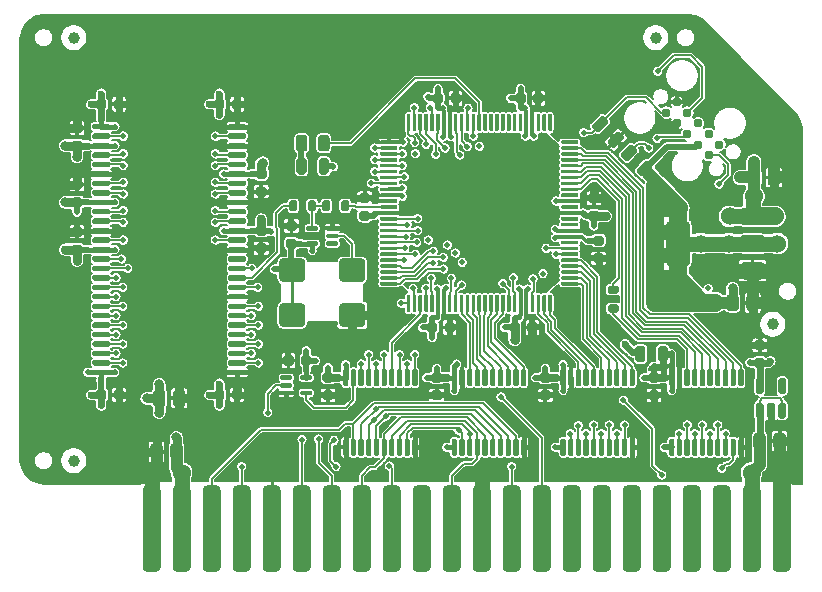
<source format=gtl>
G04 #@! TF.GenerationSoftware,KiCad,Pcbnew,(5.1.10-1-10_14)*
G04 #@! TF.CreationDate,2021-05-31T18:26:13-04:00*
G04 #@! TF.ProjectId,RAM2GS,52414d32-4753-42e6-9b69-6361645f7063,2.0*
G04 #@! TF.SameCoordinates,Original*
G04 #@! TF.FileFunction,Copper,L1,Top*
G04 #@! TF.FilePolarity,Positive*
%FSLAX46Y46*%
G04 Gerber Fmt 4.6, Leading zero omitted, Abs format (unit mm)*
G04 Created by KiCad (PCBNEW (5.1.10-1-10_14)) date 2021-05-31 18:26:13*
%MOMM*%
%LPD*%
G01*
G04 APERTURE LIST*
G04 #@! TA.AperFunction,SMDPad,CuDef*
%ADD10C,1.000000*%
G04 #@! TD*
G04 #@! TA.AperFunction,ConnectorPad*
%ADD11C,0.787400*%
G04 #@! TD*
G04 #@! TA.AperFunction,ComponentPad*
%ADD12C,2.000000*%
G04 #@! TD*
G04 #@! TA.AperFunction,ViaPad*
%ADD13C,0.500000*%
G04 #@! TD*
G04 #@! TA.AperFunction,ViaPad*
%ADD14C,0.600000*%
G04 #@! TD*
G04 #@! TA.AperFunction,ViaPad*
%ADD15C,0.762000*%
G04 #@! TD*
G04 #@! TA.AperFunction,ViaPad*
%ADD16C,0.800000*%
G04 #@! TD*
G04 #@! TA.AperFunction,ViaPad*
%ADD17C,1.524000*%
G04 #@! TD*
G04 #@! TA.AperFunction,ViaPad*
%ADD18C,1.000000*%
G04 #@! TD*
G04 #@! TA.AperFunction,ViaPad*
%ADD19C,0.508000*%
G04 #@! TD*
G04 #@! TA.AperFunction,Conductor*
%ADD20C,0.500000*%
G04 #@! TD*
G04 #@! TA.AperFunction,Conductor*
%ADD21C,0.450000*%
G04 #@! TD*
G04 #@! TA.AperFunction,Conductor*
%ADD22C,0.600000*%
G04 #@! TD*
G04 #@! TA.AperFunction,Conductor*
%ADD23C,0.300000*%
G04 #@! TD*
G04 #@! TA.AperFunction,Conductor*
%ADD24C,0.762000*%
G04 #@! TD*
G04 #@! TA.AperFunction,Conductor*
%ADD25C,0.508000*%
G04 #@! TD*
G04 #@! TA.AperFunction,Conductor*
%ADD26C,0.800000*%
G04 #@! TD*
G04 #@! TA.AperFunction,Conductor*
%ADD27C,0.254000*%
G04 #@! TD*
G04 #@! TA.AperFunction,Conductor*
%ADD28C,0.400000*%
G04 #@! TD*
G04 #@! TA.AperFunction,Conductor*
%ADD29C,1.270000*%
G04 #@! TD*
G04 #@! TA.AperFunction,Conductor*
%ADD30C,1.524000*%
G04 #@! TD*
G04 #@! TA.AperFunction,Conductor*
%ADD31C,1.000000*%
G04 #@! TD*
G04 #@! TA.AperFunction,Conductor*
%ADD32C,0.550000*%
G04 #@! TD*
G04 #@! TA.AperFunction,Conductor*
%ADD33C,0.250000*%
G04 #@! TD*
G04 #@! TA.AperFunction,Conductor*
%ADD34C,0.150000*%
G04 #@! TD*
G04 #@! TA.AperFunction,Conductor*
%ADD35C,0.700000*%
G04 #@! TD*
G04 #@! TA.AperFunction,Conductor*
%ADD36C,0.895000*%
G04 #@! TD*
G04 #@! TA.AperFunction,Conductor*
%ADD37C,0.100000*%
G04 #@! TD*
G04 #@! TA.AperFunction,Conductor*
%ADD38C,0.152400*%
G04 #@! TD*
G04 APERTURE END LIST*
G04 #@! TA.AperFunction,SMDPad,CuDef*
G36*
G01*
X72725000Y-102193750D02*
X72725000Y-103106250D01*
G75*
G02*
X72481250Y-103350000I-243750J0D01*
G01*
X71993750Y-103350000D01*
G75*
G02*
X71750000Y-103106250I0J243750D01*
G01*
X71750000Y-102193750D01*
G75*
G02*
X71993750Y-101950000I243750J0D01*
G01*
X72481250Y-101950000D01*
G75*
G02*
X72725000Y-102193750I0J-243750D01*
G01*
G37*
G04 #@! TD.AperFunction*
G04 #@! TA.AperFunction,SMDPad,CuDef*
G36*
G01*
X70850000Y-102193750D02*
X70850000Y-103106250D01*
G75*
G02*
X70606250Y-103350000I-243750J0D01*
G01*
X70118750Y-103350000D01*
G75*
G02*
X69875000Y-103106250I0J243750D01*
G01*
X69875000Y-102193750D01*
G75*
G02*
X70118750Y-101950000I243750J0D01*
G01*
X70606250Y-101950000D01*
G75*
G02*
X70850000Y-102193750I0J-243750D01*
G01*
G37*
G04 #@! TD.AperFunction*
G04 #@! TA.AperFunction,SMDPad,CuDef*
G36*
G01*
X69925000Y-105087500D02*
X69925000Y-104112500D01*
G75*
G02*
X70137500Y-103900000I212500J0D01*
G01*
X70562500Y-103900000D01*
G75*
G02*
X70775000Y-104112500I0J-212500D01*
G01*
X70775000Y-105087500D01*
G75*
G02*
X70562500Y-105300000I-212500J0D01*
G01*
X70137500Y-105300000D01*
G75*
G02*
X69925000Y-105087500I0J212500D01*
G01*
G37*
G04 #@! TD.AperFunction*
G04 #@! TA.AperFunction,SMDPad,CuDef*
G36*
G01*
X71825000Y-105087500D02*
X71825000Y-104112500D01*
G75*
G02*
X72037500Y-103900000I212500J0D01*
G01*
X72462500Y-103900000D01*
G75*
G02*
X72675000Y-104112500I0J-212500D01*
G01*
X72675000Y-105087500D01*
G75*
G02*
X72462500Y-105300000I-212500J0D01*
G01*
X72037500Y-105300000D01*
G75*
G02*
X71825000Y-105087500I0J212500D01*
G01*
G37*
G04 #@! TD.AperFunction*
G04 #@! TA.AperFunction,SMDPad,CuDef*
G36*
G01*
X77000000Y-102625000D02*
X77000000Y-102475000D01*
G75*
G02*
X77075000Y-102400000I75000J0D01*
G01*
X78400000Y-102400000D01*
G75*
G02*
X78475000Y-102475000I0J-75000D01*
G01*
X78475000Y-102625000D01*
G75*
G02*
X78400000Y-102700000I-75000J0D01*
G01*
X77075000Y-102700000D01*
G75*
G02*
X77000000Y-102625000I0J75000D01*
G01*
G37*
G04 #@! TD.AperFunction*
G04 #@! TA.AperFunction,SMDPad,CuDef*
G36*
G01*
X77000000Y-103125000D02*
X77000000Y-102975000D01*
G75*
G02*
X77075000Y-102900000I75000J0D01*
G01*
X78400000Y-102900000D01*
G75*
G02*
X78475000Y-102975000I0J-75000D01*
G01*
X78475000Y-103125000D01*
G75*
G02*
X78400000Y-103200000I-75000J0D01*
G01*
X77075000Y-103200000D01*
G75*
G02*
X77000000Y-103125000I0J75000D01*
G01*
G37*
G04 #@! TD.AperFunction*
G04 #@! TA.AperFunction,SMDPad,CuDef*
G36*
G01*
X77000000Y-103625000D02*
X77000000Y-103475000D01*
G75*
G02*
X77075000Y-103400000I75000J0D01*
G01*
X78400000Y-103400000D01*
G75*
G02*
X78475000Y-103475000I0J-75000D01*
G01*
X78475000Y-103625000D01*
G75*
G02*
X78400000Y-103700000I-75000J0D01*
G01*
X77075000Y-103700000D01*
G75*
G02*
X77000000Y-103625000I0J75000D01*
G01*
G37*
G04 #@! TD.AperFunction*
G04 #@! TA.AperFunction,SMDPad,CuDef*
G36*
G01*
X77000000Y-104125000D02*
X77000000Y-103975000D01*
G75*
G02*
X77075000Y-103900000I75000J0D01*
G01*
X78400000Y-103900000D01*
G75*
G02*
X78475000Y-103975000I0J-75000D01*
G01*
X78475000Y-104125000D01*
G75*
G02*
X78400000Y-104200000I-75000J0D01*
G01*
X77075000Y-104200000D01*
G75*
G02*
X77000000Y-104125000I0J75000D01*
G01*
G37*
G04 #@! TD.AperFunction*
G04 #@! TA.AperFunction,SMDPad,CuDef*
G36*
G01*
X77000000Y-104625000D02*
X77000000Y-104475000D01*
G75*
G02*
X77075000Y-104400000I75000J0D01*
G01*
X78400000Y-104400000D01*
G75*
G02*
X78475000Y-104475000I0J-75000D01*
G01*
X78475000Y-104625000D01*
G75*
G02*
X78400000Y-104700000I-75000J0D01*
G01*
X77075000Y-104700000D01*
G75*
G02*
X77000000Y-104625000I0J75000D01*
G01*
G37*
G04 #@! TD.AperFunction*
G04 #@! TA.AperFunction,SMDPad,CuDef*
G36*
G01*
X77000000Y-105125000D02*
X77000000Y-104975000D01*
G75*
G02*
X77075000Y-104900000I75000J0D01*
G01*
X78400000Y-104900000D01*
G75*
G02*
X78475000Y-104975000I0J-75000D01*
G01*
X78475000Y-105125000D01*
G75*
G02*
X78400000Y-105200000I-75000J0D01*
G01*
X77075000Y-105200000D01*
G75*
G02*
X77000000Y-105125000I0J75000D01*
G01*
G37*
G04 #@! TD.AperFunction*
G04 #@! TA.AperFunction,SMDPad,CuDef*
G36*
G01*
X77000000Y-105625000D02*
X77000000Y-105475000D01*
G75*
G02*
X77075000Y-105400000I75000J0D01*
G01*
X78400000Y-105400000D01*
G75*
G02*
X78475000Y-105475000I0J-75000D01*
G01*
X78475000Y-105625000D01*
G75*
G02*
X78400000Y-105700000I-75000J0D01*
G01*
X77075000Y-105700000D01*
G75*
G02*
X77000000Y-105625000I0J75000D01*
G01*
G37*
G04 #@! TD.AperFunction*
G04 #@! TA.AperFunction,SMDPad,CuDef*
G36*
G01*
X77000000Y-106125000D02*
X77000000Y-105975000D01*
G75*
G02*
X77075000Y-105900000I75000J0D01*
G01*
X78400000Y-105900000D01*
G75*
G02*
X78475000Y-105975000I0J-75000D01*
G01*
X78475000Y-106125000D01*
G75*
G02*
X78400000Y-106200000I-75000J0D01*
G01*
X77075000Y-106200000D01*
G75*
G02*
X77000000Y-106125000I0J75000D01*
G01*
G37*
G04 #@! TD.AperFunction*
G04 #@! TA.AperFunction,SMDPad,CuDef*
G36*
G01*
X77000000Y-106625000D02*
X77000000Y-106475000D01*
G75*
G02*
X77075000Y-106400000I75000J0D01*
G01*
X78400000Y-106400000D01*
G75*
G02*
X78475000Y-106475000I0J-75000D01*
G01*
X78475000Y-106625000D01*
G75*
G02*
X78400000Y-106700000I-75000J0D01*
G01*
X77075000Y-106700000D01*
G75*
G02*
X77000000Y-106625000I0J75000D01*
G01*
G37*
G04 #@! TD.AperFunction*
G04 #@! TA.AperFunction,SMDPad,CuDef*
G36*
G01*
X77000000Y-107125000D02*
X77000000Y-106975000D01*
G75*
G02*
X77075000Y-106900000I75000J0D01*
G01*
X78400000Y-106900000D01*
G75*
G02*
X78475000Y-106975000I0J-75000D01*
G01*
X78475000Y-107125000D01*
G75*
G02*
X78400000Y-107200000I-75000J0D01*
G01*
X77075000Y-107200000D01*
G75*
G02*
X77000000Y-107125000I0J75000D01*
G01*
G37*
G04 #@! TD.AperFunction*
G04 #@! TA.AperFunction,SMDPad,CuDef*
G36*
G01*
X77000000Y-107625000D02*
X77000000Y-107475000D01*
G75*
G02*
X77075000Y-107400000I75000J0D01*
G01*
X78400000Y-107400000D01*
G75*
G02*
X78475000Y-107475000I0J-75000D01*
G01*
X78475000Y-107625000D01*
G75*
G02*
X78400000Y-107700000I-75000J0D01*
G01*
X77075000Y-107700000D01*
G75*
G02*
X77000000Y-107625000I0J75000D01*
G01*
G37*
G04 #@! TD.AperFunction*
G04 #@! TA.AperFunction,SMDPad,CuDef*
G36*
G01*
X77000000Y-108125000D02*
X77000000Y-107975000D01*
G75*
G02*
X77075000Y-107900000I75000J0D01*
G01*
X78400000Y-107900000D01*
G75*
G02*
X78475000Y-107975000I0J-75000D01*
G01*
X78475000Y-108125000D01*
G75*
G02*
X78400000Y-108200000I-75000J0D01*
G01*
X77075000Y-108200000D01*
G75*
G02*
X77000000Y-108125000I0J75000D01*
G01*
G37*
G04 #@! TD.AperFunction*
G04 #@! TA.AperFunction,SMDPad,CuDef*
G36*
G01*
X77000000Y-108625000D02*
X77000000Y-108475000D01*
G75*
G02*
X77075000Y-108400000I75000J0D01*
G01*
X78400000Y-108400000D01*
G75*
G02*
X78475000Y-108475000I0J-75000D01*
G01*
X78475000Y-108625000D01*
G75*
G02*
X78400000Y-108700000I-75000J0D01*
G01*
X77075000Y-108700000D01*
G75*
G02*
X77000000Y-108625000I0J75000D01*
G01*
G37*
G04 #@! TD.AperFunction*
G04 #@! TA.AperFunction,SMDPad,CuDef*
G36*
G01*
X77000000Y-109125000D02*
X77000000Y-108975000D01*
G75*
G02*
X77075000Y-108900000I75000J0D01*
G01*
X78400000Y-108900000D01*
G75*
G02*
X78475000Y-108975000I0J-75000D01*
G01*
X78475000Y-109125000D01*
G75*
G02*
X78400000Y-109200000I-75000J0D01*
G01*
X77075000Y-109200000D01*
G75*
G02*
X77000000Y-109125000I0J75000D01*
G01*
G37*
G04 #@! TD.AperFunction*
G04 #@! TA.AperFunction,SMDPad,CuDef*
G36*
G01*
X77000000Y-109625000D02*
X77000000Y-109475000D01*
G75*
G02*
X77075000Y-109400000I75000J0D01*
G01*
X78400000Y-109400000D01*
G75*
G02*
X78475000Y-109475000I0J-75000D01*
G01*
X78475000Y-109625000D01*
G75*
G02*
X78400000Y-109700000I-75000J0D01*
G01*
X77075000Y-109700000D01*
G75*
G02*
X77000000Y-109625000I0J75000D01*
G01*
G37*
G04 #@! TD.AperFunction*
G04 #@! TA.AperFunction,SMDPad,CuDef*
G36*
G01*
X77000000Y-110125000D02*
X77000000Y-109975000D01*
G75*
G02*
X77075000Y-109900000I75000J0D01*
G01*
X78400000Y-109900000D01*
G75*
G02*
X78475000Y-109975000I0J-75000D01*
G01*
X78475000Y-110125000D01*
G75*
G02*
X78400000Y-110200000I-75000J0D01*
G01*
X77075000Y-110200000D01*
G75*
G02*
X77000000Y-110125000I0J75000D01*
G01*
G37*
G04 #@! TD.AperFunction*
G04 #@! TA.AperFunction,SMDPad,CuDef*
G36*
G01*
X77000000Y-110625000D02*
X77000000Y-110475000D01*
G75*
G02*
X77075000Y-110400000I75000J0D01*
G01*
X78400000Y-110400000D01*
G75*
G02*
X78475000Y-110475000I0J-75000D01*
G01*
X78475000Y-110625000D01*
G75*
G02*
X78400000Y-110700000I-75000J0D01*
G01*
X77075000Y-110700000D01*
G75*
G02*
X77000000Y-110625000I0J75000D01*
G01*
G37*
G04 #@! TD.AperFunction*
G04 #@! TA.AperFunction,SMDPad,CuDef*
G36*
G01*
X77000000Y-111125000D02*
X77000000Y-110975000D01*
G75*
G02*
X77075000Y-110900000I75000J0D01*
G01*
X78400000Y-110900000D01*
G75*
G02*
X78475000Y-110975000I0J-75000D01*
G01*
X78475000Y-111125000D01*
G75*
G02*
X78400000Y-111200000I-75000J0D01*
G01*
X77075000Y-111200000D01*
G75*
G02*
X77000000Y-111125000I0J75000D01*
G01*
G37*
G04 #@! TD.AperFunction*
G04 #@! TA.AperFunction,SMDPad,CuDef*
G36*
G01*
X77000000Y-111625000D02*
X77000000Y-111475000D01*
G75*
G02*
X77075000Y-111400000I75000J0D01*
G01*
X78400000Y-111400000D01*
G75*
G02*
X78475000Y-111475000I0J-75000D01*
G01*
X78475000Y-111625000D01*
G75*
G02*
X78400000Y-111700000I-75000J0D01*
G01*
X77075000Y-111700000D01*
G75*
G02*
X77000000Y-111625000I0J75000D01*
G01*
G37*
G04 #@! TD.AperFunction*
G04 #@! TA.AperFunction,SMDPad,CuDef*
G36*
G01*
X77000000Y-112125000D02*
X77000000Y-111975000D01*
G75*
G02*
X77075000Y-111900000I75000J0D01*
G01*
X78400000Y-111900000D01*
G75*
G02*
X78475000Y-111975000I0J-75000D01*
G01*
X78475000Y-112125000D01*
G75*
G02*
X78400000Y-112200000I-75000J0D01*
G01*
X77075000Y-112200000D01*
G75*
G02*
X77000000Y-112125000I0J75000D01*
G01*
G37*
G04 #@! TD.AperFunction*
G04 #@! TA.AperFunction,SMDPad,CuDef*
G36*
G01*
X77000000Y-112625000D02*
X77000000Y-112475000D01*
G75*
G02*
X77075000Y-112400000I75000J0D01*
G01*
X78400000Y-112400000D01*
G75*
G02*
X78475000Y-112475000I0J-75000D01*
G01*
X78475000Y-112625000D01*
G75*
G02*
X78400000Y-112700000I-75000J0D01*
G01*
X77075000Y-112700000D01*
G75*
G02*
X77000000Y-112625000I0J75000D01*
G01*
G37*
G04 #@! TD.AperFunction*
G04 #@! TA.AperFunction,SMDPad,CuDef*
G36*
G01*
X77000000Y-113125000D02*
X77000000Y-112975000D01*
G75*
G02*
X77075000Y-112900000I75000J0D01*
G01*
X78400000Y-112900000D01*
G75*
G02*
X78475000Y-112975000I0J-75000D01*
G01*
X78475000Y-113125000D01*
G75*
G02*
X78400000Y-113200000I-75000J0D01*
G01*
X77075000Y-113200000D01*
G75*
G02*
X77000000Y-113125000I0J75000D01*
G01*
G37*
G04 #@! TD.AperFunction*
G04 #@! TA.AperFunction,SMDPad,CuDef*
G36*
G01*
X77000000Y-113625000D02*
X77000000Y-113475000D01*
G75*
G02*
X77075000Y-113400000I75000J0D01*
G01*
X78400000Y-113400000D01*
G75*
G02*
X78475000Y-113475000I0J-75000D01*
G01*
X78475000Y-113625000D01*
G75*
G02*
X78400000Y-113700000I-75000J0D01*
G01*
X77075000Y-113700000D01*
G75*
G02*
X77000000Y-113625000I0J75000D01*
G01*
G37*
G04 #@! TD.AperFunction*
G04 #@! TA.AperFunction,SMDPad,CuDef*
G36*
G01*
X77000000Y-114125000D02*
X77000000Y-113975000D01*
G75*
G02*
X77075000Y-113900000I75000J0D01*
G01*
X78400000Y-113900000D01*
G75*
G02*
X78475000Y-113975000I0J-75000D01*
G01*
X78475000Y-114125000D01*
G75*
G02*
X78400000Y-114200000I-75000J0D01*
G01*
X77075000Y-114200000D01*
G75*
G02*
X77000000Y-114125000I0J75000D01*
G01*
G37*
G04 #@! TD.AperFunction*
G04 #@! TA.AperFunction,SMDPad,CuDef*
G36*
G01*
X77000000Y-114625000D02*
X77000000Y-114475000D01*
G75*
G02*
X77075000Y-114400000I75000J0D01*
G01*
X78400000Y-114400000D01*
G75*
G02*
X78475000Y-114475000I0J-75000D01*
G01*
X78475000Y-114625000D01*
G75*
G02*
X78400000Y-114700000I-75000J0D01*
G01*
X77075000Y-114700000D01*
G75*
G02*
X77000000Y-114625000I0J75000D01*
G01*
G37*
G04 #@! TD.AperFunction*
G04 #@! TA.AperFunction,SMDPad,CuDef*
G36*
G01*
X79250000Y-116875000D02*
X79250000Y-115550000D01*
G75*
G02*
X79325000Y-115475000I75000J0D01*
G01*
X79475000Y-115475000D01*
G75*
G02*
X79550000Y-115550000I0J-75000D01*
G01*
X79550000Y-116875000D01*
G75*
G02*
X79475000Y-116950000I-75000J0D01*
G01*
X79325000Y-116950000D01*
G75*
G02*
X79250000Y-116875000I0J75000D01*
G01*
G37*
G04 #@! TD.AperFunction*
G04 #@! TA.AperFunction,SMDPad,CuDef*
G36*
G01*
X79750000Y-116875000D02*
X79750000Y-115550000D01*
G75*
G02*
X79825000Y-115475000I75000J0D01*
G01*
X79975000Y-115475000D01*
G75*
G02*
X80050000Y-115550000I0J-75000D01*
G01*
X80050000Y-116875000D01*
G75*
G02*
X79975000Y-116950000I-75000J0D01*
G01*
X79825000Y-116950000D01*
G75*
G02*
X79750000Y-116875000I0J75000D01*
G01*
G37*
G04 #@! TD.AperFunction*
G04 #@! TA.AperFunction,SMDPad,CuDef*
G36*
G01*
X80250000Y-116875000D02*
X80250000Y-115550000D01*
G75*
G02*
X80325000Y-115475000I75000J0D01*
G01*
X80475000Y-115475000D01*
G75*
G02*
X80550000Y-115550000I0J-75000D01*
G01*
X80550000Y-116875000D01*
G75*
G02*
X80475000Y-116950000I-75000J0D01*
G01*
X80325000Y-116950000D01*
G75*
G02*
X80250000Y-116875000I0J75000D01*
G01*
G37*
G04 #@! TD.AperFunction*
G04 #@! TA.AperFunction,SMDPad,CuDef*
G36*
G01*
X80750000Y-116875000D02*
X80750000Y-115550000D01*
G75*
G02*
X80825000Y-115475000I75000J0D01*
G01*
X80975000Y-115475000D01*
G75*
G02*
X81050000Y-115550000I0J-75000D01*
G01*
X81050000Y-116875000D01*
G75*
G02*
X80975000Y-116950000I-75000J0D01*
G01*
X80825000Y-116950000D01*
G75*
G02*
X80750000Y-116875000I0J75000D01*
G01*
G37*
G04 #@! TD.AperFunction*
G04 #@! TA.AperFunction,SMDPad,CuDef*
G36*
G01*
X81250000Y-116875000D02*
X81250000Y-115550000D01*
G75*
G02*
X81325000Y-115475000I75000J0D01*
G01*
X81475000Y-115475000D01*
G75*
G02*
X81550000Y-115550000I0J-75000D01*
G01*
X81550000Y-116875000D01*
G75*
G02*
X81475000Y-116950000I-75000J0D01*
G01*
X81325000Y-116950000D01*
G75*
G02*
X81250000Y-116875000I0J75000D01*
G01*
G37*
G04 #@! TD.AperFunction*
G04 #@! TA.AperFunction,SMDPad,CuDef*
G36*
G01*
X81750000Y-116875000D02*
X81750000Y-115550000D01*
G75*
G02*
X81825000Y-115475000I75000J0D01*
G01*
X81975000Y-115475000D01*
G75*
G02*
X82050000Y-115550000I0J-75000D01*
G01*
X82050000Y-116875000D01*
G75*
G02*
X81975000Y-116950000I-75000J0D01*
G01*
X81825000Y-116950000D01*
G75*
G02*
X81750000Y-116875000I0J75000D01*
G01*
G37*
G04 #@! TD.AperFunction*
G04 #@! TA.AperFunction,SMDPad,CuDef*
G36*
G01*
X82250000Y-116875000D02*
X82250000Y-115550000D01*
G75*
G02*
X82325000Y-115475000I75000J0D01*
G01*
X82475000Y-115475000D01*
G75*
G02*
X82550000Y-115550000I0J-75000D01*
G01*
X82550000Y-116875000D01*
G75*
G02*
X82475000Y-116950000I-75000J0D01*
G01*
X82325000Y-116950000D01*
G75*
G02*
X82250000Y-116875000I0J75000D01*
G01*
G37*
G04 #@! TD.AperFunction*
G04 #@! TA.AperFunction,SMDPad,CuDef*
G36*
G01*
X82750000Y-116875000D02*
X82750000Y-115550000D01*
G75*
G02*
X82825000Y-115475000I75000J0D01*
G01*
X82975000Y-115475000D01*
G75*
G02*
X83050000Y-115550000I0J-75000D01*
G01*
X83050000Y-116875000D01*
G75*
G02*
X82975000Y-116950000I-75000J0D01*
G01*
X82825000Y-116950000D01*
G75*
G02*
X82750000Y-116875000I0J75000D01*
G01*
G37*
G04 #@! TD.AperFunction*
G04 #@! TA.AperFunction,SMDPad,CuDef*
G36*
G01*
X83250000Y-116875000D02*
X83250000Y-115550000D01*
G75*
G02*
X83325000Y-115475000I75000J0D01*
G01*
X83475000Y-115475000D01*
G75*
G02*
X83550000Y-115550000I0J-75000D01*
G01*
X83550000Y-116875000D01*
G75*
G02*
X83475000Y-116950000I-75000J0D01*
G01*
X83325000Y-116950000D01*
G75*
G02*
X83250000Y-116875000I0J75000D01*
G01*
G37*
G04 #@! TD.AperFunction*
G04 #@! TA.AperFunction,SMDPad,CuDef*
G36*
G01*
X83750000Y-116875000D02*
X83750000Y-115550000D01*
G75*
G02*
X83825000Y-115475000I75000J0D01*
G01*
X83975000Y-115475000D01*
G75*
G02*
X84050000Y-115550000I0J-75000D01*
G01*
X84050000Y-116875000D01*
G75*
G02*
X83975000Y-116950000I-75000J0D01*
G01*
X83825000Y-116950000D01*
G75*
G02*
X83750000Y-116875000I0J75000D01*
G01*
G37*
G04 #@! TD.AperFunction*
G04 #@! TA.AperFunction,SMDPad,CuDef*
G36*
G01*
X84250000Y-116875000D02*
X84250000Y-115550000D01*
G75*
G02*
X84325000Y-115475000I75000J0D01*
G01*
X84475000Y-115475000D01*
G75*
G02*
X84550000Y-115550000I0J-75000D01*
G01*
X84550000Y-116875000D01*
G75*
G02*
X84475000Y-116950000I-75000J0D01*
G01*
X84325000Y-116950000D01*
G75*
G02*
X84250000Y-116875000I0J75000D01*
G01*
G37*
G04 #@! TD.AperFunction*
G04 #@! TA.AperFunction,SMDPad,CuDef*
G36*
G01*
X84750000Y-116875000D02*
X84750000Y-115550000D01*
G75*
G02*
X84825000Y-115475000I75000J0D01*
G01*
X84975000Y-115475000D01*
G75*
G02*
X85050000Y-115550000I0J-75000D01*
G01*
X85050000Y-116875000D01*
G75*
G02*
X84975000Y-116950000I-75000J0D01*
G01*
X84825000Y-116950000D01*
G75*
G02*
X84750000Y-116875000I0J75000D01*
G01*
G37*
G04 #@! TD.AperFunction*
G04 #@! TA.AperFunction,SMDPad,CuDef*
G36*
G01*
X85250000Y-116875000D02*
X85250000Y-115550000D01*
G75*
G02*
X85325000Y-115475000I75000J0D01*
G01*
X85475000Y-115475000D01*
G75*
G02*
X85550000Y-115550000I0J-75000D01*
G01*
X85550000Y-116875000D01*
G75*
G02*
X85475000Y-116950000I-75000J0D01*
G01*
X85325000Y-116950000D01*
G75*
G02*
X85250000Y-116875000I0J75000D01*
G01*
G37*
G04 #@! TD.AperFunction*
G04 #@! TA.AperFunction,SMDPad,CuDef*
G36*
G01*
X85750000Y-116875000D02*
X85750000Y-115550000D01*
G75*
G02*
X85825000Y-115475000I75000J0D01*
G01*
X85975000Y-115475000D01*
G75*
G02*
X86050000Y-115550000I0J-75000D01*
G01*
X86050000Y-116875000D01*
G75*
G02*
X85975000Y-116950000I-75000J0D01*
G01*
X85825000Y-116950000D01*
G75*
G02*
X85750000Y-116875000I0J75000D01*
G01*
G37*
G04 #@! TD.AperFunction*
G04 #@! TA.AperFunction,SMDPad,CuDef*
G36*
G01*
X86250000Y-116875000D02*
X86250000Y-115550000D01*
G75*
G02*
X86325000Y-115475000I75000J0D01*
G01*
X86475000Y-115475000D01*
G75*
G02*
X86550000Y-115550000I0J-75000D01*
G01*
X86550000Y-116875000D01*
G75*
G02*
X86475000Y-116950000I-75000J0D01*
G01*
X86325000Y-116950000D01*
G75*
G02*
X86250000Y-116875000I0J75000D01*
G01*
G37*
G04 #@! TD.AperFunction*
G04 #@! TA.AperFunction,SMDPad,CuDef*
G36*
G01*
X86750000Y-116875000D02*
X86750000Y-115550000D01*
G75*
G02*
X86825000Y-115475000I75000J0D01*
G01*
X86975000Y-115475000D01*
G75*
G02*
X87050000Y-115550000I0J-75000D01*
G01*
X87050000Y-116875000D01*
G75*
G02*
X86975000Y-116950000I-75000J0D01*
G01*
X86825000Y-116950000D01*
G75*
G02*
X86750000Y-116875000I0J75000D01*
G01*
G37*
G04 #@! TD.AperFunction*
G04 #@! TA.AperFunction,SMDPad,CuDef*
G36*
G01*
X87250000Y-116875000D02*
X87250000Y-115550000D01*
G75*
G02*
X87325000Y-115475000I75000J0D01*
G01*
X87475000Y-115475000D01*
G75*
G02*
X87550000Y-115550000I0J-75000D01*
G01*
X87550000Y-116875000D01*
G75*
G02*
X87475000Y-116950000I-75000J0D01*
G01*
X87325000Y-116950000D01*
G75*
G02*
X87250000Y-116875000I0J75000D01*
G01*
G37*
G04 #@! TD.AperFunction*
G04 #@! TA.AperFunction,SMDPad,CuDef*
G36*
G01*
X87750000Y-116875000D02*
X87750000Y-115550000D01*
G75*
G02*
X87825000Y-115475000I75000J0D01*
G01*
X87975000Y-115475000D01*
G75*
G02*
X88050000Y-115550000I0J-75000D01*
G01*
X88050000Y-116875000D01*
G75*
G02*
X87975000Y-116950000I-75000J0D01*
G01*
X87825000Y-116950000D01*
G75*
G02*
X87750000Y-116875000I0J75000D01*
G01*
G37*
G04 #@! TD.AperFunction*
G04 #@! TA.AperFunction,SMDPad,CuDef*
G36*
G01*
X88250000Y-116875000D02*
X88250000Y-115550000D01*
G75*
G02*
X88325000Y-115475000I75000J0D01*
G01*
X88475000Y-115475000D01*
G75*
G02*
X88550000Y-115550000I0J-75000D01*
G01*
X88550000Y-116875000D01*
G75*
G02*
X88475000Y-116950000I-75000J0D01*
G01*
X88325000Y-116950000D01*
G75*
G02*
X88250000Y-116875000I0J75000D01*
G01*
G37*
G04 #@! TD.AperFunction*
G04 #@! TA.AperFunction,SMDPad,CuDef*
G36*
G01*
X88750000Y-116875000D02*
X88750000Y-115550000D01*
G75*
G02*
X88825000Y-115475000I75000J0D01*
G01*
X88975000Y-115475000D01*
G75*
G02*
X89050000Y-115550000I0J-75000D01*
G01*
X89050000Y-116875000D01*
G75*
G02*
X88975000Y-116950000I-75000J0D01*
G01*
X88825000Y-116950000D01*
G75*
G02*
X88750000Y-116875000I0J75000D01*
G01*
G37*
G04 #@! TD.AperFunction*
G04 #@! TA.AperFunction,SMDPad,CuDef*
G36*
G01*
X89250000Y-116875000D02*
X89250000Y-115550000D01*
G75*
G02*
X89325000Y-115475000I75000J0D01*
G01*
X89475000Y-115475000D01*
G75*
G02*
X89550000Y-115550000I0J-75000D01*
G01*
X89550000Y-116875000D01*
G75*
G02*
X89475000Y-116950000I-75000J0D01*
G01*
X89325000Y-116950000D01*
G75*
G02*
X89250000Y-116875000I0J75000D01*
G01*
G37*
G04 #@! TD.AperFunction*
G04 #@! TA.AperFunction,SMDPad,CuDef*
G36*
G01*
X89750000Y-116875000D02*
X89750000Y-115550000D01*
G75*
G02*
X89825000Y-115475000I75000J0D01*
G01*
X89975000Y-115475000D01*
G75*
G02*
X90050000Y-115550000I0J-75000D01*
G01*
X90050000Y-116875000D01*
G75*
G02*
X89975000Y-116950000I-75000J0D01*
G01*
X89825000Y-116950000D01*
G75*
G02*
X89750000Y-116875000I0J75000D01*
G01*
G37*
G04 #@! TD.AperFunction*
G04 #@! TA.AperFunction,SMDPad,CuDef*
G36*
G01*
X90250000Y-116875000D02*
X90250000Y-115550000D01*
G75*
G02*
X90325000Y-115475000I75000J0D01*
G01*
X90475000Y-115475000D01*
G75*
G02*
X90550000Y-115550000I0J-75000D01*
G01*
X90550000Y-116875000D01*
G75*
G02*
X90475000Y-116950000I-75000J0D01*
G01*
X90325000Y-116950000D01*
G75*
G02*
X90250000Y-116875000I0J75000D01*
G01*
G37*
G04 #@! TD.AperFunction*
G04 #@! TA.AperFunction,SMDPad,CuDef*
G36*
G01*
X90750000Y-116875000D02*
X90750000Y-115550000D01*
G75*
G02*
X90825000Y-115475000I75000J0D01*
G01*
X90975000Y-115475000D01*
G75*
G02*
X91050000Y-115550000I0J-75000D01*
G01*
X91050000Y-116875000D01*
G75*
G02*
X90975000Y-116950000I-75000J0D01*
G01*
X90825000Y-116950000D01*
G75*
G02*
X90750000Y-116875000I0J75000D01*
G01*
G37*
G04 #@! TD.AperFunction*
G04 #@! TA.AperFunction,SMDPad,CuDef*
G36*
G01*
X91250000Y-116875000D02*
X91250000Y-115550000D01*
G75*
G02*
X91325000Y-115475000I75000J0D01*
G01*
X91475000Y-115475000D01*
G75*
G02*
X91550000Y-115550000I0J-75000D01*
G01*
X91550000Y-116875000D01*
G75*
G02*
X91475000Y-116950000I-75000J0D01*
G01*
X91325000Y-116950000D01*
G75*
G02*
X91250000Y-116875000I0J75000D01*
G01*
G37*
G04 #@! TD.AperFunction*
G04 #@! TA.AperFunction,SMDPad,CuDef*
G36*
G01*
X92325000Y-114625000D02*
X92325000Y-114475000D01*
G75*
G02*
X92400000Y-114400000I75000J0D01*
G01*
X93725000Y-114400000D01*
G75*
G02*
X93800000Y-114475000I0J-75000D01*
G01*
X93800000Y-114625000D01*
G75*
G02*
X93725000Y-114700000I-75000J0D01*
G01*
X92400000Y-114700000D01*
G75*
G02*
X92325000Y-114625000I0J75000D01*
G01*
G37*
G04 #@! TD.AperFunction*
G04 #@! TA.AperFunction,SMDPad,CuDef*
G36*
G01*
X92325000Y-114125000D02*
X92325000Y-113975000D01*
G75*
G02*
X92400000Y-113900000I75000J0D01*
G01*
X93725000Y-113900000D01*
G75*
G02*
X93800000Y-113975000I0J-75000D01*
G01*
X93800000Y-114125000D01*
G75*
G02*
X93725000Y-114200000I-75000J0D01*
G01*
X92400000Y-114200000D01*
G75*
G02*
X92325000Y-114125000I0J75000D01*
G01*
G37*
G04 #@! TD.AperFunction*
G04 #@! TA.AperFunction,SMDPad,CuDef*
G36*
G01*
X92325000Y-113625000D02*
X92325000Y-113475000D01*
G75*
G02*
X92400000Y-113400000I75000J0D01*
G01*
X93725000Y-113400000D01*
G75*
G02*
X93800000Y-113475000I0J-75000D01*
G01*
X93800000Y-113625000D01*
G75*
G02*
X93725000Y-113700000I-75000J0D01*
G01*
X92400000Y-113700000D01*
G75*
G02*
X92325000Y-113625000I0J75000D01*
G01*
G37*
G04 #@! TD.AperFunction*
G04 #@! TA.AperFunction,SMDPad,CuDef*
G36*
G01*
X92325000Y-113125000D02*
X92325000Y-112975000D01*
G75*
G02*
X92400000Y-112900000I75000J0D01*
G01*
X93725000Y-112900000D01*
G75*
G02*
X93800000Y-112975000I0J-75000D01*
G01*
X93800000Y-113125000D01*
G75*
G02*
X93725000Y-113200000I-75000J0D01*
G01*
X92400000Y-113200000D01*
G75*
G02*
X92325000Y-113125000I0J75000D01*
G01*
G37*
G04 #@! TD.AperFunction*
G04 #@! TA.AperFunction,SMDPad,CuDef*
G36*
G01*
X92325000Y-112625000D02*
X92325000Y-112475000D01*
G75*
G02*
X92400000Y-112400000I75000J0D01*
G01*
X93725000Y-112400000D01*
G75*
G02*
X93800000Y-112475000I0J-75000D01*
G01*
X93800000Y-112625000D01*
G75*
G02*
X93725000Y-112700000I-75000J0D01*
G01*
X92400000Y-112700000D01*
G75*
G02*
X92325000Y-112625000I0J75000D01*
G01*
G37*
G04 #@! TD.AperFunction*
G04 #@! TA.AperFunction,SMDPad,CuDef*
G36*
G01*
X92325000Y-112125000D02*
X92325000Y-111975000D01*
G75*
G02*
X92400000Y-111900000I75000J0D01*
G01*
X93725000Y-111900000D01*
G75*
G02*
X93800000Y-111975000I0J-75000D01*
G01*
X93800000Y-112125000D01*
G75*
G02*
X93725000Y-112200000I-75000J0D01*
G01*
X92400000Y-112200000D01*
G75*
G02*
X92325000Y-112125000I0J75000D01*
G01*
G37*
G04 #@! TD.AperFunction*
G04 #@! TA.AperFunction,SMDPad,CuDef*
G36*
G01*
X92325000Y-111625000D02*
X92325000Y-111475000D01*
G75*
G02*
X92400000Y-111400000I75000J0D01*
G01*
X93725000Y-111400000D01*
G75*
G02*
X93800000Y-111475000I0J-75000D01*
G01*
X93800000Y-111625000D01*
G75*
G02*
X93725000Y-111700000I-75000J0D01*
G01*
X92400000Y-111700000D01*
G75*
G02*
X92325000Y-111625000I0J75000D01*
G01*
G37*
G04 #@! TD.AperFunction*
G04 #@! TA.AperFunction,SMDPad,CuDef*
G36*
G01*
X92325000Y-111125000D02*
X92325000Y-110975000D01*
G75*
G02*
X92400000Y-110900000I75000J0D01*
G01*
X93725000Y-110900000D01*
G75*
G02*
X93800000Y-110975000I0J-75000D01*
G01*
X93800000Y-111125000D01*
G75*
G02*
X93725000Y-111200000I-75000J0D01*
G01*
X92400000Y-111200000D01*
G75*
G02*
X92325000Y-111125000I0J75000D01*
G01*
G37*
G04 #@! TD.AperFunction*
G04 #@! TA.AperFunction,SMDPad,CuDef*
G36*
G01*
X92325000Y-110625000D02*
X92325000Y-110475000D01*
G75*
G02*
X92400000Y-110400000I75000J0D01*
G01*
X93725000Y-110400000D01*
G75*
G02*
X93800000Y-110475000I0J-75000D01*
G01*
X93800000Y-110625000D01*
G75*
G02*
X93725000Y-110700000I-75000J0D01*
G01*
X92400000Y-110700000D01*
G75*
G02*
X92325000Y-110625000I0J75000D01*
G01*
G37*
G04 #@! TD.AperFunction*
G04 #@! TA.AperFunction,SMDPad,CuDef*
G36*
G01*
X92325000Y-110125000D02*
X92325000Y-109975000D01*
G75*
G02*
X92400000Y-109900000I75000J0D01*
G01*
X93725000Y-109900000D01*
G75*
G02*
X93800000Y-109975000I0J-75000D01*
G01*
X93800000Y-110125000D01*
G75*
G02*
X93725000Y-110200000I-75000J0D01*
G01*
X92400000Y-110200000D01*
G75*
G02*
X92325000Y-110125000I0J75000D01*
G01*
G37*
G04 #@! TD.AperFunction*
G04 #@! TA.AperFunction,SMDPad,CuDef*
G36*
G01*
X92325000Y-109625000D02*
X92325000Y-109475000D01*
G75*
G02*
X92400000Y-109400000I75000J0D01*
G01*
X93725000Y-109400000D01*
G75*
G02*
X93800000Y-109475000I0J-75000D01*
G01*
X93800000Y-109625000D01*
G75*
G02*
X93725000Y-109700000I-75000J0D01*
G01*
X92400000Y-109700000D01*
G75*
G02*
X92325000Y-109625000I0J75000D01*
G01*
G37*
G04 #@! TD.AperFunction*
G04 #@! TA.AperFunction,SMDPad,CuDef*
G36*
G01*
X92325000Y-109125000D02*
X92325000Y-108975000D01*
G75*
G02*
X92400000Y-108900000I75000J0D01*
G01*
X93725000Y-108900000D01*
G75*
G02*
X93800000Y-108975000I0J-75000D01*
G01*
X93800000Y-109125000D01*
G75*
G02*
X93725000Y-109200000I-75000J0D01*
G01*
X92400000Y-109200000D01*
G75*
G02*
X92325000Y-109125000I0J75000D01*
G01*
G37*
G04 #@! TD.AperFunction*
G04 #@! TA.AperFunction,SMDPad,CuDef*
G36*
G01*
X92325000Y-108625000D02*
X92325000Y-108475000D01*
G75*
G02*
X92400000Y-108400000I75000J0D01*
G01*
X93725000Y-108400000D01*
G75*
G02*
X93800000Y-108475000I0J-75000D01*
G01*
X93800000Y-108625000D01*
G75*
G02*
X93725000Y-108700000I-75000J0D01*
G01*
X92400000Y-108700000D01*
G75*
G02*
X92325000Y-108625000I0J75000D01*
G01*
G37*
G04 #@! TD.AperFunction*
G04 #@! TA.AperFunction,SMDPad,CuDef*
G36*
G01*
X92325000Y-108125000D02*
X92325000Y-107975000D01*
G75*
G02*
X92400000Y-107900000I75000J0D01*
G01*
X93725000Y-107900000D01*
G75*
G02*
X93800000Y-107975000I0J-75000D01*
G01*
X93800000Y-108125000D01*
G75*
G02*
X93725000Y-108200000I-75000J0D01*
G01*
X92400000Y-108200000D01*
G75*
G02*
X92325000Y-108125000I0J75000D01*
G01*
G37*
G04 #@! TD.AperFunction*
G04 #@! TA.AperFunction,SMDPad,CuDef*
G36*
G01*
X92325000Y-107625000D02*
X92325000Y-107475000D01*
G75*
G02*
X92400000Y-107400000I75000J0D01*
G01*
X93725000Y-107400000D01*
G75*
G02*
X93800000Y-107475000I0J-75000D01*
G01*
X93800000Y-107625000D01*
G75*
G02*
X93725000Y-107700000I-75000J0D01*
G01*
X92400000Y-107700000D01*
G75*
G02*
X92325000Y-107625000I0J75000D01*
G01*
G37*
G04 #@! TD.AperFunction*
G04 #@! TA.AperFunction,SMDPad,CuDef*
G36*
G01*
X92325000Y-107125000D02*
X92325000Y-106975000D01*
G75*
G02*
X92400000Y-106900000I75000J0D01*
G01*
X93725000Y-106900000D01*
G75*
G02*
X93800000Y-106975000I0J-75000D01*
G01*
X93800000Y-107125000D01*
G75*
G02*
X93725000Y-107200000I-75000J0D01*
G01*
X92400000Y-107200000D01*
G75*
G02*
X92325000Y-107125000I0J75000D01*
G01*
G37*
G04 #@! TD.AperFunction*
G04 #@! TA.AperFunction,SMDPad,CuDef*
G36*
G01*
X92325000Y-106625000D02*
X92325000Y-106475000D01*
G75*
G02*
X92400000Y-106400000I75000J0D01*
G01*
X93725000Y-106400000D01*
G75*
G02*
X93800000Y-106475000I0J-75000D01*
G01*
X93800000Y-106625000D01*
G75*
G02*
X93725000Y-106700000I-75000J0D01*
G01*
X92400000Y-106700000D01*
G75*
G02*
X92325000Y-106625000I0J75000D01*
G01*
G37*
G04 #@! TD.AperFunction*
G04 #@! TA.AperFunction,SMDPad,CuDef*
G36*
G01*
X92325000Y-106125000D02*
X92325000Y-105975000D01*
G75*
G02*
X92400000Y-105900000I75000J0D01*
G01*
X93725000Y-105900000D01*
G75*
G02*
X93800000Y-105975000I0J-75000D01*
G01*
X93800000Y-106125000D01*
G75*
G02*
X93725000Y-106200000I-75000J0D01*
G01*
X92400000Y-106200000D01*
G75*
G02*
X92325000Y-106125000I0J75000D01*
G01*
G37*
G04 #@! TD.AperFunction*
G04 #@! TA.AperFunction,SMDPad,CuDef*
G36*
G01*
X92325000Y-105625000D02*
X92325000Y-105475000D01*
G75*
G02*
X92400000Y-105400000I75000J0D01*
G01*
X93725000Y-105400000D01*
G75*
G02*
X93800000Y-105475000I0J-75000D01*
G01*
X93800000Y-105625000D01*
G75*
G02*
X93725000Y-105700000I-75000J0D01*
G01*
X92400000Y-105700000D01*
G75*
G02*
X92325000Y-105625000I0J75000D01*
G01*
G37*
G04 #@! TD.AperFunction*
G04 #@! TA.AperFunction,SMDPad,CuDef*
G36*
G01*
X92325000Y-105125000D02*
X92325000Y-104975000D01*
G75*
G02*
X92400000Y-104900000I75000J0D01*
G01*
X93725000Y-104900000D01*
G75*
G02*
X93800000Y-104975000I0J-75000D01*
G01*
X93800000Y-105125000D01*
G75*
G02*
X93725000Y-105200000I-75000J0D01*
G01*
X92400000Y-105200000D01*
G75*
G02*
X92325000Y-105125000I0J75000D01*
G01*
G37*
G04 #@! TD.AperFunction*
G04 #@! TA.AperFunction,SMDPad,CuDef*
G36*
G01*
X92325000Y-104625000D02*
X92325000Y-104475000D01*
G75*
G02*
X92400000Y-104400000I75000J0D01*
G01*
X93725000Y-104400000D01*
G75*
G02*
X93800000Y-104475000I0J-75000D01*
G01*
X93800000Y-104625000D01*
G75*
G02*
X93725000Y-104700000I-75000J0D01*
G01*
X92400000Y-104700000D01*
G75*
G02*
X92325000Y-104625000I0J75000D01*
G01*
G37*
G04 #@! TD.AperFunction*
G04 #@! TA.AperFunction,SMDPad,CuDef*
G36*
G01*
X92325000Y-104125000D02*
X92325000Y-103975000D01*
G75*
G02*
X92400000Y-103900000I75000J0D01*
G01*
X93725000Y-103900000D01*
G75*
G02*
X93800000Y-103975000I0J-75000D01*
G01*
X93800000Y-104125000D01*
G75*
G02*
X93725000Y-104200000I-75000J0D01*
G01*
X92400000Y-104200000D01*
G75*
G02*
X92325000Y-104125000I0J75000D01*
G01*
G37*
G04 #@! TD.AperFunction*
G04 #@! TA.AperFunction,SMDPad,CuDef*
G36*
G01*
X92325000Y-103625000D02*
X92325000Y-103475000D01*
G75*
G02*
X92400000Y-103400000I75000J0D01*
G01*
X93725000Y-103400000D01*
G75*
G02*
X93800000Y-103475000I0J-75000D01*
G01*
X93800000Y-103625000D01*
G75*
G02*
X93725000Y-103700000I-75000J0D01*
G01*
X92400000Y-103700000D01*
G75*
G02*
X92325000Y-103625000I0J75000D01*
G01*
G37*
G04 #@! TD.AperFunction*
G04 #@! TA.AperFunction,SMDPad,CuDef*
G36*
G01*
X92325000Y-103125000D02*
X92325000Y-102975000D01*
G75*
G02*
X92400000Y-102900000I75000J0D01*
G01*
X93725000Y-102900000D01*
G75*
G02*
X93800000Y-102975000I0J-75000D01*
G01*
X93800000Y-103125000D01*
G75*
G02*
X93725000Y-103200000I-75000J0D01*
G01*
X92400000Y-103200000D01*
G75*
G02*
X92325000Y-103125000I0J75000D01*
G01*
G37*
G04 #@! TD.AperFunction*
G04 #@! TA.AperFunction,SMDPad,CuDef*
G36*
G01*
X92325000Y-102625000D02*
X92325000Y-102475000D01*
G75*
G02*
X92400000Y-102400000I75000J0D01*
G01*
X93725000Y-102400000D01*
G75*
G02*
X93800000Y-102475000I0J-75000D01*
G01*
X93800000Y-102625000D01*
G75*
G02*
X93725000Y-102700000I-75000J0D01*
G01*
X92400000Y-102700000D01*
G75*
G02*
X92325000Y-102625000I0J75000D01*
G01*
G37*
G04 #@! TD.AperFunction*
G04 #@! TA.AperFunction,SMDPad,CuDef*
G36*
G01*
X91250000Y-101550000D02*
X91250000Y-100225000D01*
G75*
G02*
X91325000Y-100150000I75000J0D01*
G01*
X91475000Y-100150000D01*
G75*
G02*
X91550000Y-100225000I0J-75000D01*
G01*
X91550000Y-101550000D01*
G75*
G02*
X91475000Y-101625000I-75000J0D01*
G01*
X91325000Y-101625000D01*
G75*
G02*
X91250000Y-101550000I0J75000D01*
G01*
G37*
G04 #@! TD.AperFunction*
G04 #@! TA.AperFunction,SMDPad,CuDef*
G36*
G01*
X90750000Y-101550000D02*
X90750000Y-100225000D01*
G75*
G02*
X90825000Y-100150000I75000J0D01*
G01*
X90975000Y-100150000D01*
G75*
G02*
X91050000Y-100225000I0J-75000D01*
G01*
X91050000Y-101550000D01*
G75*
G02*
X90975000Y-101625000I-75000J0D01*
G01*
X90825000Y-101625000D01*
G75*
G02*
X90750000Y-101550000I0J75000D01*
G01*
G37*
G04 #@! TD.AperFunction*
G04 #@! TA.AperFunction,SMDPad,CuDef*
G36*
G01*
X90250000Y-101550000D02*
X90250000Y-100225000D01*
G75*
G02*
X90325000Y-100150000I75000J0D01*
G01*
X90475000Y-100150000D01*
G75*
G02*
X90550000Y-100225000I0J-75000D01*
G01*
X90550000Y-101550000D01*
G75*
G02*
X90475000Y-101625000I-75000J0D01*
G01*
X90325000Y-101625000D01*
G75*
G02*
X90250000Y-101550000I0J75000D01*
G01*
G37*
G04 #@! TD.AperFunction*
G04 #@! TA.AperFunction,SMDPad,CuDef*
G36*
G01*
X89750000Y-101550000D02*
X89750000Y-100225000D01*
G75*
G02*
X89825000Y-100150000I75000J0D01*
G01*
X89975000Y-100150000D01*
G75*
G02*
X90050000Y-100225000I0J-75000D01*
G01*
X90050000Y-101550000D01*
G75*
G02*
X89975000Y-101625000I-75000J0D01*
G01*
X89825000Y-101625000D01*
G75*
G02*
X89750000Y-101550000I0J75000D01*
G01*
G37*
G04 #@! TD.AperFunction*
G04 #@! TA.AperFunction,SMDPad,CuDef*
G36*
G01*
X89250000Y-101550000D02*
X89250000Y-100225000D01*
G75*
G02*
X89325000Y-100150000I75000J0D01*
G01*
X89475000Y-100150000D01*
G75*
G02*
X89550000Y-100225000I0J-75000D01*
G01*
X89550000Y-101550000D01*
G75*
G02*
X89475000Y-101625000I-75000J0D01*
G01*
X89325000Y-101625000D01*
G75*
G02*
X89250000Y-101550000I0J75000D01*
G01*
G37*
G04 #@! TD.AperFunction*
G04 #@! TA.AperFunction,SMDPad,CuDef*
G36*
G01*
X88750000Y-101550000D02*
X88750000Y-100225000D01*
G75*
G02*
X88825000Y-100150000I75000J0D01*
G01*
X88975000Y-100150000D01*
G75*
G02*
X89050000Y-100225000I0J-75000D01*
G01*
X89050000Y-101550000D01*
G75*
G02*
X88975000Y-101625000I-75000J0D01*
G01*
X88825000Y-101625000D01*
G75*
G02*
X88750000Y-101550000I0J75000D01*
G01*
G37*
G04 #@! TD.AperFunction*
G04 #@! TA.AperFunction,SMDPad,CuDef*
G36*
G01*
X88250000Y-101550000D02*
X88250000Y-100225000D01*
G75*
G02*
X88325000Y-100150000I75000J0D01*
G01*
X88475000Y-100150000D01*
G75*
G02*
X88550000Y-100225000I0J-75000D01*
G01*
X88550000Y-101550000D01*
G75*
G02*
X88475000Y-101625000I-75000J0D01*
G01*
X88325000Y-101625000D01*
G75*
G02*
X88250000Y-101550000I0J75000D01*
G01*
G37*
G04 #@! TD.AperFunction*
G04 #@! TA.AperFunction,SMDPad,CuDef*
G36*
G01*
X87750000Y-101550000D02*
X87750000Y-100225000D01*
G75*
G02*
X87825000Y-100150000I75000J0D01*
G01*
X87975000Y-100150000D01*
G75*
G02*
X88050000Y-100225000I0J-75000D01*
G01*
X88050000Y-101550000D01*
G75*
G02*
X87975000Y-101625000I-75000J0D01*
G01*
X87825000Y-101625000D01*
G75*
G02*
X87750000Y-101550000I0J75000D01*
G01*
G37*
G04 #@! TD.AperFunction*
G04 #@! TA.AperFunction,SMDPad,CuDef*
G36*
G01*
X87250000Y-101550000D02*
X87250000Y-100225000D01*
G75*
G02*
X87325000Y-100150000I75000J0D01*
G01*
X87475000Y-100150000D01*
G75*
G02*
X87550000Y-100225000I0J-75000D01*
G01*
X87550000Y-101550000D01*
G75*
G02*
X87475000Y-101625000I-75000J0D01*
G01*
X87325000Y-101625000D01*
G75*
G02*
X87250000Y-101550000I0J75000D01*
G01*
G37*
G04 #@! TD.AperFunction*
G04 #@! TA.AperFunction,SMDPad,CuDef*
G36*
G01*
X86750000Y-101550000D02*
X86750000Y-100225000D01*
G75*
G02*
X86825000Y-100150000I75000J0D01*
G01*
X86975000Y-100150000D01*
G75*
G02*
X87050000Y-100225000I0J-75000D01*
G01*
X87050000Y-101550000D01*
G75*
G02*
X86975000Y-101625000I-75000J0D01*
G01*
X86825000Y-101625000D01*
G75*
G02*
X86750000Y-101550000I0J75000D01*
G01*
G37*
G04 #@! TD.AperFunction*
G04 #@! TA.AperFunction,SMDPad,CuDef*
G36*
G01*
X86250000Y-101550000D02*
X86250000Y-100225000D01*
G75*
G02*
X86325000Y-100150000I75000J0D01*
G01*
X86475000Y-100150000D01*
G75*
G02*
X86550000Y-100225000I0J-75000D01*
G01*
X86550000Y-101550000D01*
G75*
G02*
X86475000Y-101625000I-75000J0D01*
G01*
X86325000Y-101625000D01*
G75*
G02*
X86250000Y-101550000I0J75000D01*
G01*
G37*
G04 #@! TD.AperFunction*
G04 #@! TA.AperFunction,SMDPad,CuDef*
G36*
G01*
X85750000Y-101550000D02*
X85750000Y-100225000D01*
G75*
G02*
X85825000Y-100150000I75000J0D01*
G01*
X85975000Y-100150000D01*
G75*
G02*
X86050000Y-100225000I0J-75000D01*
G01*
X86050000Y-101550000D01*
G75*
G02*
X85975000Y-101625000I-75000J0D01*
G01*
X85825000Y-101625000D01*
G75*
G02*
X85750000Y-101550000I0J75000D01*
G01*
G37*
G04 #@! TD.AperFunction*
G04 #@! TA.AperFunction,SMDPad,CuDef*
G36*
G01*
X85250000Y-101550000D02*
X85250000Y-100225000D01*
G75*
G02*
X85325000Y-100150000I75000J0D01*
G01*
X85475000Y-100150000D01*
G75*
G02*
X85550000Y-100225000I0J-75000D01*
G01*
X85550000Y-101550000D01*
G75*
G02*
X85475000Y-101625000I-75000J0D01*
G01*
X85325000Y-101625000D01*
G75*
G02*
X85250000Y-101550000I0J75000D01*
G01*
G37*
G04 #@! TD.AperFunction*
G04 #@! TA.AperFunction,SMDPad,CuDef*
G36*
G01*
X84750000Y-101550000D02*
X84750000Y-100225000D01*
G75*
G02*
X84825000Y-100150000I75000J0D01*
G01*
X84975000Y-100150000D01*
G75*
G02*
X85050000Y-100225000I0J-75000D01*
G01*
X85050000Y-101550000D01*
G75*
G02*
X84975000Y-101625000I-75000J0D01*
G01*
X84825000Y-101625000D01*
G75*
G02*
X84750000Y-101550000I0J75000D01*
G01*
G37*
G04 #@! TD.AperFunction*
G04 #@! TA.AperFunction,SMDPad,CuDef*
G36*
G01*
X84250000Y-101550000D02*
X84250000Y-100225000D01*
G75*
G02*
X84325000Y-100150000I75000J0D01*
G01*
X84475000Y-100150000D01*
G75*
G02*
X84550000Y-100225000I0J-75000D01*
G01*
X84550000Y-101550000D01*
G75*
G02*
X84475000Y-101625000I-75000J0D01*
G01*
X84325000Y-101625000D01*
G75*
G02*
X84250000Y-101550000I0J75000D01*
G01*
G37*
G04 #@! TD.AperFunction*
G04 #@! TA.AperFunction,SMDPad,CuDef*
G36*
G01*
X83750000Y-101550000D02*
X83750000Y-100225000D01*
G75*
G02*
X83825000Y-100150000I75000J0D01*
G01*
X83975000Y-100150000D01*
G75*
G02*
X84050000Y-100225000I0J-75000D01*
G01*
X84050000Y-101550000D01*
G75*
G02*
X83975000Y-101625000I-75000J0D01*
G01*
X83825000Y-101625000D01*
G75*
G02*
X83750000Y-101550000I0J75000D01*
G01*
G37*
G04 #@! TD.AperFunction*
G04 #@! TA.AperFunction,SMDPad,CuDef*
G36*
G01*
X83250000Y-101550000D02*
X83250000Y-100225000D01*
G75*
G02*
X83325000Y-100150000I75000J0D01*
G01*
X83475000Y-100150000D01*
G75*
G02*
X83550000Y-100225000I0J-75000D01*
G01*
X83550000Y-101550000D01*
G75*
G02*
X83475000Y-101625000I-75000J0D01*
G01*
X83325000Y-101625000D01*
G75*
G02*
X83250000Y-101550000I0J75000D01*
G01*
G37*
G04 #@! TD.AperFunction*
G04 #@! TA.AperFunction,SMDPad,CuDef*
G36*
G01*
X82750000Y-101550000D02*
X82750000Y-100225000D01*
G75*
G02*
X82825000Y-100150000I75000J0D01*
G01*
X82975000Y-100150000D01*
G75*
G02*
X83050000Y-100225000I0J-75000D01*
G01*
X83050000Y-101550000D01*
G75*
G02*
X82975000Y-101625000I-75000J0D01*
G01*
X82825000Y-101625000D01*
G75*
G02*
X82750000Y-101550000I0J75000D01*
G01*
G37*
G04 #@! TD.AperFunction*
G04 #@! TA.AperFunction,SMDPad,CuDef*
G36*
G01*
X82250000Y-101550000D02*
X82250000Y-100225000D01*
G75*
G02*
X82325000Y-100150000I75000J0D01*
G01*
X82475000Y-100150000D01*
G75*
G02*
X82550000Y-100225000I0J-75000D01*
G01*
X82550000Y-101550000D01*
G75*
G02*
X82475000Y-101625000I-75000J0D01*
G01*
X82325000Y-101625000D01*
G75*
G02*
X82250000Y-101550000I0J75000D01*
G01*
G37*
G04 #@! TD.AperFunction*
G04 #@! TA.AperFunction,SMDPad,CuDef*
G36*
G01*
X81750000Y-101550000D02*
X81750000Y-100225000D01*
G75*
G02*
X81825000Y-100150000I75000J0D01*
G01*
X81975000Y-100150000D01*
G75*
G02*
X82050000Y-100225000I0J-75000D01*
G01*
X82050000Y-101550000D01*
G75*
G02*
X81975000Y-101625000I-75000J0D01*
G01*
X81825000Y-101625000D01*
G75*
G02*
X81750000Y-101550000I0J75000D01*
G01*
G37*
G04 #@! TD.AperFunction*
G04 #@! TA.AperFunction,SMDPad,CuDef*
G36*
G01*
X81250000Y-101550000D02*
X81250000Y-100225000D01*
G75*
G02*
X81325000Y-100150000I75000J0D01*
G01*
X81475000Y-100150000D01*
G75*
G02*
X81550000Y-100225000I0J-75000D01*
G01*
X81550000Y-101550000D01*
G75*
G02*
X81475000Y-101625000I-75000J0D01*
G01*
X81325000Y-101625000D01*
G75*
G02*
X81250000Y-101550000I0J75000D01*
G01*
G37*
G04 #@! TD.AperFunction*
G04 #@! TA.AperFunction,SMDPad,CuDef*
G36*
G01*
X80750000Y-101550000D02*
X80750000Y-100225000D01*
G75*
G02*
X80825000Y-100150000I75000J0D01*
G01*
X80975000Y-100150000D01*
G75*
G02*
X81050000Y-100225000I0J-75000D01*
G01*
X81050000Y-101550000D01*
G75*
G02*
X80975000Y-101625000I-75000J0D01*
G01*
X80825000Y-101625000D01*
G75*
G02*
X80750000Y-101550000I0J75000D01*
G01*
G37*
G04 #@! TD.AperFunction*
G04 #@! TA.AperFunction,SMDPad,CuDef*
G36*
G01*
X80250000Y-101550000D02*
X80250000Y-100225000D01*
G75*
G02*
X80325000Y-100150000I75000J0D01*
G01*
X80475000Y-100150000D01*
G75*
G02*
X80550000Y-100225000I0J-75000D01*
G01*
X80550000Y-101550000D01*
G75*
G02*
X80475000Y-101625000I-75000J0D01*
G01*
X80325000Y-101625000D01*
G75*
G02*
X80250000Y-101550000I0J75000D01*
G01*
G37*
G04 #@! TD.AperFunction*
G04 #@! TA.AperFunction,SMDPad,CuDef*
G36*
G01*
X79750000Y-101550000D02*
X79750000Y-100225000D01*
G75*
G02*
X79825000Y-100150000I75000J0D01*
G01*
X79975000Y-100150000D01*
G75*
G02*
X80050000Y-100225000I0J-75000D01*
G01*
X80050000Y-101550000D01*
G75*
G02*
X79975000Y-101625000I-75000J0D01*
G01*
X79825000Y-101625000D01*
G75*
G02*
X79750000Y-101550000I0J75000D01*
G01*
G37*
G04 #@! TD.AperFunction*
G04 #@! TA.AperFunction,SMDPad,CuDef*
G36*
G01*
X79250000Y-101550000D02*
X79250000Y-100225000D01*
G75*
G02*
X79325000Y-100150000I75000J0D01*
G01*
X79475000Y-100150000D01*
G75*
G02*
X79550000Y-100225000I0J-75000D01*
G01*
X79550000Y-101550000D01*
G75*
G02*
X79475000Y-101625000I-75000J0D01*
G01*
X79325000Y-101625000D01*
G75*
G02*
X79250000Y-101550000I0J75000D01*
G01*
G37*
G04 #@! TD.AperFunction*
G04 #@! TA.AperFunction,SMDPad,CuDef*
G36*
G01*
X109537000Y-113000000D02*
X109537000Y-113900000D01*
G75*
G02*
X109237000Y-114200000I-300000J0D01*
G01*
X107837000Y-114200000D01*
G75*
G02*
X107537000Y-113900000I0J300000D01*
G01*
X107537000Y-113000000D01*
G75*
G02*
X107837000Y-112700000I300000J0D01*
G01*
X109237000Y-112700000D01*
G75*
G02*
X109537000Y-113000000I0J-300000D01*
G01*
G37*
G04 #@! TD.AperFunction*
G04 #@! TA.AperFunction,SMDPad,CuDef*
G36*
G01*
X109537000Y-108400000D02*
X109537000Y-109300000D01*
G75*
G02*
X109237000Y-109600000I-300000J0D01*
G01*
X107837000Y-109600000D01*
G75*
G02*
X107537000Y-109300000I0J300000D01*
G01*
X107537000Y-108400000D01*
G75*
G02*
X107837000Y-108100000I300000J0D01*
G01*
X109237000Y-108100000D01*
G75*
G02*
X109537000Y-108400000I0J-300000D01*
G01*
G37*
G04 #@! TD.AperFunction*
G04 #@! TA.AperFunction,SMDPad,CuDef*
G36*
G01*
X109537000Y-110700000D02*
X109537000Y-111600000D01*
G75*
G02*
X109237000Y-111900000I-300000J0D01*
G01*
X107837000Y-111900000D01*
G75*
G02*
X107537000Y-111600000I0J300000D01*
G01*
X107537000Y-110700000D01*
G75*
G02*
X107837000Y-110400000I300000J0D01*
G01*
X109237000Y-110400000D01*
G75*
G02*
X109537000Y-110700000I0J-300000D01*
G01*
G37*
G04 #@! TD.AperFunction*
G04 #@! TA.AperFunction,SMDPad,CuDef*
G36*
G01*
X103237000Y-109550000D02*
X103237000Y-112750000D01*
G75*
G02*
X102937000Y-113050000I-300000J0D01*
G01*
X101537000Y-113050000D01*
G75*
G02*
X101237000Y-112750000I0J300000D01*
G01*
X101237000Y-109550000D01*
G75*
G02*
X101537000Y-109250000I300000J0D01*
G01*
X102937000Y-109250000D01*
G75*
G02*
X103237000Y-109550000I0J-300000D01*
G01*
G37*
G04 #@! TD.AperFunction*
G04 #@! TA.AperFunction,SMDPad,CuDef*
G36*
G01*
X109312500Y-125975000D02*
X108987500Y-125975000D01*
G75*
G02*
X108825000Y-125812500I0J162500D01*
G01*
X108825000Y-124787500D01*
G75*
G02*
X108987500Y-124625000I162500J0D01*
G01*
X109312500Y-124625000D01*
G75*
G02*
X109475000Y-124787500I0J-162500D01*
G01*
X109475000Y-125812500D01*
G75*
G02*
X109312500Y-125975000I-162500J0D01*
G01*
G37*
G04 #@! TD.AperFunction*
G04 #@! TA.AperFunction,SMDPad,CuDef*
G36*
G01*
X111212500Y-125975000D02*
X110887500Y-125975000D01*
G75*
G02*
X110725000Y-125812500I0J162500D01*
G01*
X110725000Y-124787500D01*
G75*
G02*
X110887500Y-124625000I162500J0D01*
G01*
X111212500Y-124625000D01*
G75*
G02*
X111375000Y-124787500I0J-162500D01*
G01*
X111375000Y-125812500D01*
G75*
G02*
X111212500Y-125975000I-162500J0D01*
G01*
G37*
G04 #@! TD.AperFunction*
G04 #@! TA.AperFunction,SMDPad,CuDef*
G36*
G01*
X110262500Y-125975000D02*
X109937500Y-125975000D01*
G75*
G02*
X109775000Y-125812500I0J162500D01*
G01*
X109775000Y-124787500D01*
G75*
G02*
X109937500Y-124625000I162500J0D01*
G01*
X110262500Y-124625000D01*
G75*
G02*
X110425000Y-124787500I0J-162500D01*
G01*
X110425000Y-125812500D01*
G75*
G02*
X110262500Y-125975000I-162500J0D01*
G01*
G37*
G04 #@! TD.AperFunction*
G04 #@! TA.AperFunction,SMDPad,CuDef*
G36*
G01*
X109312500Y-123875000D02*
X108987500Y-123875000D01*
G75*
G02*
X108825000Y-123712500I0J162500D01*
G01*
X108825000Y-122687500D01*
G75*
G02*
X108987500Y-122525000I162500J0D01*
G01*
X109312500Y-122525000D01*
G75*
G02*
X109475000Y-122687500I0J-162500D01*
G01*
X109475000Y-123712500D01*
G75*
G02*
X109312500Y-123875000I-162500J0D01*
G01*
G37*
G04 #@! TD.AperFunction*
G04 #@! TA.AperFunction,SMDPad,CuDef*
G36*
G01*
X111212500Y-123875000D02*
X110887500Y-123875000D01*
G75*
G02*
X110725000Y-123712500I0J162500D01*
G01*
X110725000Y-122687500D01*
G75*
G02*
X110887500Y-122525000I162500J0D01*
G01*
X111212500Y-122525000D01*
G75*
G02*
X111375000Y-122687500I0J-162500D01*
G01*
X111375000Y-123712500D01*
G75*
G02*
X111212500Y-123875000I-162500J0D01*
G01*
G37*
G04 #@! TD.AperFunction*
G04 #@! TA.AperFunction,SMDPad,CuDef*
G36*
G01*
X99475000Y-120012500D02*
X99475000Y-120987500D01*
G75*
G02*
X99262500Y-121200000I-212500J0D01*
G01*
X98837500Y-121200000D01*
G75*
G02*
X98625000Y-120987500I0J212500D01*
G01*
X98625000Y-120012500D01*
G75*
G02*
X98837500Y-119800000I212500J0D01*
G01*
X99262500Y-119800000D01*
G75*
G02*
X99475000Y-120012500I0J-212500D01*
G01*
G37*
G04 #@! TD.AperFunction*
G04 #@! TA.AperFunction,SMDPad,CuDef*
G36*
G01*
X101375000Y-120012500D02*
X101375000Y-120987500D01*
G75*
G02*
X101162500Y-121200000I-212500J0D01*
G01*
X100737500Y-121200000D01*
G75*
G02*
X100525000Y-120987500I0J212500D01*
G01*
X100525000Y-120012500D01*
G75*
G02*
X100737500Y-119800000I212500J0D01*
G01*
X101162500Y-119800000D01*
G75*
G02*
X101375000Y-120012500I0J-212500D01*
G01*
G37*
G04 #@! TD.AperFunction*
G04 #@! TA.AperFunction,SMDPad,CuDef*
G36*
G01*
X109412500Y-120175000D02*
X108887500Y-120175000D01*
G75*
G02*
X108675000Y-119962500I0J212500D01*
G01*
X108675000Y-119537500D01*
G75*
G02*
X108887500Y-119325000I212500J0D01*
G01*
X109412500Y-119325000D01*
G75*
G02*
X109625000Y-119537500I0J-212500D01*
G01*
X109625000Y-119962500D01*
G75*
G02*
X109412500Y-120175000I-212500J0D01*
G01*
G37*
G04 #@! TD.AperFunction*
G04 #@! TA.AperFunction,SMDPad,CuDef*
G36*
G01*
X109412500Y-121675000D02*
X108887500Y-121675000D01*
G75*
G02*
X108675000Y-121462500I0J212500D01*
G01*
X108675000Y-121037500D01*
G75*
G02*
X108887500Y-120825000I212500J0D01*
G01*
X109412500Y-120825000D01*
G75*
G02*
X109625000Y-121037500I0J-212500D01*
G01*
X109625000Y-121462500D01*
G75*
G02*
X109412500Y-121675000I-212500J0D01*
G01*
G37*
G04 #@! TD.AperFunction*
D10*
X110236000Y-117983000D03*
G04 #@! TA.AperFunction,SMDPad,CuDef*
G36*
G01*
X99937500Y-122075000D02*
X100462500Y-122075000D01*
G75*
G02*
X100675000Y-122287500I0J-212500D01*
G01*
X100675000Y-122712500D01*
G75*
G02*
X100462500Y-122925000I-212500J0D01*
G01*
X99937500Y-122925000D01*
G75*
G02*
X99725000Y-122712500I0J212500D01*
G01*
X99725000Y-122287500D01*
G75*
G02*
X99937500Y-122075000I212500J0D01*
G01*
G37*
G04 #@! TD.AperFunction*
G04 #@! TA.AperFunction,SMDPad,CuDef*
G36*
G01*
X99937500Y-123575000D02*
X100462500Y-123575000D01*
G75*
G02*
X100675000Y-123787500I0J-212500D01*
G01*
X100675000Y-124212500D01*
G75*
G02*
X100462500Y-124425000I-212500J0D01*
G01*
X99937500Y-124425000D01*
G75*
G02*
X99725000Y-124212500I0J212500D01*
G01*
X99725000Y-123787500D01*
G75*
G02*
X99937500Y-123575000I212500J0D01*
G01*
G37*
G04 #@! TD.AperFunction*
G04 #@! TA.AperFunction,SMDPad,CuDef*
G36*
G01*
X74212500Y-123225000D02*
X73987500Y-123225000D01*
G75*
G02*
X73875000Y-123112500I0J112500D01*
G01*
X73875000Y-121887500D01*
G75*
G02*
X73987500Y-121775000I112500J0D01*
G01*
X74212500Y-121775000D01*
G75*
G02*
X74325000Y-121887500I0J-112500D01*
G01*
X74325000Y-123112500D01*
G75*
G02*
X74212500Y-123225000I-112500J0D01*
G01*
G37*
G04 #@! TD.AperFunction*
G04 #@! TA.AperFunction,SMDPad,CuDef*
G36*
G01*
X74862500Y-123225000D02*
X74637500Y-123225000D01*
G75*
G02*
X74525000Y-123112500I0J112500D01*
G01*
X74525000Y-121887500D01*
G75*
G02*
X74637500Y-121775000I112500J0D01*
G01*
X74862500Y-121775000D01*
G75*
G02*
X74975000Y-121887500I0J-112500D01*
G01*
X74975000Y-123112500D01*
G75*
G02*
X74862500Y-123225000I-112500J0D01*
G01*
G37*
G04 #@! TD.AperFunction*
G04 #@! TA.AperFunction,SMDPad,CuDef*
G36*
G01*
X75512500Y-123225000D02*
X75287500Y-123225000D01*
G75*
G02*
X75175000Y-123112500I0J112500D01*
G01*
X75175000Y-121887500D01*
G75*
G02*
X75287500Y-121775000I112500J0D01*
G01*
X75512500Y-121775000D01*
G75*
G02*
X75625000Y-121887500I0J-112500D01*
G01*
X75625000Y-123112500D01*
G75*
G02*
X75512500Y-123225000I-112500J0D01*
G01*
G37*
G04 #@! TD.AperFunction*
G04 #@! TA.AperFunction,SMDPad,CuDef*
G36*
G01*
X76162500Y-123225000D02*
X75937500Y-123225000D01*
G75*
G02*
X75825000Y-123112500I0J112500D01*
G01*
X75825000Y-121887500D01*
G75*
G02*
X75937500Y-121775000I112500J0D01*
G01*
X76162500Y-121775000D01*
G75*
G02*
X76275000Y-121887500I0J-112500D01*
G01*
X76275000Y-123112500D01*
G75*
G02*
X76162500Y-123225000I-112500J0D01*
G01*
G37*
G04 #@! TD.AperFunction*
G04 #@! TA.AperFunction,SMDPad,CuDef*
G36*
G01*
X76812500Y-123225000D02*
X76587500Y-123225000D01*
G75*
G02*
X76475000Y-123112500I0J112500D01*
G01*
X76475000Y-121887500D01*
G75*
G02*
X76587500Y-121775000I112500J0D01*
G01*
X76812500Y-121775000D01*
G75*
G02*
X76925000Y-121887500I0J-112500D01*
G01*
X76925000Y-123112500D01*
G75*
G02*
X76812500Y-123225000I-112500J0D01*
G01*
G37*
G04 #@! TD.AperFunction*
G04 #@! TA.AperFunction,SMDPad,CuDef*
G36*
G01*
X77462500Y-123225000D02*
X77237500Y-123225000D01*
G75*
G02*
X77125000Y-123112500I0J112500D01*
G01*
X77125000Y-121887500D01*
G75*
G02*
X77237500Y-121775000I112500J0D01*
G01*
X77462500Y-121775000D01*
G75*
G02*
X77575000Y-121887500I0J-112500D01*
G01*
X77575000Y-123112500D01*
G75*
G02*
X77462500Y-123225000I-112500J0D01*
G01*
G37*
G04 #@! TD.AperFunction*
G04 #@! TA.AperFunction,SMDPad,CuDef*
G36*
G01*
X78112500Y-123225000D02*
X77887500Y-123225000D01*
G75*
G02*
X77775000Y-123112500I0J112500D01*
G01*
X77775000Y-121887500D01*
G75*
G02*
X77887500Y-121775000I112500J0D01*
G01*
X78112500Y-121775000D01*
G75*
G02*
X78225000Y-121887500I0J-112500D01*
G01*
X78225000Y-123112500D01*
G75*
G02*
X78112500Y-123225000I-112500J0D01*
G01*
G37*
G04 #@! TD.AperFunction*
G04 #@! TA.AperFunction,SMDPad,CuDef*
G36*
G01*
X78762500Y-123225000D02*
X78537500Y-123225000D01*
G75*
G02*
X78425000Y-123112500I0J112500D01*
G01*
X78425000Y-121887500D01*
G75*
G02*
X78537500Y-121775000I112500J0D01*
G01*
X78762500Y-121775000D01*
G75*
G02*
X78875000Y-121887500I0J-112500D01*
G01*
X78875000Y-123112500D01*
G75*
G02*
X78762500Y-123225000I-112500J0D01*
G01*
G37*
G04 #@! TD.AperFunction*
G04 #@! TA.AperFunction,SMDPad,CuDef*
G36*
G01*
X79412500Y-123225000D02*
X79187500Y-123225000D01*
G75*
G02*
X79075000Y-123112500I0J112500D01*
G01*
X79075000Y-121887500D01*
G75*
G02*
X79187500Y-121775000I112500J0D01*
G01*
X79412500Y-121775000D01*
G75*
G02*
X79525000Y-121887500I0J-112500D01*
G01*
X79525000Y-123112500D01*
G75*
G02*
X79412500Y-123225000I-112500J0D01*
G01*
G37*
G04 #@! TD.AperFunction*
G04 #@! TA.AperFunction,SMDPad,CuDef*
G36*
G01*
X80062500Y-123225000D02*
X79837500Y-123225000D01*
G75*
G02*
X79725000Y-123112500I0J112500D01*
G01*
X79725000Y-121887500D01*
G75*
G02*
X79837500Y-121775000I112500J0D01*
G01*
X80062500Y-121775000D01*
G75*
G02*
X80175000Y-121887500I0J-112500D01*
G01*
X80175000Y-123112500D01*
G75*
G02*
X80062500Y-123225000I-112500J0D01*
G01*
G37*
G04 #@! TD.AperFunction*
G04 #@! TA.AperFunction,SMDPad,CuDef*
G36*
G01*
X80062500Y-129125000D02*
X79837500Y-129125000D01*
G75*
G02*
X79725000Y-129012500I0J112500D01*
G01*
X79725000Y-127787500D01*
G75*
G02*
X79837500Y-127675000I112500J0D01*
G01*
X80062500Y-127675000D01*
G75*
G02*
X80175000Y-127787500I0J-112500D01*
G01*
X80175000Y-129012500D01*
G75*
G02*
X80062500Y-129125000I-112500J0D01*
G01*
G37*
G04 #@! TD.AperFunction*
G04 #@! TA.AperFunction,SMDPad,CuDef*
G36*
G01*
X79412500Y-129125000D02*
X79187500Y-129125000D01*
G75*
G02*
X79075000Y-129012500I0J112500D01*
G01*
X79075000Y-127787500D01*
G75*
G02*
X79187500Y-127675000I112500J0D01*
G01*
X79412500Y-127675000D01*
G75*
G02*
X79525000Y-127787500I0J-112500D01*
G01*
X79525000Y-129012500D01*
G75*
G02*
X79412500Y-129125000I-112500J0D01*
G01*
G37*
G04 #@! TD.AperFunction*
G04 #@! TA.AperFunction,SMDPad,CuDef*
G36*
G01*
X78762500Y-129125000D02*
X78537500Y-129125000D01*
G75*
G02*
X78425000Y-129012500I0J112500D01*
G01*
X78425000Y-127787500D01*
G75*
G02*
X78537500Y-127675000I112500J0D01*
G01*
X78762500Y-127675000D01*
G75*
G02*
X78875000Y-127787500I0J-112500D01*
G01*
X78875000Y-129012500D01*
G75*
G02*
X78762500Y-129125000I-112500J0D01*
G01*
G37*
G04 #@! TD.AperFunction*
G04 #@! TA.AperFunction,SMDPad,CuDef*
G36*
G01*
X78112500Y-129125000D02*
X77887500Y-129125000D01*
G75*
G02*
X77775000Y-129012500I0J112500D01*
G01*
X77775000Y-127787500D01*
G75*
G02*
X77887500Y-127675000I112500J0D01*
G01*
X78112500Y-127675000D01*
G75*
G02*
X78225000Y-127787500I0J-112500D01*
G01*
X78225000Y-129012500D01*
G75*
G02*
X78112500Y-129125000I-112500J0D01*
G01*
G37*
G04 #@! TD.AperFunction*
G04 #@! TA.AperFunction,SMDPad,CuDef*
G36*
G01*
X77462500Y-129125000D02*
X77237500Y-129125000D01*
G75*
G02*
X77125000Y-129012500I0J112500D01*
G01*
X77125000Y-127787500D01*
G75*
G02*
X77237500Y-127675000I112500J0D01*
G01*
X77462500Y-127675000D01*
G75*
G02*
X77575000Y-127787500I0J-112500D01*
G01*
X77575000Y-129012500D01*
G75*
G02*
X77462500Y-129125000I-112500J0D01*
G01*
G37*
G04 #@! TD.AperFunction*
G04 #@! TA.AperFunction,SMDPad,CuDef*
G36*
G01*
X76812500Y-129125000D02*
X76587500Y-129125000D01*
G75*
G02*
X76475000Y-129012500I0J112500D01*
G01*
X76475000Y-127787500D01*
G75*
G02*
X76587500Y-127675000I112500J0D01*
G01*
X76812500Y-127675000D01*
G75*
G02*
X76925000Y-127787500I0J-112500D01*
G01*
X76925000Y-129012500D01*
G75*
G02*
X76812500Y-129125000I-112500J0D01*
G01*
G37*
G04 #@! TD.AperFunction*
G04 #@! TA.AperFunction,SMDPad,CuDef*
G36*
G01*
X76162500Y-129125000D02*
X75937500Y-129125000D01*
G75*
G02*
X75825000Y-129012500I0J112500D01*
G01*
X75825000Y-127787500D01*
G75*
G02*
X75937500Y-127675000I112500J0D01*
G01*
X76162500Y-127675000D01*
G75*
G02*
X76275000Y-127787500I0J-112500D01*
G01*
X76275000Y-129012500D01*
G75*
G02*
X76162500Y-129125000I-112500J0D01*
G01*
G37*
G04 #@! TD.AperFunction*
G04 #@! TA.AperFunction,SMDPad,CuDef*
G36*
G01*
X75512500Y-129125000D02*
X75287500Y-129125000D01*
G75*
G02*
X75175000Y-129012500I0J112500D01*
G01*
X75175000Y-127787500D01*
G75*
G02*
X75287500Y-127675000I112500J0D01*
G01*
X75512500Y-127675000D01*
G75*
G02*
X75625000Y-127787500I0J-112500D01*
G01*
X75625000Y-129012500D01*
G75*
G02*
X75512500Y-129125000I-112500J0D01*
G01*
G37*
G04 #@! TD.AperFunction*
G04 #@! TA.AperFunction,SMDPad,CuDef*
G36*
G01*
X74862500Y-129125000D02*
X74637500Y-129125000D01*
G75*
G02*
X74525000Y-129012500I0J112500D01*
G01*
X74525000Y-127787500D01*
G75*
G02*
X74637500Y-127675000I112500J0D01*
G01*
X74862500Y-127675000D01*
G75*
G02*
X74975000Y-127787500I0J-112500D01*
G01*
X74975000Y-129012500D01*
G75*
G02*
X74862500Y-129125000I-112500J0D01*
G01*
G37*
G04 #@! TD.AperFunction*
G04 #@! TA.AperFunction,SMDPad,CuDef*
G36*
G01*
X74212500Y-129125000D02*
X73987500Y-129125000D01*
G75*
G02*
X73875000Y-129012500I0J112500D01*
G01*
X73875000Y-127787500D01*
G75*
G02*
X73987500Y-127675000I112500J0D01*
G01*
X74212500Y-127675000D01*
G75*
G02*
X74325000Y-127787500I0J-112500D01*
G01*
X74325000Y-129012500D01*
G75*
G02*
X74212500Y-129125000I-112500J0D01*
G01*
G37*
G04 #@! TD.AperFunction*
G04 #@! TA.AperFunction,SMDPad,CuDef*
G36*
G01*
X71750000Y-111050000D02*
X71750000Y-111250000D01*
G75*
G02*
X71650000Y-111350000I-100000J0D01*
G01*
X70850000Y-111350000D01*
G75*
G02*
X70750000Y-111250000I0J100000D01*
G01*
X70750000Y-111050000D01*
G75*
G02*
X70850000Y-110950000I100000J0D01*
G01*
X71650000Y-110950000D01*
G75*
G02*
X71750000Y-111050000I0J-100000D01*
G01*
G37*
G04 #@! TD.AperFunction*
G04 #@! TA.AperFunction,SMDPad,CuDef*
G36*
G01*
X71750000Y-109750000D02*
X71750000Y-109950000D01*
G75*
G02*
X71650000Y-110050000I-100000J0D01*
G01*
X70850000Y-110050000D01*
G75*
G02*
X70750000Y-109950000I0J100000D01*
G01*
X70750000Y-109750000D01*
G75*
G02*
X70850000Y-109650000I100000J0D01*
G01*
X71650000Y-109650000D01*
G75*
G02*
X71750000Y-109750000I0J-100000D01*
G01*
G37*
G04 #@! TD.AperFunction*
G04 #@! TA.AperFunction,SMDPad,CuDef*
G36*
G01*
X73450000Y-110400000D02*
X73450000Y-110600000D01*
G75*
G02*
X73350000Y-110700000I-100000J0D01*
G01*
X72550000Y-110700000D01*
G75*
G02*
X72450000Y-110600000I0J100000D01*
G01*
X72450000Y-110400000D01*
G75*
G02*
X72550000Y-110300000I100000J0D01*
G01*
X73350000Y-110300000D01*
G75*
G02*
X73450000Y-110400000I0J-100000D01*
G01*
G37*
G04 #@! TD.AperFunction*
G04 #@! TA.AperFunction,SMDPad,CuDef*
G36*
G01*
X73450000Y-111050000D02*
X73450000Y-111250000D01*
G75*
G02*
X73350000Y-111350000I-100000J0D01*
G01*
X72550000Y-111350000D01*
G75*
G02*
X72450000Y-111250000I0J100000D01*
G01*
X72450000Y-111050000D01*
G75*
G02*
X72550000Y-110950000I100000J0D01*
G01*
X73350000Y-110950000D01*
G75*
G02*
X73450000Y-111050000I0J-100000D01*
G01*
G37*
G04 #@! TD.AperFunction*
G04 #@! TA.AperFunction,SMDPad,CuDef*
G36*
G01*
X73450000Y-109750000D02*
X73450000Y-109950000D01*
G75*
G02*
X73350000Y-110050000I-100000J0D01*
G01*
X72550000Y-110050000D01*
G75*
G02*
X72450000Y-109950000I0J100000D01*
G01*
X72450000Y-109750000D01*
G75*
G02*
X72550000Y-109650000I100000J0D01*
G01*
X73350000Y-109650000D01*
G75*
G02*
X73450000Y-109750000I0J-100000D01*
G01*
G37*
G04 #@! TD.AperFunction*
G04 #@! TA.AperFunction,SMDPad,CuDef*
G36*
G01*
X70250000Y-122600000D02*
X70250000Y-122400000D01*
G75*
G02*
X70350000Y-122300000I100000J0D01*
G01*
X71150000Y-122300000D01*
G75*
G02*
X71250000Y-122400000I0J-100000D01*
G01*
X71250000Y-122600000D01*
G75*
G02*
X71150000Y-122700000I-100000J0D01*
G01*
X70350000Y-122700000D01*
G75*
G02*
X70250000Y-122600000I0J100000D01*
G01*
G37*
G04 #@! TD.AperFunction*
G04 #@! TA.AperFunction,SMDPad,CuDef*
G36*
G01*
X70250000Y-123900000D02*
X70250000Y-123700000D01*
G75*
G02*
X70350000Y-123600000I100000J0D01*
G01*
X71150000Y-123600000D01*
G75*
G02*
X71250000Y-123700000I0J-100000D01*
G01*
X71250000Y-123900000D01*
G75*
G02*
X71150000Y-124000000I-100000J0D01*
G01*
X70350000Y-124000000D01*
G75*
G02*
X70250000Y-123900000I0J100000D01*
G01*
G37*
G04 #@! TD.AperFunction*
G04 #@! TA.AperFunction,SMDPad,CuDef*
G36*
G01*
X68550000Y-123250000D02*
X68550000Y-123050000D01*
G75*
G02*
X68650000Y-122950000I100000J0D01*
G01*
X69450000Y-122950000D01*
G75*
G02*
X69550000Y-123050000I0J-100000D01*
G01*
X69550000Y-123250000D01*
G75*
G02*
X69450000Y-123350000I-100000J0D01*
G01*
X68650000Y-123350000D01*
G75*
G02*
X68550000Y-123250000I0J100000D01*
G01*
G37*
G04 #@! TD.AperFunction*
G04 #@! TA.AperFunction,SMDPad,CuDef*
G36*
G01*
X68550000Y-122600000D02*
X68550000Y-122400000D01*
G75*
G02*
X68650000Y-122300000I100000J0D01*
G01*
X69450000Y-122300000D01*
G75*
G02*
X69550000Y-122400000I0J-100000D01*
G01*
X69550000Y-122600000D01*
G75*
G02*
X69450000Y-122700000I-100000J0D01*
G01*
X68650000Y-122700000D01*
G75*
G02*
X68550000Y-122600000I0J100000D01*
G01*
G37*
G04 #@! TD.AperFunction*
G04 #@! TA.AperFunction,SMDPad,CuDef*
G36*
G01*
X68550000Y-123900000D02*
X68550000Y-123700000D01*
G75*
G02*
X68650000Y-123600000I100000J0D01*
G01*
X69450000Y-123600000D01*
G75*
G02*
X69550000Y-123700000I0J-100000D01*
G01*
X69550000Y-123900000D01*
G75*
G02*
X69450000Y-124000000I-100000J0D01*
G01*
X68650000Y-124000000D01*
G75*
G02*
X68550000Y-123900000I0J100000D01*
G01*
G37*
G04 #@! TD.AperFunction*
G04 #@! TA.AperFunction,SMDPad,CuDef*
G36*
G01*
X92612500Y-123225000D02*
X92387500Y-123225000D01*
G75*
G02*
X92275000Y-123112500I0J112500D01*
G01*
X92275000Y-121887500D01*
G75*
G02*
X92387500Y-121775000I112500J0D01*
G01*
X92612500Y-121775000D01*
G75*
G02*
X92725000Y-121887500I0J-112500D01*
G01*
X92725000Y-123112500D01*
G75*
G02*
X92612500Y-123225000I-112500J0D01*
G01*
G37*
G04 #@! TD.AperFunction*
G04 #@! TA.AperFunction,SMDPad,CuDef*
G36*
G01*
X93262500Y-123225000D02*
X93037500Y-123225000D01*
G75*
G02*
X92925000Y-123112500I0J112500D01*
G01*
X92925000Y-121887500D01*
G75*
G02*
X93037500Y-121775000I112500J0D01*
G01*
X93262500Y-121775000D01*
G75*
G02*
X93375000Y-121887500I0J-112500D01*
G01*
X93375000Y-123112500D01*
G75*
G02*
X93262500Y-123225000I-112500J0D01*
G01*
G37*
G04 #@! TD.AperFunction*
G04 #@! TA.AperFunction,SMDPad,CuDef*
G36*
G01*
X93912500Y-123225000D02*
X93687500Y-123225000D01*
G75*
G02*
X93575000Y-123112500I0J112500D01*
G01*
X93575000Y-121887500D01*
G75*
G02*
X93687500Y-121775000I112500J0D01*
G01*
X93912500Y-121775000D01*
G75*
G02*
X94025000Y-121887500I0J-112500D01*
G01*
X94025000Y-123112500D01*
G75*
G02*
X93912500Y-123225000I-112500J0D01*
G01*
G37*
G04 #@! TD.AperFunction*
G04 #@! TA.AperFunction,SMDPad,CuDef*
G36*
G01*
X94562500Y-123225000D02*
X94337500Y-123225000D01*
G75*
G02*
X94225000Y-123112500I0J112500D01*
G01*
X94225000Y-121887500D01*
G75*
G02*
X94337500Y-121775000I112500J0D01*
G01*
X94562500Y-121775000D01*
G75*
G02*
X94675000Y-121887500I0J-112500D01*
G01*
X94675000Y-123112500D01*
G75*
G02*
X94562500Y-123225000I-112500J0D01*
G01*
G37*
G04 #@! TD.AperFunction*
G04 #@! TA.AperFunction,SMDPad,CuDef*
G36*
G01*
X95212500Y-123225000D02*
X94987500Y-123225000D01*
G75*
G02*
X94875000Y-123112500I0J112500D01*
G01*
X94875000Y-121887500D01*
G75*
G02*
X94987500Y-121775000I112500J0D01*
G01*
X95212500Y-121775000D01*
G75*
G02*
X95325000Y-121887500I0J-112500D01*
G01*
X95325000Y-123112500D01*
G75*
G02*
X95212500Y-123225000I-112500J0D01*
G01*
G37*
G04 #@! TD.AperFunction*
G04 #@! TA.AperFunction,SMDPad,CuDef*
G36*
G01*
X95862500Y-123225000D02*
X95637500Y-123225000D01*
G75*
G02*
X95525000Y-123112500I0J112500D01*
G01*
X95525000Y-121887500D01*
G75*
G02*
X95637500Y-121775000I112500J0D01*
G01*
X95862500Y-121775000D01*
G75*
G02*
X95975000Y-121887500I0J-112500D01*
G01*
X95975000Y-123112500D01*
G75*
G02*
X95862500Y-123225000I-112500J0D01*
G01*
G37*
G04 #@! TD.AperFunction*
G04 #@! TA.AperFunction,SMDPad,CuDef*
G36*
G01*
X96512500Y-123225000D02*
X96287500Y-123225000D01*
G75*
G02*
X96175000Y-123112500I0J112500D01*
G01*
X96175000Y-121887500D01*
G75*
G02*
X96287500Y-121775000I112500J0D01*
G01*
X96512500Y-121775000D01*
G75*
G02*
X96625000Y-121887500I0J-112500D01*
G01*
X96625000Y-123112500D01*
G75*
G02*
X96512500Y-123225000I-112500J0D01*
G01*
G37*
G04 #@! TD.AperFunction*
G04 #@! TA.AperFunction,SMDPad,CuDef*
G36*
G01*
X97162500Y-123225000D02*
X96937500Y-123225000D01*
G75*
G02*
X96825000Y-123112500I0J112500D01*
G01*
X96825000Y-121887500D01*
G75*
G02*
X96937500Y-121775000I112500J0D01*
G01*
X97162500Y-121775000D01*
G75*
G02*
X97275000Y-121887500I0J-112500D01*
G01*
X97275000Y-123112500D01*
G75*
G02*
X97162500Y-123225000I-112500J0D01*
G01*
G37*
G04 #@! TD.AperFunction*
G04 #@! TA.AperFunction,SMDPad,CuDef*
G36*
G01*
X97812500Y-123225000D02*
X97587500Y-123225000D01*
G75*
G02*
X97475000Y-123112500I0J112500D01*
G01*
X97475000Y-121887500D01*
G75*
G02*
X97587500Y-121775000I112500J0D01*
G01*
X97812500Y-121775000D01*
G75*
G02*
X97925000Y-121887500I0J-112500D01*
G01*
X97925000Y-123112500D01*
G75*
G02*
X97812500Y-123225000I-112500J0D01*
G01*
G37*
G04 #@! TD.AperFunction*
G04 #@! TA.AperFunction,SMDPad,CuDef*
G36*
G01*
X98462500Y-123225000D02*
X98237500Y-123225000D01*
G75*
G02*
X98125000Y-123112500I0J112500D01*
G01*
X98125000Y-121887500D01*
G75*
G02*
X98237500Y-121775000I112500J0D01*
G01*
X98462500Y-121775000D01*
G75*
G02*
X98575000Y-121887500I0J-112500D01*
G01*
X98575000Y-123112500D01*
G75*
G02*
X98462500Y-123225000I-112500J0D01*
G01*
G37*
G04 #@! TD.AperFunction*
G04 #@! TA.AperFunction,SMDPad,CuDef*
G36*
G01*
X98462500Y-129125000D02*
X98237500Y-129125000D01*
G75*
G02*
X98125000Y-129012500I0J112500D01*
G01*
X98125000Y-127787500D01*
G75*
G02*
X98237500Y-127675000I112500J0D01*
G01*
X98462500Y-127675000D01*
G75*
G02*
X98575000Y-127787500I0J-112500D01*
G01*
X98575000Y-129012500D01*
G75*
G02*
X98462500Y-129125000I-112500J0D01*
G01*
G37*
G04 #@! TD.AperFunction*
G04 #@! TA.AperFunction,SMDPad,CuDef*
G36*
G01*
X97812500Y-129125000D02*
X97587500Y-129125000D01*
G75*
G02*
X97475000Y-129012500I0J112500D01*
G01*
X97475000Y-127787500D01*
G75*
G02*
X97587500Y-127675000I112500J0D01*
G01*
X97812500Y-127675000D01*
G75*
G02*
X97925000Y-127787500I0J-112500D01*
G01*
X97925000Y-129012500D01*
G75*
G02*
X97812500Y-129125000I-112500J0D01*
G01*
G37*
G04 #@! TD.AperFunction*
G04 #@! TA.AperFunction,SMDPad,CuDef*
G36*
G01*
X97162500Y-129125000D02*
X96937500Y-129125000D01*
G75*
G02*
X96825000Y-129012500I0J112500D01*
G01*
X96825000Y-127787500D01*
G75*
G02*
X96937500Y-127675000I112500J0D01*
G01*
X97162500Y-127675000D01*
G75*
G02*
X97275000Y-127787500I0J-112500D01*
G01*
X97275000Y-129012500D01*
G75*
G02*
X97162500Y-129125000I-112500J0D01*
G01*
G37*
G04 #@! TD.AperFunction*
G04 #@! TA.AperFunction,SMDPad,CuDef*
G36*
G01*
X96512500Y-129125000D02*
X96287500Y-129125000D01*
G75*
G02*
X96175000Y-129012500I0J112500D01*
G01*
X96175000Y-127787500D01*
G75*
G02*
X96287500Y-127675000I112500J0D01*
G01*
X96512500Y-127675000D01*
G75*
G02*
X96625000Y-127787500I0J-112500D01*
G01*
X96625000Y-129012500D01*
G75*
G02*
X96512500Y-129125000I-112500J0D01*
G01*
G37*
G04 #@! TD.AperFunction*
G04 #@! TA.AperFunction,SMDPad,CuDef*
G36*
G01*
X95862500Y-129125000D02*
X95637500Y-129125000D01*
G75*
G02*
X95525000Y-129012500I0J112500D01*
G01*
X95525000Y-127787500D01*
G75*
G02*
X95637500Y-127675000I112500J0D01*
G01*
X95862500Y-127675000D01*
G75*
G02*
X95975000Y-127787500I0J-112500D01*
G01*
X95975000Y-129012500D01*
G75*
G02*
X95862500Y-129125000I-112500J0D01*
G01*
G37*
G04 #@! TD.AperFunction*
G04 #@! TA.AperFunction,SMDPad,CuDef*
G36*
G01*
X95212500Y-129125000D02*
X94987500Y-129125000D01*
G75*
G02*
X94875000Y-129012500I0J112500D01*
G01*
X94875000Y-127787500D01*
G75*
G02*
X94987500Y-127675000I112500J0D01*
G01*
X95212500Y-127675000D01*
G75*
G02*
X95325000Y-127787500I0J-112500D01*
G01*
X95325000Y-129012500D01*
G75*
G02*
X95212500Y-129125000I-112500J0D01*
G01*
G37*
G04 #@! TD.AperFunction*
G04 #@! TA.AperFunction,SMDPad,CuDef*
G36*
G01*
X94562500Y-129125000D02*
X94337500Y-129125000D01*
G75*
G02*
X94225000Y-129012500I0J112500D01*
G01*
X94225000Y-127787500D01*
G75*
G02*
X94337500Y-127675000I112500J0D01*
G01*
X94562500Y-127675000D01*
G75*
G02*
X94675000Y-127787500I0J-112500D01*
G01*
X94675000Y-129012500D01*
G75*
G02*
X94562500Y-129125000I-112500J0D01*
G01*
G37*
G04 #@! TD.AperFunction*
G04 #@! TA.AperFunction,SMDPad,CuDef*
G36*
G01*
X93912500Y-129125000D02*
X93687500Y-129125000D01*
G75*
G02*
X93575000Y-129012500I0J112500D01*
G01*
X93575000Y-127787500D01*
G75*
G02*
X93687500Y-127675000I112500J0D01*
G01*
X93912500Y-127675000D01*
G75*
G02*
X94025000Y-127787500I0J-112500D01*
G01*
X94025000Y-129012500D01*
G75*
G02*
X93912500Y-129125000I-112500J0D01*
G01*
G37*
G04 #@! TD.AperFunction*
G04 #@! TA.AperFunction,SMDPad,CuDef*
G36*
G01*
X93262500Y-129125000D02*
X93037500Y-129125000D01*
G75*
G02*
X92925000Y-129012500I0J112500D01*
G01*
X92925000Y-127787500D01*
G75*
G02*
X93037500Y-127675000I112500J0D01*
G01*
X93262500Y-127675000D01*
G75*
G02*
X93375000Y-127787500I0J-112500D01*
G01*
X93375000Y-129012500D01*
G75*
G02*
X93262500Y-129125000I-112500J0D01*
G01*
G37*
G04 #@! TD.AperFunction*
G04 #@! TA.AperFunction,SMDPad,CuDef*
G36*
G01*
X92612500Y-129125000D02*
X92387500Y-129125000D01*
G75*
G02*
X92275000Y-129012500I0J112500D01*
G01*
X92275000Y-127787500D01*
G75*
G02*
X92387500Y-127675000I112500J0D01*
G01*
X92612500Y-127675000D01*
G75*
G02*
X92725000Y-127787500I0J-112500D01*
G01*
X92725000Y-129012500D01*
G75*
G02*
X92612500Y-129125000I-112500J0D01*
G01*
G37*
G04 #@! TD.AperFunction*
G04 #@! TA.AperFunction,SMDPad,CuDef*
G36*
G01*
X101812500Y-123225000D02*
X101587500Y-123225000D01*
G75*
G02*
X101475000Y-123112500I0J112500D01*
G01*
X101475000Y-121887500D01*
G75*
G02*
X101587500Y-121775000I112500J0D01*
G01*
X101812500Y-121775000D01*
G75*
G02*
X101925000Y-121887500I0J-112500D01*
G01*
X101925000Y-123112500D01*
G75*
G02*
X101812500Y-123225000I-112500J0D01*
G01*
G37*
G04 #@! TD.AperFunction*
G04 #@! TA.AperFunction,SMDPad,CuDef*
G36*
G01*
X102462500Y-123225000D02*
X102237500Y-123225000D01*
G75*
G02*
X102125000Y-123112500I0J112500D01*
G01*
X102125000Y-121887500D01*
G75*
G02*
X102237500Y-121775000I112500J0D01*
G01*
X102462500Y-121775000D01*
G75*
G02*
X102575000Y-121887500I0J-112500D01*
G01*
X102575000Y-123112500D01*
G75*
G02*
X102462500Y-123225000I-112500J0D01*
G01*
G37*
G04 #@! TD.AperFunction*
G04 #@! TA.AperFunction,SMDPad,CuDef*
G36*
G01*
X103112500Y-123225000D02*
X102887500Y-123225000D01*
G75*
G02*
X102775000Y-123112500I0J112500D01*
G01*
X102775000Y-121887500D01*
G75*
G02*
X102887500Y-121775000I112500J0D01*
G01*
X103112500Y-121775000D01*
G75*
G02*
X103225000Y-121887500I0J-112500D01*
G01*
X103225000Y-123112500D01*
G75*
G02*
X103112500Y-123225000I-112500J0D01*
G01*
G37*
G04 #@! TD.AperFunction*
G04 #@! TA.AperFunction,SMDPad,CuDef*
G36*
G01*
X103762500Y-123225000D02*
X103537500Y-123225000D01*
G75*
G02*
X103425000Y-123112500I0J112500D01*
G01*
X103425000Y-121887500D01*
G75*
G02*
X103537500Y-121775000I112500J0D01*
G01*
X103762500Y-121775000D01*
G75*
G02*
X103875000Y-121887500I0J-112500D01*
G01*
X103875000Y-123112500D01*
G75*
G02*
X103762500Y-123225000I-112500J0D01*
G01*
G37*
G04 #@! TD.AperFunction*
G04 #@! TA.AperFunction,SMDPad,CuDef*
G36*
G01*
X104412500Y-123225000D02*
X104187500Y-123225000D01*
G75*
G02*
X104075000Y-123112500I0J112500D01*
G01*
X104075000Y-121887500D01*
G75*
G02*
X104187500Y-121775000I112500J0D01*
G01*
X104412500Y-121775000D01*
G75*
G02*
X104525000Y-121887500I0J-112500D01*
G01*
X104525000Y-123112500D01*
G75*
G02*
X104412500Y-123225000I-112500J0D01*
G01*
G37*
G04 #@! TD.AperFunction*
G04 #@! TA.AperFunction,SMDPad,CuDef*
G36*
G01*
X105062500Y-123225000D02*
X104837500Y-123225000D01*
G75*
G02*
X104725000Y-123112500I0J112500D01*
G01*
X104725000Y-121887500D01*
G75*
G02*
X104837500Y-121775000I112500J0D01*
G01*
X105062500Y-121775000D01*
G75*
G02*
X105175000Y-121887500I0J-112500D01*
G01*
X105175000Y-123112500D01*
G75*
G02*
X105062500Y-123225000I-112500J0D01*
G01*
G37*
G04 #@! TD.AperFunction*
G04 #@! TA.AperFunction,SMDPad,CuDef*
G36*
G01*
X105712500Y-123225000D02*
X105487500Y-123225000D01*
G75*
G02*
X105375000Y-123112500I0J112500D01*
G01*
X105375000Y-121887500D01*
G75*
G02*
X105487500Y-121775000I112500J0D01*
G01*
X105712500Y-121775000D01*
G75*
G02*
X105825000Y-121887500I0J-112500D01*
G01*
X105825000Y-123112500D01*
G75*
G02*
X105712500Y-123225000I-112500J0D01*
G01*
G37*
G04 #@! TD.AperFunction*
G04 #@! TA.AperFunction,SMDPad,CuDef*
G36*
G01*
X106362500Y-123225000D02*
X106137500Y-123225000D01*
G75*
G02*
X106025000Y-123112500I0J112500D01*
G01*
X106025000Y-121887500D01*
G75*
G02*
X106137500Y-121775000I112500J0D01*
G01*
X106362500Y-121775000D01*
G75*
G02*
X106475000Y-121887500I0J-112500D01*
G01*
X106475000Y-123112500D01*
G75*
G02*
X106362500Y-123225000I-112500J0D01*
G01*
G37*
G04 #@! TD.AperFunction*
G04 #@! TA.AperFunction,SMDPad,CuDef*
G36*
G01*
X107012500Y-123225000D02*
X106787500Y-123225000D01*
G75*
G02*
X106675000Y-123112500I0J112500D01*
G01*
X106675000Y-121887500D01*
G75*
G02*
X106787500Y-121775000I112500J0D01*
G01*
X107012500Y-121775000D01*
G75*
G02*
X107125000Y-121887500I0J-112500D01*
G01*
X107125000Y-123112500D01*
G75*
G02*
X107012500Y-123225000I-112500J0D01*
G01*
G37*
G04 #@! TD.AperFunction*
G04 #@! TA.AperFunction,SMDPad,CuDef*
G36*
G01*
X107662500Y-123225000D02*
X107437500Y-123225000D01*
G75*
G02*
X107325000Y-123112500I0J112500D01*
G01*
X107325000Y-121887500D01*
G75*
G02*
X107437500Y-121775000I112500J0D01*
G01*
X107662500Y-121775000D01*
G75*
G02*
X107775000Y-121887500I0J-112500D01*
G01*
X107775000Y-123112500D01*
G75*
G02*
X107662500Y-123225000I-112500J0D01*
G01*
G37*
G04 #@! TD.AperFunction*
G04 #@! TA.AperFunction,SMDPad,CuDef*
G36*
G01*
X107662500Y-129125000D02*
X107437500Y-129125000D01*
G75*
G02*
X107325000Y-129012500I0J112500D01*
G01*
X107325000Y-127787500D01*
G75*
G02*
X107437500Y-127675000I112500J0D01*
G01*
X107662500Y-127675000D01*
G75*
G02*
X107775000Y-127787500I0J-112500D01*
G01*
X107775000Y-129012500D01*
G75*
G02*
X107662500Y-129125000I-112500J0D01*
G01*
G37*
G04 #@! TD.AperFunction*
G04 #@! TA.AperFunction,SMDPad,CuDef*
G36*
G01*
X107012500Y-129125000D02*
X106787500Y-129125000D01*
G75*
G02*
X106675000Y-129012500I0J112500D01*
G01*
X106675000Y-127787500D01*
G75*
G02*
X106787500Y-127675000I112500J0D01*
G01*
X107012500Y-127675000D01*
G75*
G02*
X107125000Y-127787500I0J-112500D01*
G01*
X107125000Y-129012500D01*
G75*
G02*
X107012500Y-129125000I-112500J0D01*
G01*
G37*
G04 #@! TD.AperFunction*
G04 #@! TA.AperFunction,SMDPad,CuDef*
G36*
G01*
X106362500Y-129125000D02*
X106137500Y-129125000D01*
G75*
G02*
X106025000Y-129012500I0J112500D01*
G01*
X106025000Y-127787500D01*
G75*
G02*
X106137500Y-127675000I112500J0D01*
G01*
X106362500Y-127675000D01*
G75*
G02*
X106475000Y-127787500I0J-112500D01*
G01*
X106475000Y-129012500D01*
G75*
G02*
X106362500Y-129125000I-112500J0D01*
G01*
G37*
G04 #@! TD.AperFunction*
G04 #@! TA.AperFunction,SMDPad,CuDef*
G36*
G01*
X105712500Y-129125000D02*
X105487500Y-129125000D01*
G75*
G02*
X105375000Y-129012500I0J112500D01*
G01*
X105375000Y-127787500D01*
G75*
G02*
X105487500Y-127675000I112500J0D01*
G01*
X105712500Y-127675000D01*
G75*
G02*
X105825000Y-127787500I0J-112500D01*
G01*
X105825000Y-129012500D01*
G75*
G02*
X105712500Y-129125000I-112500J0D01*
G01*
G37*
G04 #@! TD.AperFunction*
G04 #@! TA.AperFunction,SMDPad,CuDef*
G36*
G01*
X105062500Y-129125000D02*
X104837500Y-129125000D01*
G75*
G02*
X104725000Y-129012500I0J112500D01*
G01*
X104725000Y-127787500D01*
G75*
G02*
X104837500Y-127675000I112500J0D01*
G01*
X105062500Y-127675000D01*
G75*
G02*
X105175000Y-127787500I0J-112500D01*
G01*
X105175000Y-129012500D01*
G75*
G02*
X105062500Y-129125000I-112500J0D01*
G01*
G37*
G04 #@! TD.AperFunction*
G04 #@! TA.AperFunction,SMDPad,CuDef*
G36*
G01*
X104412500Y-129125000D02*
X104187500Y-129125000D01*
G75*
G02*
X104075000Y-129012500I0J112500D01*
G01*
X104075000Y-127787500D01*
G75*
G02*
X104187500Y-127675000I112500J0D01*
G01*
X104412500Y-127675000D01*
G75*
G02*
X104525000Y-127787500I0J-112500D01*
G01*
X104525000Y-129012500D01*
G75*
G02*
X104412500Y-129125000I-112500J0D01*
G01*
G37*
G04 #@! TD.AperFunction*
G04 #@! TA.AperFunction,SMDPad,CuDef*
G36*
G01*
X103762500Y-129125000D02*
X103537500Y-129125000D01*
G75*
G02*
X103425000Y-129012500I0J112500D01*
G01*
X103425000Y-127787500D01*
G75*
G02*
X103537500Y-127675000I112500J0D01*
G01*
X103762500Y-127675000D01*
G75*
G02*
X103875000Y-127787500I0J-112500D01*
G01*
X103875000Y-129012500D01*
G75*
G02*
X103762500Y-129125000I-112500J0D01*
G01*
G37*
G04 #@! TD.AperFunction*
G04 #@! TA.AperFunction,SMDPad,CuDef*
G36*
G01*
X103112500Y-129125000D02*
X102887500Y-129125000D01*
G75*
G02*
X102775000Y-129012500I0J112500D01*
G01*
X102775000Y-127787500D01*
G75*
G02*
X102887500Y-127675000I112500J0D01*
G01*
X103112500Y-127675000D01*
G75*
G02*
X103225000Y-127787500I0J-112500D01*
G01*
X103225000Y-129012500D01*
G75*
G02*
X103112500Y-129125000I-112500J0D01*
G01*
G37*
G04 #@! TD.AperFunction*
G04 #@! TA.AperFunction,SMDPad,CuDef*
G36*
G01*
X102462500Y-129125000D02*
X102237500Y-129125000D01*
G75*
G02*
X102125000Y-129012500I0J112500D01*
G01*
X102125000Y-127787500D01*
G75*
G02*
X102237500Y-127675000I112500J0D01*
G01*
X102462500Y-127675000D01*
G75*
G02*
X102575000Y-127787500I0J-112500D01*
G01*
X102575000Y-129012500D01*
G75*
G02*
X102462500Y-129125000I-112500J0D01*
G01*
G37*
G04 #@! TD.AperFunction*
G04 #@! TA.AperFunction,SMDPad,CuDef*
G36*
G01*
X101812500Y-129125000D02*
X101587500Y-129125000D01*
G75*
G02*
X101475000Y-129012500I0J112500D01*
G01*
X101475000Y-127787500D01*
G75*
G02*
X101587500Y-127675000I112500J0D01*
G01*
X101812500Y-127675000D01*
G75*
G02*
X101925000Y-127787500I0J-112500D01*
G01*
X101925000Y-129012500D01*
G75*
G02*
X101812500Y-129125000I-112500J0D01*
G01*
G37*
G04 #@! TD.AperFunction*
G04 #@! TA.AperFunction,SMDPad,CuDef*
G36*
G01*
X83412500Y-123225000D02*
X83187500Y-123225000D01*
G75*
G02*
X83075000Y-123112500I0J112500D01*
G01*
X83075000Y-121887500D01*
G75*
G02*
X83187500Y-121775000I112500J0D01*
G01*
X83412500Y-121775000D01*
G75*
G02*
X83525000Y-121887500I0J-112500D01*
G01*
X83525000Y-123112500D01*
G75*
G02*
X83412500Y-123225000I-112500J0D01*
G01*
G37*
G04 #@! TD.AperFunction*
G04 #@! TA.AperFunction,SMDPad,CuDef*
G36*
G01*
X84062500Y-123225000D02*
X83837500Y-123225000D01*
G75*
G02*
X83725000Y-123112500I0J112500D01*
G01*
X83725000Y-121887500D01*
G75*
G02*
X83837500Y-121775000I112500J0D01*
G01*
X84062500Y-121775000D01*
G75*
G02*
X84175000Y-121887500I0J-112500D01*
G01*
X84175000Y-123112500D01*
G75*
G02*
X84062500Y-123225000I-112500J0D01*
G01*
G37*
G04 #@! TD.AperFunction*
G04 #@! TA.AperFunction,SMDPad,CuDef*
G36*
G01*
X84712500Y-123225000D02*
X84487500Y-123225000D01*
G75*
G02*
X84375000Y-123112500I0J112500D01*
G01*
X84375000Y-121887500D01*
G75*
G02*
X84487500Y-121775000I112500J0D01*
G01*
X84712500Y-121775000D01*
G75*
G02*
X84825000Y-121887500I0J-112500D01*
G01*
X84825000Y-123112500D01*
G75*
G02*
X84712500Y-123225000I-112500J0D01*
G01*
G37*
G04 #@! TD.AperFunction*
G04 #@! TA.AperFunction,SMDPad,CuDef*
G36*
G01*
X85362500Y-123225000D02*
X85137500Y-123225000D01*
G75*
G02*
X85025000Y-123112500I0J112500D01*
G01*
X85025000Y-121887500D01*
G75*
G02*
X85137500Y-121775000I112500J0D01*
G01*
X85362500Y-121775000D01*
G75*
G02*
X85475000Y-121887500I0J-112500D01*
G01*
X85475000Y-123112500D01*
G75*
G02*
X85362500Y-123225000I-112500J0D01*
G01*
G37*
G04 #@! TD.AperFunction*
G04 #@! TA.AperFunction,SMDPad,CuDef*
G36*
G01*
X86012500Y-123225000D02*
X85787500Y-123225000D01*
G75*
G02*
X85675000Y-123112500I0J112500D01*
G01*
X85675000Y-121887500D01*
G75*
G02*
X85787500Y-121775000I112500J0D01*
G01*
X86012500Y-121775000D01*
G75*
G02*
X86125000Y-121887500I0J-112500D01*
G01*
X86125000Y-123112500D01*
G75*
G02*
X86012500Y-123225000I-112500J0D01*
G01*
G37*
G04 #@! TD.AperFunction*
G04 #@! TA.AperFunction,SMDPad,CuDef*
G36*
G01*
X86662500Y-123225000D02*
X86437500Y-123225000D01*
G75*
G02*
X86325000Y-123112500I0J112500D01*
G01*
X86325000Y-121887500D01*
G75*
G02*
X86437500Y-121775000I112500J0D01*
G01*
X86662500Y-121775000D01*
G75*
G02*
X86775000Y-121887500I0J-112500D01*
G01*
X86775000Y-123112500D01*
G75*
G02*
X86662500Y-123225000I-112500J0D01*
G01*
G37*
G04 #@! TD.AperFunction*
G04 #@! TA.AperFunction,SMDPad,CuDef*
G36*
G01*
X87312500Y-123225000D02*
X87087500Y-123225000D01*
G75*
G02*
X86975000Y-123112500I0J112500D01*
G01*
X86975000Y-121887500D01*
G75*
G02*
X87087500Y-121775000I112500J0D01*
G01*
X87312500Y-121775000D01*
G75*
G02*
X87425000Y-121887500I0J-112500D01*
G01*
X87425000Y-123112500D01*
G75*
G02*
X87312500Y-123225000I-112500J0D01*
G01*
G37*
G04 #@! TD.AperFunction*
G04 #@! TA.AperFunction,SMDPad,CuDef*
G36*
G01*
X87962500Y-123225000D02*
X87737500Y-123225000D01*
G75*
G02*
X87625000Y-123112500I0J112500D01*
G01*
X87625000Y-121887500D01*
G75*
G02*
X87737500Y-121775000I112500J0D01*
G01*
X87962500Y-121775000D01*
G75*
G02*
X88075000Y-121887500I0J-112500D01*
G01*
X88075000Y-123112500D01*
G75*
G02*
X87962500Y-123225000I-112500J0D01*
G01*
G37*
G04 #@! TD.AperFunction*
G04 #@! TA.AperFunction,SMDPad,CuDef*
G36*
G01*
X88612500Y-123225000D02*
X88387500Y-123225000D01*
G75*
G02*
X88275000Y-123112500I0J112500D01*
G01*
X88275000Y-121887500D01*
G75*
G02*
X88387500Y-121775000I112500J0D01*
G01*
X88612500Y-121775000D01*
G75*
G02*
X88725000Y-121887500I0J-112500D01*
G01*
X88725000Y-123112500D01*
G75*
G02*
X88612500Y-123225000I-112500J0D01*
G01*
G37*
G04 #@! TD.AperFunction*
G04 #@! TA.AperFunction,SMDPad,CuDef*
G36*
G01*
X89262500Y-123225000D02*
X89037500Y-123225000D01*
G75*
G02*
X88925000Y-123112500I0J112500D01*
G01*
X88925000Y-121887500D01*
G75*
G02*
X89037500Y-121775000I112500J0D01*
G01*
X89262500Y-121775000D01*
G75*
G02*
X89375000Y-121887500I0J-112500D01*
G01*
X89375000Y-123112500D01*
G75*
G02*
X89262500Y-123225000I-112500J0D01*
G01*
G37*
G04 #@! TD.AperFunction*
G04 #@! TA.AperFunction,SMDPad,CuDef*
G36*
G01*
X89262500Y-129125000D02*
X89037500Y-129125000D01*
G75*
G02*
X88925000Y-129012500I0J112500D01*
G01*
X88925000Y-127787500D01*
G75*
G02*
X89037500Y-127675000I112500J0D01*
G01*
X89262500Y-127675000D01*
G75*
G02*
X89375000Y-127787500I0J-112500D01*
G01*
X89375000Y-129012500D01*
G75*
G02*
X89262500Y-129125000I-112500J0D01*
G01*
G37*
G04 #@! TD.AperFunction*
G04 #@! TA.AperFunction,SMDPad,CuDef*
G36*
G01*
X88612500Y-129125000D02*
X88387500Y-129125000D01*
G75*
G02*
X88275000Y-129012500I0J112500D01*
G01*
X88275000Y-127787500D01*
G75*
G02*
X88387500Y-127675000I112500J0D01*
G01*
X88612500Y-127675000D01*
G75*
G02*
X88725000Y-127787500I0J-112500D01*
G01*
X88725000Y-129012500D01*
G75*
G02*
X88612500Y-129125000I-112500J0D01*
G01*
G37*
G04 #@! TD.AperFunction*
G04 #@! TA.AperFunction,SMDPad,CuDef*
G36*
G01*
X87962500Y-129125000D02*
X87737500Y-129125000D01*
G75*
G02*
X87625000Y-129012500I0J112500D01*
G01*
X87625000Y-127787500D01*
G75*
G02*
X87737500Y-127675000I112500J0D01*
G01*
X87962500Y-127675000D01*
G75*
G02*
X88075000Y-127787500I0J-112500D01*
G01*
X88075000Y-129012500D01*
G75*
G02*
X87962500Y-129125000I-112500J0D01*
G01*
G37*
G04 #@! TD.AperFunction*
G04 #@! TA.AperFunction,SMDPad,CuDef*
G36*
G01*
X87312500Y-129125000D02*
X87087500Y-129125000D01*
G75*
G02*
X86975000Y-129012500I0J112500D01*
G01*
X86975000Y-127787500D01*
G75*
G02*
X87087500Y-127675000I112500J0D01*
G01*
X87312500Y-127675000D01*
G75*
G02*
X87425000Y-127787500I0J-112500D01*
G01*
X87425000Y-129012500D01*
G75*
G02*
X87312500Y-129125000I-112500J0D01*
G01*
G37*
G04 #@! TD.AperFunction*
G04 #@! TA.AperFunction,SMDPad,CuDef*
G36*
G01*
X86662500Y-129125000D02*
X86437500Y-129125000D01*
G75*
G02*
X86325000Y-129012500I0J112500D01*
G01*
X86325000Y-127787500D01*
G75*
G02*
X86437500Y-127675000I112500J0D01*
G01*
X86662500Y-127675000D01*
G75*
G02*
X86775000Y-127787500I0J-112500D01*
G01*
X86775000Y-129012500D01*
G75*
G02*
X86662500Y-129125000I-112500J0D01*
G01*
G37*
G04 #@! TD.AperFunction*
G04 #@! TA.AperFunction,SMDPad,CuDef*
G36*
G01*
X86012500Y-129125000D02*
X85787500Y-129125000D01*
G75*
G02*
X85675000Y-129012500I0J112500D01*
G01*
X85675000Y-127787500D01*
G75*
G02*
X85787500Y-127675000I112500J0D01*
G01*
X86012500Y-127675000D01*
G75*
G02*
X86125000Y-127787500I0J-112500D01*
G01*
X86125000Y-129012500D01*
G75*
G02*
X86012500Y-129125000I-112500J0D01*
G01*
G37*
G04 #@! TD.AperFunction*
G04 #@! TA.AperFunction,SMDPad,CuDef*
G36*
G01*
X85362500Y-129125000D02*
X85137500Y-129125000D01*
G75*
G02*
X85025000Y-129012500I0J112500D01*
G01*
X85025000Y-127787500D01*
G75*
G02*
X85137500Y-127675000I112500J0D01*
G01*
X85362500Y-127675000D01*
G75*
G02*
X85475000Y-127787500I0J-112500D01*
G01*
X85475000Y-129012500D01*
G75*
G02*
X85362500Y-129125000I-112500J0D01*
G01*
G37*
G04 #@! TD.AperFunction*
G04 #@! TA.AperFunction,SMDPad,CuDef*
G36*
G01*
X84712500Y-129125000D02*
X84487500Y-129125000D01*
G75*
G02*
X84375000Y-129012500I0J112500D01*
G01*
X84375000Y-127787500D01*
G75*
G02*
X84487500Y-127675000I112500J0D01*
G01*
X84712500Y-127675000D01*
G75*
G02*
X84825000Y-127787500I0J-112500D01*
G01*
X84825000Y-129012500D01*
G75*
G02*
X84712500Y-129125000I-112500J0D01*
G01*
G37*
G04 #@! TD.AperFunction*
G04 #@! TA.AperFunction,SMDPad,CuDef*
G36*
G01*
X84062500Y-129125000D02*
X83837500Y-129125000D01*
G75*
G02*
X83725000Y-129012500I0J112500D01*
G01*
X83725000Y-127787500D01*
G75*
G02*
X83837500Y-127675000I112500J0D01*
G01*
X84062500Y-127675000D01*
G75*
G02*
X84175000Y-127787500I0J-112500D01*
G01*
X84175000Y-129012500D01*
G75*
G02*
X84062500Y-129125000I-112500J0D01*
G01*
G37*
G04 #@! TD.AperFunction*
G04 #@! TA.AperFunction,SMDPad,CuDef*
G36*
G01*
X83412500Y-129125000D02*
X83187500Y-129125000D01*
G75*
G02*
X83075000Y-129012500I0J112500D01*
G01*
X83075000Y-127787500D01*
G75*
G02*
X83187500Y-127675000I112500J0D01*
G01*
X83412500Y-127675000D01*
G75*
G02*
X83525000Y-127787500I0J-112500D01*
G01*
X83525000Y-129012500D01*
G75*
G02*
X83412500Y-129125000I-112500J0D01*
G01*
G37*
G04 #@! TD.AperFunction*
G04 #@! TA.AperFunction,SMDPad,CuDef*
G36*
G01*
X54475000Y-99612500D02*
X54475000Y-99087500D01*
G75*
G02*
X54687500Y-98875000I212500J0D01*
G01*
X55112500Y-98875000D01*
G75*
G02*
X55325000Y-99087500I0J-212500D01*
G01*
X55325000Y-99612500D01*
G75*
G02*
X55112500Y-99825000I-212500J0D01*
G01*
X54687500Y-99825000D01*
G75*
G02*
X54475000Y-99612500I0J212500D01*
G01*
G37*
G04 #@! TD.AperFunction*
G04 #@! TA.AperFunction,SMDPad,CuDef*
G36*
G01*
X52975000Y-99612500D02*
X52975000Y-99087500D01*
G75*
G02*
X53187500Y-98875000I212500J0D01*
G01*
X53612500Y-98875000D01*
G75*
G02*
X53825000Y-99087500I0J-212500D01*
G01*
X53825000Y-99612500D01*
G75*
G02*
X53612500Y-99825000I-212500J0D01*
G01*
X53187500Y-99825000D01*
G75*
G02*
X52975000Y-99612500I0J212500D01*
G01*
G37*
G04 #@! TD.AperFunction*
G04 #@! TA.AperFunction,SMDPad,CuDef*
G36*
G01*
X59475000Y-124687500D02*
X59475000Y-123812500D01*
G75*
G02*
X59737500Y-123550000I262500J0D01*
G01*
X60262500Y-123550000D01*
G75*
G02*
X60525000Y-123812500I0J-262500D01*
G01*
X60525000Y-124687500D01*
G75*
G02*
X60262500Y-124950000I-262500J0D01*
G01*
X59737500Y-124950000D01*
G75*
G02*
X59475000Y-124687500I0J262500D01*
G01*
G37*
G04 #@! TD.AperFunction*
G04 #@! TA.AperFunction,SMDPad,CuDef*
G36*
G01*
X57775000Y-124687500D02*
X57775000Y-123812500D01*
G75*
G02*
X58037500Y-123550000I262500J0D01*
G01*
X58562500Y-123550000D01*
G75*
G02*
X58825000Y-123812500I0J-262500D01*
G01*
X58825000Y-124687500D01*
G75*
G02*
X58562500Y-124950000I-262500J0D01*
G01*
X58037500Y-124950000D01*
G75*
G02*
X57775000Y-124687500I0J262500D01*
G01*
G37*
G04 #@! TD.AperFunction*
G04 #@! TA.AperFunction,SMDPad,CuDef*
G36*
G01*
X69675000Y-120787500D02*
X69675000Y-121312500D01*
G75*
G02*
X69462500Y-121525000I-212500J0D01*
G01*
X69037500Y-121525000D01*
G75*
G02*
X68825000Y-121312500I0J212500D01*
G01*
X68825000Y-120787500D01*
G75*
G02*
X69037500Y-120575000I212500J0D01*
G01*
X69462500Y-120575000D01*
G75*
G02*
X69675000Y-120787500I0J-212500D01*
G01*
G37*
G04 #@! TD.AperFunction*
G04 #@! TA.AperFunction,SMDPad,CuDef*
G36*
G01*
X71175000Y-120787500D02*
X71175000Y-121312500D01*
G75*
G02*
X70962500Y-121525000I-212500J0D01*
G01*
X70537500Y-121525000D01*
G75*
G02*
X70325000Y-121312500I0J212500D01*
G01*
X70325000Y-120787500D01*
G75*
G02*
X70537500Y-120575000I212500J0D01*
G01*
X70962500Y-120575000D01*
G75*
G02*
X71175000Y-120787500I0J-212500D01*
G01*
G37*
G04 #@! TD.AperFunction*
G04 #@! TA.AperFunction,SMDPad,CuDef*
G36*
G01*
X69762500Y-110075000D02*
X69237500Y-110075000D01*
G75*
G02*
X69025000Y-109862500I0J212500D01*
G01*
X69025000Y-109437500D01*
G75*
G02*
X69237500Y-109225000I212500J0D01*
G01*
X69762500Y-109225000D01*
G75*
G02*
X69975000Y-109437500I0J-212500D01*
G01*
X69975000Y-109862500D01*
G75*
G02*
X69762500Y-110075000I-212500J0D01*
G01*
G37*
G04 #@! TD.AperFunction*
G04 #@! TA.AperFunction,SMDPad,CuDef*
G36*
G01*
X69762500Y-111575000D02*
X69237500Y-111575000D01*
G75*
G02*
X69025000Y-111362500I0J212500D01*
G01*
X69025000Y-110937500D01*
G75*
G02*
X69237500Y-110725000I212500J0D01*
G01*
X69762500Y-110725000D01*
G75*
G02*
X69975000Y-110937500I0J-212500D01*
G01*
X69975000Y-111362500D01*
G75*
G02*
X69762500Y-111575000I-212500J0D01*
G01*
G37*
G04 #@! TD.AperFunction*
G04 #@! TA.AperFunction,SMDPad,CuDef*
G36*
G01*
X56896000Y-138571000D02*
X56896000Y-131993000D01*
G75*
G02*
X57277000Y-131612000I381000J0D01*
G01*
X58039000Y-131612000D01*
G75*
G02*
X58420000Y-131993000I0J-381000D01*
G01*
X58420000Y-138571000D01*
G75*
G02*
X58039000Y-138952000I-381000J0D01*
G01*
X57277000Y-138952000D01*
G75*
G02*
X56896000Y-138571000I0J381000D01*
G01*
G37*
G04 #@! TD.AperFunction*
G04 #@! TA.AperFunction,SMDPad,CuDef*
G36*
G01*
X59436000Y-138571000D02*
X59436000Y-131993000D01*
G75*
G02*
X59817000Y-131612000I381000J0D01*
G01*
X60579000Y-131612000D01*
G75*
G02*
X60960000Y-131993000I0J-381000D01*
G01*
X60960000Y-138571000D01*
G75*
G02*
X60579000Y-138952000I-381000J0D01*
G01*
X59817000Y-138952000D01*
G75*
G02*
X59436000Y-138571000I0J381000D01*
G01*
G37*
G04 #@! TD.AperFunction*
G04 #@! TA.AperFunction,SMDPad,CuDef*
G36*
G01*
X61976000Y-138571000D02*
X61976000Y-131993000D01*
G75*
G02*
X62357000Y-131612000I381000J0D01*
G01*
X63119000Y-131612000D01*
G75*
G02*
X63500000Y-131993000I0J-381000D01*
G01*
X63500000Y-138571000D01*
G75*
G02*
X63119000Y-138952000I-381000J0D01*
G01*
X62357000Y-138952000D01*
G75*
G02*
X61976000Y-138571000I0J381000D01*
G01*
G37*
G04 #@! TD.AperFunction*
G04 #@! TA.AperFunction,SMDPad,CuDef*
G36*
G01*
X64516000Y-138571000D02*
X64516000Y-131993000D01*
G75*
G02*
X64897000Y-131612000I381000J0D01*
G01*
X65659000Y-131612000D01*
G75*
G02*
X66040000Y-131993000I0J-381000D01*
G01*
X66040000Y-138571000D01*
G75*
G02*
X65659000Y-138952000I-381000J0D01*
G01*
X64897000Y-138952000D01*
G75*
G02*
X64516000Y-138571000I0J381000D01*
G01*
G37*
G04 #@! TD.AperFunction*
G04 #@! TA.AperFunction,SMDPad,CuDef*
G36*
G01*
X67056000Y-138571000D02*
X67056000Y-131993000D01*
G75*
G02*
X67437000Y-131612000I381000J0D01*
G01*
X68199000Y-131612000D01*
G75*
G02*
X68580000Y-131993000I0J-381000D01*
G01*
X68580000Y-138571000D01*
G75*
G02*
X68199000Y-138952000I-381000J0D01*
G01*
X67437000Y-138952000D01*
G75*
G02*
X67056000Y-138571000I0J381000D01*
G01*
G37*
G04 #@! TD.AperFunction*
G04 #@! TA.AperFunction,SMDPad,CuDef*
G36*
G01*
X69596000Y-138571000D02*
X69596000Y-131993000D01*
G75*
G02*
X69977000Y-131612000I381000J0D01*
G01*
X70739000Y-131612000D01*
G75*
G02*
X71120000Y-131993000I0J-381000D01*
G01*
X71120000Y-138571000D01*
G75*
G02*
X70739000Y-138952000I-381000J0D01*
G01*
X69977000Y-138952000D01*
G75*
G02*
X69596000Y-138571000I0J381000D01*
G01*
G37*
G04 #@! TD.AperFunction*
G04 #@! TA.AperFunction,SMDPad,CuDef*
G36*
G01*
X72136000Y-138571000D02*
X72136000Y-131993000D01*
G75*
G02*
X72517000Y-131612000I381000J0D01*
G01*
X73279000Y-131612000D01*
G75*
G02*
X73660000Y-131993000I0J-381000D01*
G01*
X73660000Y-138571000D01*
G75*
G02*
X73279000Y-138952000I-381000J0D01*
G01*
X72517000Y-138952000D01*
G75*
G02*
X72136000Y-138571000I0J381000D01*
G01*
G37*
G04 #@! TD.AperFunction*
G04 #@! TA.AperFunction,SMDPad,CuDef*
G36*
G01*
X74676000Y-138571000D02*
X74676000Y-131993000D01*
G75*
G02*
X75057000Y-131612000I381000J0D01*
G01*
X75819000Y-131612000D01*
G75*
G02*
X76200000Y-131993000I0J-381000D01*
G01*
X76200000Y-138571000D01*
G75*
G02*
X75819000Y-138952000I-381000J0D01*
G01*
X75057000Y-138952000D01*
G75*
G02*
X74676000Y-138571000I0J381000D01*
G01*
G37*
G04 #@! TD.AperFunction*
G04 #@! TA.AperFunction,SMDPad,CuDef*
G36*
G01*
X77216000Y-138571000D02*
X77216000Y-131993000D01*
G75*
G02*
X77597000Y-131612000I381000J0D01*
G01*
X78359000Y-131612000D01*
G75*
G02*
X78740000Y-131993000I0J-381000D01*
G01*
X78740000Y-138571000D01*
G75*
G02*
X78359000Y-138952000I-381000J0D01*
G01*
X77597000Y-138952000D01*
G75*
G02*
X77216000Y-138571000I0J381000D01*
G01*
G37*
G04 #@! TD.AperFunction*
G04 #@! TA.AperFunction,SMDPad,CuDef*
G36*
G01*
X79756000Y-138571000D02*
X79756000Y-131993000D01*
G75*
G02*
X80137000Y-131612000I381000J0D01*
G01*
X80899000Y-131612000D01*
G75*
G02*
X81280000Y-131993000I0J-381000D01*
G01*
X81280000Y-138571000D01*
G75*
G02*
X80899000Y-138952000I-381000J0D01*
G01*
X80137000Y-138952000D01*
G75*
G02*
X79756000Y-138571000I0J381000D01*
G01*
G37*
G04 #@! TD.AperFunction*
G04 #@! TA.AperFunction,SMDPad,CuDef*
G36*
G01*
X82296000Y-138571000D02*
X82296000Y-131993000D01*
G75*
G02*
X82677000Y-131612000I381000J0D01*
G01*
X83439000Y-131612000D01*
G75*
G02*
X83820000Y-131993000I0J-381000D01*
G01*
X83820000Y-138571000D01*
G75*
G02*
X83439000Y-138952000I-381000J0D01*
G01*
X82677000Y-138952000D01*
G75*
G02*
X82296000Y-138571000I0J381000D01*
G01*
G37*
G04 #@! TD.AperFunction*
G04 #@! TA.AperFunction,SMDPad,CuDef*
G36*
G01*
X84836000Y-138571000D02*
X84836000Y-131993000D01*
G75*
G02*
X85217000Y-131612000I381000J0D01*
G01*
X85979000Y-131612000D01*
G75*
G02*
X86360000Y-131993000I0J-381000D01*
G01*
X86360000Y-138571000D01*
G75*
G02*
X85979000Y-138952000I-381000J0D01*
G01*
X85217000Y-138952000D01*
G75*
G02*
X84836000Y-138571000I0J381000D01*
G01*
G37*
G04 #@! TD.AperFunction*
G04 #@! TA.AperFunction,SMDPad,CuDef*
G36*
G01*
X87376000Y-138571000D02*
X87376000Y-131993000D01*
G75*
G02*
X87757000Y-131612000I381000J0D01*
G01*
X88519000Y-131612000D01*
G75*
G02*
X88900000Y-131993000I0J-381000D01*
G01*
X88900000Y-138571000D01*
G75*
G02*
X88519000Y-138952000I-381000J0D01*
G01*
X87757000Y-138952000D01*
G75*
G02*
X87376000Y-138571000I0J381000D01*
G01*
G37*
G04 #@! TD.AperFunction*
G04 #@! TA.AperFunction,SMDPad,CuDef*
G36*
G01*
X89916000Y-138571000D02*
X89916000Y-131993000D01*
G75*
G02*
X90297000Y-131612000I381000J0D01*
G01*
X91059000Y-131612000D01*
G75*
G02*
X91440000Y-131993000I0J-381000D01*
G01*
X91440000Y-138571000D01*
G75*
G02*
X91059000Y-138952000I-381000J0D01*
G01*
X90297000Y-138952000D01*
G75*
G02*
X89916000Y-138571000I0J381000D01*
G01*
G37*
G04 #@! TD.AperFunction*
G04 #@! TA.AperFunction,SMDPad,CuDef*
G36*
G01*
X92456000Y-138571000D02*
X92456000Y-131993000D01*
G75*
G02*
X92837000Y-131612000I381000J0D01*
G01*
X93599000Y-131612000D01*
G75*
G02*
X93980000Y-131993000I0J-381000D01*
G01*
X93980000Y-138571000D01*
G75*
G02*
X93599000Y-138952000I-381000J0D01*
G01*
X92837000Y-138952000D01*
G75*
G02*
X92456000Y-138571000I0J381000D01*
G01*
G37*
G04 #@! TD.AperFunction*
G04 #@! TA.AperFunction,SMDPad,CuDef*
G36*
G01*
X94996000Y-138571000D02*
X94996000Y-131993000D01*
G75*
G02*
X95377000Y-131612000I381000J0D01*
G01*
X96139000Y-131612000D01*
G75*
G02*
X96520000Y-131993000I0J-381000D01*
G01*
X96520000Y-138571000D01*
G75*
G02*
X96139000Y-138952000I-381000J0D01*
G01*
X95377000Y-138952000D01*
G75*
G02*
X94996000Y-138571000I0J381000D01*
G01*
G37*
G04 #@! TD.AperFunction*
G04 #@! TA.AperFunction,SMDPad,CuDef*
G36*
G01*
X97536000Y-138571000D02*
X97536000Y-131993000D01*
G75*
G02*
X97917000Y-131612000I381000J0D01*
G01*
X98679000Y-131612000D01*
G75*
G02*
X99060000Y-131993000I0J-381000D01*
G01*
X99060000Y-138571000D01*
G75*
G02*
X98679000Y-138952000I-381000J0D01*
G01*
X97917000Y-138952000D01*
G75*
G02*
X97536000Y-138571000I0J381000D01*
G01*
G37*
G04 #@! TD.AperFunction*
G04 #@! TA.AperFunction,SMDPad,CuDef*
G36*
G01*
X100076000Y-138571000D02*
X100076000Y-131993000D01*
G75*
G02*
X100457000Y-131612000I381000J0D01*
G01*
X101219000Y-131612000D01*
G75*
G02*
X101600000Y-131993000I0J-381000D01*
G01*
X101600000Y-138571000D01*
G75*
G02*
X101219000Y-138952000I-381000J0D01*
G01*
X100457000Y-138952000D01*
G75*
G02*
X100076000Y-138571000I0J381000D01*
G01*
G37*
G04 #@! TD.AperFunction*
G04 #@! TA.AperFunction,SMDPad,CuDef*
G36*
G01*
X102616000Y-138571000D02*
X102616000Y-131993000D01*
G75*
G02*
X102997000Y-131612000I381000J0D01*
G01*
X103759000Y-131612000D01*
G75*
G02*
X104140000Y-131993000I0J-381000D01*
G01*
X104140000Y-138571000D01*
G75*
G02*
X103759000Y-138952000I-381000J0D01*
G01*
X102997000Y-138952000D01*
G75*
G02*
X102616000Y-138571000I0J381000D01*
G01*
G37*
G04 #@! TD.AperFunction*
G04 #@! TA.AperFunction,SMDPad,CuDef*
G36*
G01*
X105156000Y-138571000D02*
X105156000Y-131993000D01*
G75*
G02*
X105537000Y-131612000I381000J0D01*
G01*
X106299000Y-131612000D01*
G75*
G02*
X106680000Y-131993000I0J-381000D01*
G01*
X106680000Y-138571000D01*
G75*
G02*
X106299000Y-138952000I-381000J0D01*
G01*
X105537000Y-138952000D01*
G75*
G02*
X105156000Y-138571000I0J381000D01*
G01*
G37*
G04 #@! TD.AperFunction*
G04 #@! TA.AperFunction,SMDPad,CuDef*
G36*
G01*
X107696000Y-138571000D02*
X107696000Y-131993000D01*
G75*
G02*
X108077000Y-131612000I381000J0D01*
G01*
X108839000Y-131612000D01*
G75*
G02*
X109220000Y-131993000I0J-381000D01*
G01*
X109220000Y-138571000D01*
G75*
G02*
X108839000Y-138952000I-381000J0D01*
G01*
X108077000Y-138952000D01*
G75*
G02*
X107696000Y-138571000I0J381000D01*
G01*
G37*
G04 #@! TD.AperFunction*
G04 #@! TA.AperFunction,SMDPad,CuDef*
G36*
G01*
X110236000Y-138571000D02*
X110236000Y-131993000D01*
G75*
G02*
X110617000Y-131612000I381000J0D01*
G01*
X111379000Y-131612000D01*
G75*
G02*
X111760000Y-131993000I0J-381000D01*
G01*
X111760000Y-138571000D01*
G75*
G02*
X111379000Y-138952000I-381000J0D01*
G01*
X110617000Y-138952000D01*
G75*
G02*
X110236000Y-138571000I0J381000D01*
G01*
G37*
G04 #@! TD.AperFunction*
D11*
X102126962Y-99169936D03*
X103024987Y-100067962D03*
X103923013Y-100965987D03*
X104821038Y-101864013D03*
X105719064Y-102762038D03*
X104821038Y-103660064D03*
X103923013Y-102762038D03*
X103024987Y-101864013D03*
X102126962Y-100965987D03*
X101228936Y-100067962D03*
G04 #@! TA.AperFunction,SMDPad,CuDef*
G36*
G01*
X64145000Y-101364500D02*
X64145000Y-101135500D01*
G75*
G02*
X64259500Y-101021000I114500J0D01*
G01*
X65540500Y-101021000D01*
G75*
G02*
X65655000Y-101135500I0J-114500D01*
G01*
X65655000Y-101364500D01*
G75*
G02*
X65540500Y-101479000I-114500J0D01*
G01*
X64259500Y-101479000D01*
G75*
G02*
X64145000Y-101364500I0J114500D01*
G01*
G37*
G04 #@! TD.AperFunction*
G04 #@! TA.AperFunction,SMDPad,CuDef*
G36*
G01*
X64145000Y-102164500D02*
X64145000Y-101935500D01*
G75*
G02*
X64259500Y-101821000I114500J0D01*
G01*
X65540500Y-101821000D01*
G75*
G02*
X65655000Y-101935500I0J-114500D01*
G01*
X65655000Y-102164500D01*
G75*
G02*
X65540500Y-102279000I-114500J0D01*
G01*
X64259500Y-102279000D01*
G75*
G02*
X64145000Y-102164500I0J114500D01*
G01*
G37*
G04 #@! TD.AperFunction*
G04 #@! TA.AperFunction,SMDPad,CuDef*
G36*
G01*
X64145000Y-102964500D02*
X64145000Y-102735500D01*
G75*
G02*
X64259500Y-102621000I114500J0D01*
G01*
X65540500Y-102621000D01*
G75*
G02*
X65655000Y-102735500I0J-114500D01*
G01*
X65655000Y-102964500D01*
G75*
G02*
X65540500Y-103079000I-114500J0D01*
G01*
X64259500Y-103079000D01*
G75*
G02*
X64145000Y-102964500I0J114500D01*
G01*
G37*
G04 #@! TD.AperFunction*
G04 #@! TA.AperFunction,SMDPad,CuDef*
G36*
G01*
X64145000Y-103764500D02*
X64145000Y-103535500D01*
G75*
G02*
X64259500Y-103421000I114500J0D01*
G01*
X65540500Y-103421000D01*
G75*
G02*
X65655000Y-103535500I0J-114500D01*
G01*
X65655000Y-103764500D01*
G75*
G02*
X65540500Y-103879000I-114500J0D01*
G01*
X64259500Y-103879000D01*
G75*
G02*
X64145000Y-103764500I0J114500D01*
G01*
G37*
G04 #@! TD.AperFunction*
G04 #@! TA.AperFunction,SMDPad,CuDef*
G36*
G01*
X64145000Y-104564500D02*
X64145000Y-104335500D01*
G75*
G02*
X64259500Y-104221000I114500J0D01*
G01*
X65540500Y-104221000D01*
G75*
G02*
X65655000Y-104335500I0J-114500D01*
G01*
X65655000Y-104564500D01*
G75*
G02*
X65540500Y-104679000I-114500J0D01*
G01*
X64259500Y-104679000D01*
G75*
G02*
X64145000Y-104564500I0J114500D01*
G01*
G37*
G04 #@! TD.AperFunction*
G04 #@! TA.AperFunction,SMDPad,CuDef*
G36*
G01*
X64145000Y-105364500D02*
X64145000Y-105135500D01*
G75*
G02*
X64259500Y-105021000I114500J0D01*
G01*
X65540500Y-105021000D01*
G75*
G02*
X65655000Y-105135500I0J-114500D01*
G01*
X65655000Y-105364500D01*
G75*
G02*
X65540500Y-105479000I-114500J0D01*
G01*
X64259500Y-105479000D01*
G75*
G02*
X64145000Y-105364500I0J114500D01*
G01*
G37*
G04 #@! TD.AperFunction*
G04 #@! TA.AperFunction,SMDPad,CuDef*
G36*
G01*
X64145000Y-106164500D02*
X64145000Y-105935500D01*
G75*
G02*
X64259500Y-105821000I114500J0D01*
G01*
X65540500Y-105821000D01*
G75*
G02*
X65655000Y-105935500I0J-114500D01*
G01*
X65655000Y-106164500D01*
G75*
G02*
X65540500Y-106279000I-114500J0D01*
G01*
X64259500Y-106279000D01*
G75*
G02*
X64145000Y-106164500I0J114500D01*
G01*
G37*
G04 #@! TD.AperFunction*
G04 #@! TA.AperFunction,SMDPad,CuDef*
G36*
G01*
X64145000Y-106964500D02*
X64145000Y-106735500D01*
G75*
G02*
X64259500Y-106621000I114500J0D01*
G01*
X65540500Y-106621000D01*
G75*
G02*
X65655000Y-106735500I0J-114500D01*
G01*
X65655000Y-106964500D01*
G75*
G02*
X65540500Y-107079000I-114500J0D01*
G01*
X64259500Y-107079000D01*
G75*
G02*
X64145000Y-106964500I0J114500D01*
G01*
G37*
G04 #@! TD.AperFunction*
G04 #@! TA.AperFunction,SMDPad,CuDef*
G36*
G01*
X64145000Y-107764500D02*
X64145000Y-107535500D01*
G75*
G02*
X64259500Y-107421000I114500J0D01*
G01*
X65540500Y-107421000D01*
G75*
G02*
X65655000Y-107535500I0J-114500D01*
G01*
X65655000Y-107764500D01*
G75*
G02*
X65540500Y-107879000I-114500J0D01*
G01*
X64259500Y-107879000D01*
G75*
G02*
X64145000Y-107764500I0J114500D01*
G01*
G37*
G04 #@! TD.AperFunction*
G04 #@! TA.AperFunction,SMDPad,CuDef*
G36*
G01*
X64145000Y-108564500D02*
X64145000Y-108335500D01*
G75*
G02*
X64259500Y-108221000I114500J0D01*
G01*
X65540500Y-108221000D01*
G75*
G02*
X65655000Y-108335500I0J-114500D01*
G01*
X65655000Y-108564500D01*
G75*
G02*
X65540500Y-108679000I-114500J0D01*
G01*
X64259500Y-108679000D01*
G75*
G02*
X64145000Y-108564500I0J114500D01*
G01*
G37*
G04 #@! TD.AperFunction*
G04 #@! TA.AperFunction,SMDPad,CuDef*
G36*
G01*
X64145000Y-109364500D02*
X64145000Y-109135500D01*
G75*
G02*
X64259500Y-109021000I114500J0D01*
G01*
X65540500Y-109021000D01*
G75*
G02*
X65655000Y-109135500I0J-114500D01*
G01*
X65655000Y-109364500D01*
G75*
G02*
X65540500Y-109479000I-114500J0D01*
G01*
X64259500Y-109479000D01*
G75*
G02*
X64145000Y-109364500I0J114500D01*
G01*
G37*
G04 #@! TD.AperFunction*
G04 #@! TA.AperFunction,SMDPad,CuDef*
G36*
G01*
X64145000Y-110164500D02*
X64145000Y-109935500D01*
G75*
G02*
X64259500Y-109821000I114500J0D01*
G01*
X65540500Y-109821000D01*
G75*
G02*
X65655000Y-109935500I0J-114500D01*
G01*
X65655000Y-110164500D01*
G75*
G02*
X65540500Y-110279000I-114500J0D01*
G01*
X64259500Y-110279000D01*
G75*
G02*
X64145000Y-110164500I0J114500D01*
G01*
G37*
G04 #@! TD.AperFunction*
G04 #@! TA.AperFunction,SMDPad,CuDef*
G36*
G01*
X64145000Y-110964500D02*
X64145000Y-110735500D01*
G75*
G02*
X64259500Y-110621000I114500J0D01*
G01*
X65540500Y-110621000D01*
G75*
G02*
X65655000Y-110735500I0J-114500D01*
G01*
X65655000Y-110964500D01*
G75*
G02*
X65540500Y-111079000I-114500J0D01*
G01*
X64259500Y-111079000D01*
G75*
G02*
X64145000Y-110964500I0J114500D01*
G01*
G37*
G04 #@! TD.AperFunction*
G04 #@! TA.AperFunction,SMDPad,CuDef*
G36*
G01*
X64145000Y-111764500D02*
X64145000Y-111535500D01*
G75*
G02*
X64259500Y-111421000I114500J0D01*
G01*
X65540500Y-111421000D01*
G75*
G02*
X65655000Y-111535500I0J-114500D01*
G01*
X65655000Y-111764500D01*
G75*
G02*
X65540500Y-111879000I-114500J0D01*
G01*
X64259500Y-111879000D01*
G75*
G02*
X64145000Y-111764500I0J114500D01*
G01*
G37*
G04 #@! TD.AperFunction*
G04 #@! TA.AperFunction,SMDPad,CuDef*
G36*
G01*
X64145000Y-112564500D02*
X64145000Y-112335500D01*
G75*
G02*
X64259500Y-112221000I114500J0D01*
G01*
X65540500Y-112221000D01*
G75*
G02*
X65655000Y-112335500I0J-114500D01*
G01*
X65655000Y-112564500D01*
G75*
G02*
X65540500Y-112679000I-114500J0D01*
G01*
X64259500Y-112679000D01*
G75*
G02*
X64145000Y-112564500I0J114500D01*
G01*
G37*
G04 #@! TD.AperFunction*
G04 #@! TA.AperFunction,SMDPad,CuDef*
G36*
G01*
X64145000Y-113364500D02*
X64145000Y-113135500D01*
G75*
G02*
X64259500Y-113021000I114500J0D01*
G01*
X65540500Y-113021000D01*
G75*
G02*
X65655000Y-113135500I0J-114500D01*
G01*
X65655000Y-113364500D01*
G75*
G02*
X65540500Y-113479000I-114500J0D01*
G01*
X64259500Y-113479000D01*
G75*
G02*
X64145000Y-113364500I0J114500D01*
G01*
G37*
G04 #@! TD.AperFunction*
G04 #@! TA.AperFunction,SMDPad,CuDef*
G36*
G01*
X64145000Y-114164500D02*
X64145000Y-113935500D01*
G75*
G02*
X64259500Y-113821000I114500J0D01*
G01*
X65540500Y-113821000D01*
G75*
G02*
X65655000Y-113935500I0J-114500D01*
G01*
X65655000Y-114164500D01*
G75*
G02*
X65540500Y-114279000I-114500J0D01*
G01*
X64259500Y-114279000D01*
G75*
G02*
X64145000Y-114164500I0J114500D01*
G01*
G37*
G04 #@! TD.AperFunction*
G04 #@! TA.AperFunction,SMDPad,CuDef*
G36*
G01*
X64145000Y-114964500D02*
X64145000Y-114735500D01*
G75*
G02*
X64259500Y-114621000I114500J0D01*
G01*
X65540500Y-114621000D01*
G75*
G02*
X65655000Y-114735500I0J-114500D01*
G01*
X65655000Y-114964500D01*
G75*
G02*
X65540500Y-115079000I-114500J0D01*
G01*
X64259500Y-115079000D01*
G75*
G02*
X64145000Y-114964500I0J114500D01*
G01*
G37*
G04 #@! TD.AperFunction*
G04 #@! TA.AperFunction,SMDPad,CuDef*
G36*
G01*
X64145000Y-115764500D02*
X64145000Y-115535500D01*
G75*
G02*
X64259500Y-115421000I114500J0D01*
G01*
X65540500Y-115421000D01*
G75*
G02*
X65655000Y-115535500I0J-114500D01*
G01*
X65655000Y-115764500D01*
G75*
G02*
X65540500Y-115879000I-114500J0D01*
G01*
X64259500Y-115879000D01*
G75*
G02*
X64145000Y-115764500I0J114500D01*
G01*
G37*
G04 #@! TD.AperFunction*
G04 #@! TA.AperFunction,SMDPad,CuDef*
G36*
G01*
X64145000Y-116564500D02*
X64145000Y-116335500D01*
G75*
G02*
X64259500Y-116221000I114500J0D01*
G01*
X65540500Y-116221000D01*
G75*
G02*
X65655000Y-116335500I0J-114500D01*
G01*
X65655000Y-116564500D01*
G75*
G02*
X65540500Y-116679000I-114500J0D01*
G01*
X64259500Y-116679000D01*
G75*
G02*
X64145000Y-116564500I0J114500D01*
G01*
G37*
G04 #@! TD.AperFunction*
G04 #@! TA.AperFunction,SMDPad,CuDef*
G36*
G01*
X64145000Y-117364500D02*
X64145000Y-117135500D01*
G75*
G02*
X64259500Y-117021000I114500J0D01*
G01*
X65540500Y-117021000D01*
G75*
G02*
X65655000Y-117135500I0J-114500D01*
G01*
X65655000Y-117364500D01*
G75*
G02*
X65540500Y-117479000I-114500J0D01*
G01*
X64259500Y-117479000D01*
G75*
G02*
X64145000Y-117364500I0J114500D01*
G01*
G37*
G04 #@! TD.AperFunction*
G04 #@! TA.AperFunction,SMDPad,CuDef*
G36*
G01*
X64145000Y-118164500D02*
X64145000Y-117935500D01*
G75*
G02*
X64259500Y-117821000I114500J0D01*
G01*
X65540500Y-117821000D01*
G75*
G02*
X65655000Y-117935500I0J-114500D01*
G01*
X65655000Y-118164500D01*
G75*
G02*
X65540500Y-118279000I-114500J0D01*
G01*
X64259500Y-118279000D01*
G75*
G02*
X64145000Y-118164500I0J114500D01*
G01*
G37*
G04 #@! TD.AperFunction*
G04 #@! TA.AperFunction,SMDPad,CuDef*
G36*
G01*
X64145000Y-118964500D02*
X64145000Y-118735500D01*
G75*
G02*
X64259500Y-118621000I114500J0D01*
G01*
X65540500Y-118621000D01*
G75*
G02*
X65655000Y-118735500I0J-114500D01*
G01*
X65655000Y-118964500D01*
G75*
G02*
X65540500Y-119079000I-114500J0D01*
G01*
X64259500Y-119079000D01*
G75*
G02*
X64145000Y-118964500I0J114500D01*
G01*
G37*
G04 #@! TD.AperFunction*
G04 #@! TA.AperFunction,SMDPad,CuDef*
G36*
G01*
X64145000Y-119764500D02*
X64145000Y-119535500D01*
G75*
G02*
X64259500Y-119421000I114500J0D01*
G01*
X65540500Y-119421000D01*
G75*
G02*
X65655000Y-119535500I0J-114500D01*
G01*
X65655000Y-119764500D01*
G75*
G02*
X65540500Y-119879000I-114500J0D01*
G01*
X64259500Y-119879000D01*
G75*
G02*
X64145000Y-119764500I0J114500D01*
G01*
G37*
G04 #@! TD.AperFunction*
G04 #@! TA.AperFunction,SMDPad,CuDef*
G36*
G01*
X64145000Y-120564500D02*
X64145000Y-120335500D01*
G75*
G02*
X64259500Y-120221000I114500J0D01*
G01*
X65540500Y-120221000D01*
G75*
G02*
X65655000Y-120335500I0J-114500D01*
G01*
X65655000Y-120564500D01*
G75*
G02*
X65540500Y-120679000I-114500J0D01*
G01*
X64259500Y-120679000D01*
G75*
G02*
X64145000Y-120564500I0J114500D01*
G01*
G37*
G04 #@! TD.AperFunction*
G04 #@! TA.AperFunction,SMDPad,CuDef*
G36*
G01*
X64145000Y-121364500D02*
X64145000Y-121135500D01*
G75*
G02*
X64259500Y-121021000I114500J0D01*
G01*
X65540500Y-121021000D01*
G75*
G02*
X65655000Y-121135500I0J-114500D01*
G01*
X65655000Y-121364500D01*
G75*
G02*
X65540500Y-121479000I-114500J0D01*
G01*
X64259500Y-121479000D01*
G75*
G02*
X64145000Y-121364500I0J114500D01*
G01*
G37*
G04 #@! TD.AperFunction*
G04 #@! TA.AperFunction,SMDPad,CuDef*
G36*
G01*
X64145000Y-122164500D02*
X64145000Y-121935500D01*
G75*
G02*
X64259500Y-121821000I114500J0D01*
G01*
X65540500Y-121821000D01*
G75*
G02*
X65655000Y-121935500I0J-114500D01*
G01*
X65655000Y-122164500D01*
G75*
G02*
X65540500Y-122279000I-114500J0D01*
G01*
X64259500Y-122279000D01*
G75*
G02*
X64145000Y-122164500I0J114500D01*
G01*
G37*
G04 #@! TD.AperFunction*
G04 #@! TA.AperFunction,SMDPad,CuDef*
G36*
G01*
X52645000Y-122164500D02*
X52645000Y-121935500D01*
G75*
G02*
X52759500Y-121821000I114500J0D01*
G01*
X54040500Y-121821000D01*
G75*
G02*
X54155000Y-121935500I0J-114500D01*
G01*
X54155000Y-122164500D01*
G75*
G02*
X54040500Y-122279000I-114500J0D01*
G01*
X52759500Y-122279000D01*
G75*
G02*
X52645000Y-122164500I0J114500D01*
G01*
G37*
G04 #@! TD.AperFunction*
G04 #@! TA.AperFunction,SMDPad,CuDef*
G36*
G01*
X52645000Y-121364500D02*
X52645000Y-121135500D01*
G75*
G02*
X52759500Y-121021000I114500J0D01*
G01*
X54040500Y-121021000D01*
G75*
G02*
X54155000Y-121135500I0J-114500D01*
G01*
X54155000Y-121364500D01*
G75*
G02*
X54040500Y-121479000I-114500J0D01*
G01*
X52759500Y-121479000D01*
G75*
G02*
X52645000Y-121364500I0J114500D01*
G01*
G37*
G04 #@! TD.AperFunction*
G04 #@! TA.AperFunction,SMDPad,CuDef*
G36*
G01*
X52645000Y-120564500D02*
X52645000Y-120335500D01*
G75*
G02*
X52759500Y-120221000I114500J0D01*
G01*
X54040500Y-120221000D01*
G75*
G02*
X54155000Y-120335500I0J-114500D01*
G01*
X54155000Y-120564500D01*
G75*
G02*
X54040500Y-120679000I-114500J0D01*
G01*
X52759500Y-120679000D01*
G75*
G02*
X52645000Y-120564500I0J114500D01*
G01*
G37*
G04 #@! TD.AperFunction*
G04 #@! TA.AperFunction,SMDPad,CuDef*
G36*
G01*
X52645000Y-119764500D02*
X52645000Y-119535500D01*
G75*
G02*
X52759500Y-119421000I114500J0D01*
G01*
X54040500Y-119421000D01*
G75*
G02*
X54155000Y-119535500I0J-114500D01*
G01*
X54155000Y-119764500D01*
G75*
G02*
X54040500Y-119879000I-114500J0D01*
G01*
X52759500Y-119879000D01*
G75*
G02*
X52645000Y-119764500I0J114500D01*
G01*
G37*
G04 #@! TD.AperFunction*
G04 #@! TA.AperFunction,SMDPad,CuDef*
G36*
G01*
X52645000Y-118964500D02*
X52645000Y-118735500D01*
G75*
G02*
X52759500Y-118621000I114500J0D01*
G01*
X54040500Y-118621000D01*
G75*
G02*
X54155000Y-118735500I0J-114500D01*
G01*
X54155000Y-118964500D01*
G75*
G02*
X54040500Y-119079000I-114500J0D01*
G01*
X52759500Y-119079000D01*
G75*
G02*
X52645000Y-118964500I0J114500D01*
G01*
G37*
G04 #@! TD.AperFunction*
G04 #@! TA.AperFunction,SMDPad,CuDef*
G36*
G01*
X52645000Y-118164500D02*
X52645000Y-117935500D01*
G75*
G02*
X52759500Y-117821000I114500J0D01*
G01*
X54040500Y-117821000D01*
G75*
G02*
X54155000Y-117935500I0J-114500D01*
G01*
X54155000Y-118164500D01*
G75*
G02*
X54040500Y-118279000I-114500J0D01*
G01*
X52759500Y-118279000D01*
G75*
G02*
X52645000Y-118164500I0J114500D01*
G01*
G37*
G04 #@! TD.AperFunction*
G04 #@! TA.AperFunction,SMDPad,CuDef*
G36*
G01*
X52645000Y-117364500D02*
X52645000Y-117135500D01*
G75*
G02*
X52759500Y-117021000I114500J0D01*
G01*
X54040500Y-117021000D01*
G75*
G02*
X54155000Y-117135500I0J-114500D01*
G01*
X54155000Y-117364500D01*
G75*
G02*
X54040500Y-117479000I-114500J0D01*
G01*
X52759500Y-117479000D01*
G75*
G02*
X52645000Y-117364500I0J114500D01*
G01*
G37*
G04 #@! TD.AperFunction*
G04 #@! TA.AperFunction,SMDPad,CuDef*
G36*
G01*
X52645000Y-116564500D02*
X52645000Y-116335500D01*
G75*
G02*
X52759500Y-116221000I114500J0D01*
G01*
X54040500Y-116221000D01*
G75*
G02*
X54155000Y-116335500I0J-114500D01*
G01*
X54155000Y-116564500D01*
G75*
G02*
X54040500Y-116679000I-114500J0D01*
G01*
X52759500Y-116679000D01*
G75*
G02*
X52645000Y-116564500I0J114500D01*
G01*
G37*
G04 #@! TD.AperFunction*
G04 #@! TA.AperFunction,SMDPad,CuDef*
G36*
G01*
X52645000Y-115764500D02*
X52645000Y-115535500D01*
G75*
G02*
X52759500Y-115421000I114500J0D01*
G01*
X54040500Y-115421000D01*
G75*
G02*
X54155000Y-115535500I0J-114500D01*
G01*
X54155000Y-115764500D01*
G75*
G02*
X54040500Y-115879000I-114500J0D01*
G01*
X52759500Y-115879000D01*
G75*
G02*
X52645000Y-115764500I0J114500D01*
G01*
G37*
G04 #@! TD.AperFunction*
G04 #@! TA.AperFunction,SMDPad,CuDef*
G36*
G01*
X52645000Y-114964500D02*
X52645000Y-114735500D01*
G75*
G02*
X52759500Y-114621000I114500J0D01*
G01*
X54040500Y-114621000D01*
G75*
G02*
X54155000Y-114735500I0J-114500D01*
G01*
X54155000Y-114964500D01*
G75*
G02*
X54040500Y-115079000I-114500J0D01*
G01*
X52759500Y-115079000D01*
G75*
G02*
X52645000Y-114964500I0J114500D01*
G01*
G37*
G04 #@! TD.AperFunction*
G04 #@! TA.AperFunction,SMDPad,CuDef*
G36*
G01*
X52645000Y-114164500D02*
X52645000Y-113935500D01*
G75*
G02*
X52759500Y-113821000I114500J0D01*
G01*
X54040500Y-113821000D01*
G75*
G02*
X54155000Y-113935500I0J-114500D01*
G01*
X54155000Y-114164500D01*
G75*
G02*
X54040500Y-114279000I-114500J0D01*
G01*
X52759500Y-114279000D01*
G75*
G02*
X52645000Y-114164500I0J114500D01*
G01*
G37*
G04 #@! TD.AperFunction*
G04 #@! TA.AperFunction,SMDPad,CuDef*
G36*
G01*
X52645000Y-113364500D02*
X52645000Y-113135500D01*
G75*
G02*
X52759500Y-113021000I114500J0D01*
G01*
X54040500Y-113021000D01*
G75*
G02*
X54155000Y-113135500I0J-114500D01*
G01*
X54155000Y-113364500D01*
G75*
G02*
X54040500Y-113479000I-114500J0D01*
G01*
X52759500Y-113479000D01*
G75*
G02*
X52645000Y-113364500I0J114500D01*
G01*
G37*
G04 #@! TD.AperFunction*
G04 #@! TA.AperFunction,SMDPad,CuDef*
G36*
G01*
X52645000Y-112564500D02*
X52645000Y-112335500D01*
G75*
G02*
X52759500Y-112221000I114500J0D01*
G01*
X54040500Y-112221000D01*
G75*
G02*
X54155000Y-112335500I0J-114500D01*
G01*
X54155000Y-112564500D01*
G75*
G02*
X54040500Y-112679000I-114500J0D01*
G01*
X52759500Y-112679000D01*
G75*
G02*
X52645000Y-112564500I0J114500D01*
G01*
G37*
G04 #@! TD.AperFunction*
G04 #@! TA.AperFunction,SMDPad,CuDef*
G36*
G01*
X52645000Y-111764500D02*
X52645000Y-111535500D01*
G75*
G02*
X52759500Y-111421000I114500J0D01*
G01*
X54040500Y-111421000D01*
G75*
G02*
X54155000Y-111535500I0J-114500D01*
G01*
X54155000Y-111764500D01*
G75*
G02*
X54040500Y-111879000I-114500J0D01*
G01*
X52759500Y-111879000D01*
G75*
G02*
X52645000Y-111764500I0J114500D01*
G01*
G37*
G04 #@! TD.AperFunction*
G04 #@! TA.AperFunction,SMDPad,CuDef*
G36*
G01*
X52645000Y-110964500D02*
X52645000Y-110735500D01*
G75*
G02*
X52759500Y-110621000I114500J0D01*
G01*
X54040500Y-110621000D01*
G75*
G02*
X54155000Y-110735500I0J-114500D01*
G01*
X54155000Y-110964500D01*
G75*
G02*
X54040500Y-111079000I-114500J0D01*
G01*
X52759500Y-111079000D01*
G75*
G02*
X52645000Y-110964500I0J114500D01*
G01*
G37*
G04 #@! TD.AperFunction*
G04 #@! TA.AperFunction,SMDPad,CuDef*
G36*
G01*
X52645000Y-110164500D02*
X52645000Y-109935500D01*
G75*
G02*
X52759500Y-109821000I114500J0D01*
G01*
X54040500Y-109821000D01*
G75*
G02*
X54155000Y-109935500I0J-114500D01*
G01*
X54155000Y-110164500D01*
G75*
G02*
X54040500Y-110279000I-114500J0D01*
G01*
X52759500Y-110279000D01*
G75*
G02*
X52645000Y-110164500I0J114500D01*
G01*
G37*
G04 #@! TD.AperFunction*
G04 #@! TA.AperFunction,SMDPad,CuDef*
G36*
G01*
X52645000Y-109364500D02*
X52645000Y-109135500D01*
G75*
G02*
X52759500Y-109021000I114500J0D01*
G01*
X54040500Y-109021000D01*
G75*
G02*
X54155000Y-109135500I0J-114500D01*
G01*
X54155000Y-109364500D01*
G75*
G02*
X54040500Y-109479000I-114500J0D01*
G01*
X52759500Y-109479000D01*
G75*
G02*
X52645000Y-109364500I0J114500D01*
G01*
G37*
G04 #@! TD.AperFunction*
G04 #@! TA.AperFunction,SMDPad,CuDef*
G36*
G01*
X52645000Y-108564500D02*
X52645000Y-108335500D01*
G75*
G02*
X52759500Y-108221000I114500J0D01*
G01*
X54040500Y-108221000D01*
G75*
G02*
X54155000Y-108335500I0J-114500D01*
G01*
X54155000Y-108564500D01*
G75*
G02*
X54040500Y-108679000I-114500J0D01*
G01*
X52759500Y-108679000D01*
G75*
G02*
X52645000Y-108564500I0J114500D01*
G01*
G37*
G04 #@! TD.AperFunction*
G04 #@! TA.AperFunction,SMDPad,CuDef*
G36*
G01*
X52645000Y-107764500D02*
X52645000Y-107535500D01*
G75*
G02*
X52759500Y-107421000I114500J0D01*
G01*
X54040500Y-107421000D01*
G75*
G02*
X54155000Y-107535500I0J-114500D01*
G01*
X54155000Y-107764500D01*
G75*
G02*
X54040500Y-107879000I-114500J0D01*
G01*
X52759500Y-107879000D01*
G75*
G02*
X52645000Y-107764500I0J114500D01*
G01*
G37*
G04 #@! TD.AperFunction*
G04 #@! TA.AperFunction,SMDPad,CuDef*
G36*
G01*
X52645000Y-106964500D02*
X52645000Y-106735500D01*
G75*
G02*
X52759500Y-106621000I114500J0D01*
G01*
X54040500Y-106621000D01*
G75*
G02*
X54155000Y-106735500I0J-114500D01*
G01*
X54155000Y-106964500D01*
G75*
G02*
X54040500Y-107079000I-114500J0D01*
G01*
X52759500Y-107079000D01*
G75*
G02*
X52645000Y-106964500I0J114500D01*
G01*
G37*
G04 #@! TD.AperFunction*
G04 #@! TA.AperFunction,SMDPad,CuDef*
G36*
G01*
X52645000Y-106164500D02*
X52645000Y-105935500D01*
G75*
G02*
X52759500Y-105821000I114500J0D01*
G01*
X54040500Y-105821000D01*
G75*
G02*
X54155000Y-105935500I0J-114500D01*
G01*
X54155000Y-106164500D01*
G75*
G02*
X54040500Y-106279000I-114500J0D01*
G01*
X52759500Y-106279000D01*
G75*
G02*
X52645000Y-106164500I0J114500D01*
G01*
G37*
G04 #@! TD.AperFunction*
G04 #@! TA.AperFunction,SMDPad,CuDef*
G36*
G01*
X52645000Y-105364500D02*
X52645000Y-105135500D01*
G75*
G02*
X52759500Y-105021000I114500J0D01*
G01*
X54040500Y-105021000D01*
G75*
G02*
X54155000Y-105135500I0J-114500D01*
G01*
X54155000Y-105364500D01*
G75*
G02*
X54040500Y-105479000I-114500J0D01*
G01*
X52759500Y-105479000D01*
G75*
G02*
X52645000Y-105364500I0J114500D01*
G01*
G37*
G04 #@! TD.AperFunction*
G04 #@! TA.AperFunction,SMDPad,CuDef*
G36*
G01*
X52645000Y-104564500D02*
X52645000Y-104335500D01*
G75*
G02*
X52759500Y-104221000I114500J0D01*
G01*
X54040500Y-104221000D01*
G75*
G02*
X54155000Y-104335500I0J-114500D01*
G01*
X54155000Y-104564500D01*
G75*
G02*
X54040500Y-104679000I-114500J0D01*
G01*
X52759500Y-104679000D01*
G75*
G02*
X52645000Y-104564500I0J114500D01*
G01*
G37*
G04 #@! TD.AperFunction*
G04 #@! TA.AperFunction,SMDPad,CuDef*
G36*
G01*
X52645000Y-103764500D02*
X52645000Y-103535500D01*
G75*
G02*
X52759500Y-103421000I114500J0D01*
G01*
X54040500Y-103421000D01*
G75*
G02*
X54155000Y-103535500I0J-114500D01*
G01*
X54155000Y-103764500D01*
G75*
G02*
X54040500Y-103879000I-114500J0D01*
G01*
X52759500Y-103879000D01*
G75*
G02*
X52645000Y-103764500I0J114500D01*
G01*
G37*
G04 #@! TD.AperFunction*
G04 #@! TA.AperFunction,SMDPad,CuDef*
G36*
G01*
X52645000Y-102964500D02*
X52645000Y-102735500D01*
G75*
G02*
X52759500Y-102621000I114500J0D01*
G01*
X54040500Y-102621000D01*
G75*
G02*
X54155000Y-102735500I0J-114500D01*
G01*
X54155000Y-102964500D01*
G75*
G02*
X54040500Y-103079000I-114500J0D01*
G01*
X52759500Y-103079000D01*
G75*
G02*
X52645000Y-102964500I0J114500D01*
G01*
G37*
G04 #@! TD.AperFunction*
G04 #@! TA.AperFunction,SMDPad,CuDef*
G36*
G01*
X52645000Y-102164500D02*
X52645000Y-101935500D01*
G75*
G02*
X52759500Y-101821000I114500J0D01*
G01*
X54040500Y-101821000D01*
G75*
G02*
X54155000Y-101935500I0J-114500D01*
G01*
X54155000Y-102164500D01*
G75*
G02*
X54040500Y-102279000I-114500J0D01*
G01*
X52759500Y-102279000D01*
G75*
G02*
X52645000Y-102164500I0J114500D01*
G01*
G37*
G04 #@! TD.AperFunction*
G04 #@! TA.AperFunction,SMDPad,CuDef*
G36*
G01*
X52645000Y-101364500D02*
X52645000Y-101135500D01*
G75*
G02*
X52759500Y-101021000I114500J0D01*
G01*
X54040500Y-101021000D01*
G75*
G02*
X54155000Y-101135500I0J-114500D01*
G01*
X54155000Y-101364500D01*
G75*
G02*
X54040500Y-101479000I-114500J0D01*
G01*
X52759500Y-101479000D01*
G75*
G02*
X52645000Y-101364500I0J114500D01*
G01*
G37*
G04 #@! TD.AperFunction*
G04 #@! TA.AperFunction,SMDPad,CuDef*
G36*
G01*
X108025000Y-116587500D02*
X108025000Y-115712500D01*
G75*
G02*
X108287500Y-115450000I262500J0D01*
G01*
X108812500Y-115450000D01*
G75*
G02*
X109075000Y-115712500I0J-262500D01*
G01*
X109075000Y-116587500D01*
G75*
G02*
X108812500Y-116850000I-262500J0D01*
G01*
X108287500Y-116850000D01*
G75*
G02*
X108025000Y-116587500I0J262500D01*
G01*
G37*
G04 #@! TD.AperFunction*
G04 #@! TA.AperFunction,SMDPad,CuDef*
G36*
G01*
X106325000Y-116587500D02*
X106325000Y-115712500D01*
G75*
G02*
X106587500Y-115450000I262500J0D01*
G01*
X107112500Y-115450000D01*
G75*
G02*
X107375000Y-115712500I0J-262500D01*
G01*
X107375000Y-116587500D01*
G75*
G02*
X107112500Y-116850000I-262500J0D01*
G01*
X106587500Y-116850000D01*
G75*
G02*
X106325000Y-116587500I0J262500D01*
G01*
G37*
G04 #@! TD.AperFunction*
G04 #@! TA.AperFunction,SMDPad,CuDef*
G36*
G01*
X109825000Y-105987500D02*
X109825000Y-105112500D01*
G75*
G02*
X110087500Y-104850000I262500J0D01*
G01*
X110612500Y-104850000D01*
G75*
G02*
X110875000Y-105112500I0J-262500D01*
G01*
X110875000Y-105987500D01*
G75*
G02*
X110612500Y-106250000I-262500J0D01*
G01*
X110087500Y-106250000D01*
G75*
G02*
X109825000Y-105987500I0J262500D01*
G01*
G37*
G04 #@! TD.AperFunction*
G04 #@! TA.AperFunction,SMDPad,CuDef*
G36*
G01*
X108125000Y-105987500D02*
X108125000Y-105112500D01*
G75*
G02*
X108387500Y-104850000I262500J0D01*
G01*
X108912500Y-104850000D01*
G75*
G02*
X109175000Y-105112500I0J-262500D01*
G01*
X109175000Y-105987500D01*
G75*
G02*
X108912500Y-106250000I-262500J0D01*
G01*
X108387500Y-106250000D01*
G75*
G02*
X108125000Y-105987500I0J262500D01*
G01*
G37*
G04 #@! TD.AperFunction*
G04 #@! TA.AperFunction,SMDPad,CuDef*
G36*
G01*
X110307000Y-128326500D02*
X110307000Y-127451500D01*
G75*
G02*
X110569500Y-127189000I262500J0D01*
G01*
X111094500Y-127189000D01*
G75*
G02*
X111357000Y-127451500I0J-262500D01*
G01*
X111357000Y-128326500D01*
G75*
G02*
X111094500Y-128589000I-262500J0D01*
G01*
X110569500Y-128589000D01*
G75*
G02*
X110307000Y-128326500I0J262500D01*
G01*
G37*
G04 #@! TD.AperFunction*
G04 #@! TA.AperFunction,SMDPad,CuDef*
G36*
G01*
X108607000Y-128326500D02*
X108607000Y-127451500D01*
G75*
G02*
X108869500Y-127189000I262500J0D01*
G01*
X109394500Y-127189000D01*
G75*
G02*
X109657000Y-127451500I0J-262500D01*
G01*
X109657000Y-128326500D01*
G75*
G02*
X109394500Y-128589000I-262500J0D01*
G01*
X108869500Y-128589000D01*
G75*
G02*
X108607000Y-128326500I0J262500D01*
G01*
G37*
G04 #@! TD.AperFunction*
G04 #@! TA.AperFunction,SMDPad,CuDef*
G36*
G01*
X58603000Y-128340500D02*
X58603000Y-129215500D01*
G75*
G02*
X58340500Y-129478000I-262500J0D01*
G01*
X57815500Y-129478000D01*
G75*
G02*
X57553000Y-129215500I0J262500D01*
G01*
X57553000Y-128340500D01*
G75*
G02*
X57815500Y-128078000I262500J0D01*
G01*
X58340500Y-128078000D01*
G75*
G02*
X58603000Y-128340500I0J-262500D01*
G01*
G37*
G04 #@! TD.AperFunction*
G04 #@! TA.AperFunction,SMDPad,CuDef*
G36*
G01*
X60303000Y-128340500D02*
X60303000Y-129215500D01*
G75*
G02*
X60040500Y-129478000I-262500J0D01*
G01*
X59515500Y-129478000D01*
G75*
G02*
X59253000Y-129215500I0J262500D01*
G01*
X59253000Y-128340500D01*
G75*
G02*
X59515500Y-128078000I262500J0D01*
G01*
X60040500Y-128078000D01*
G75*
G02*
X60303000Y-128340500I0J-262500D01*
G01*
G37*
G04 #@! TD.AperFunction*
G04 #@! TA.AperFunction,SMDPad,CuDef*
G36*
G01*
X72337500Y-123575000D02*
X72862500Y-123575000D01*
G75*
G02*
X73075000Y-123787500I0J-212500D01*
G01*
X73075000Y-124212500D01*
G75*
G02*
X72862500Y-124425000I-212500J0D01*
G01*
X72337500Y-124425000D01*
G75*
G02*
X72125000Y-124212500I0J212500D01*
G01*
X72125000Y-123787500D01*
G75*
G02*
X72337500Y-123575000I212500J0D01*
G01*
G37*
G04 #@! TD.AperFunction*
G04 #@! TA.AperFunction,SMDPad,CuDef*
G36*
G01*
X72337500Y-122075000D02*
X72862500Y-122075000D01*
G75*
G02*
X73075000Y-122287500I0J-212500D01*
G01*
X73075000Y-122712500D01*
G75*
G02*
X72862500Y-122925000I-212500J0D01*
G01*
X72337500Y-122925000D01*
G75*
G02*
X72125000Y-122712500I0J212500D01*
G01*
X72125000Y-122287500D01*
G75*
G02*
X72337500Y-122075000I212500J0D01*
G01*
G37*
G04 #@! TD.AperFunction*
G04 #@! TA.AperFunction,SMDPad,CuDef*
G36*
G01*
X95362500Y-107725000D02*
X94837500Y-107725000D01*
G75*
G02*
X94625000Y-107512500I0J212500D01*
G01*
X94625000Y-107087500D01*
G75*
G02*
X94837500Y-106875000I212500J0D01*
G01*
X95362500Y-106875000D01*
G75*
G02*
X95575000Y-107087500I0J-212500D01*
G01*
X95575000Y-107512500D01*
G75*
G02*
X95362500Y-107725000I-212500J0D01*
G01*
G37*
G04 #@! TD.AperFunction*
G04 #@! TA.AperFunction,SMDPad,CuDef*
G36*
G01*
X95362500Y-109225000D02*
X94837500Y-109225000D01*
G75*
G02*
X94625000Y-109012500I0J212500D01*
G01*
X94625000Y-108587500D01*
G75*
G02*
X94837500Y-108375000I212500J0D01*
G01*
X95362500Y-108375000D01*
G75*
G02*
X95575000Y-108587500I0J-212500D01*
G01*
X95575000Y-109012500D01*
G75*
G02*
X95362500Y-109225000I-212500J0D01*
G01*
G37*
G04 #@! TD.AperFunction*
G04 #@! TA.AperFunction,SMDPad,CuDef*
G36*
G01*
X64475000Y-124212500D02*
X64475000Y-123687500D01*
G75*
G02*
X64687500Y-123475000I212500J0D01*
G01*
X65112500Y-123475000D01*
G75*
G02*
X65325000Y-123687500I0J-212500D01*
G01*
X65325000Y-124212500D01*
G75*
G02*
X65112500Y-124425000I-212500J0D01*
G01*
X64687500Y-124425000D01*
G75*
G02*
X64475000Y-124212500I0J212500D01*
G01*
G37*
G04 #@! TD.AperFunction*
G04 #@! TA.AperFunction,SMDPad,CuDef*
G36*
G01*
X62975000Y-124212500D02*
X62975000Y-123687500D01*
G75*
G02*
X63187500Y-123475000I212500J0D01*
G01*
X63612500Y-123475000D01*
G75*
G02*
X63825000Y-123687500I0J-212500D01*
G01*
X63825000Y-124212500D01*
G75*
G02*
X63612500Y-124425000I-212500J0D01*
G01*
X63187500Y-124425000D01*
G75*
G02*
X62975000Y-124212500I0J212500D01*
G01*
G37*
G04 #@! TD.AperFunction*
G04 #@! TA.AperFunction,SMDPad,CuDef*
G36*
G01*
X51612500Y-101775000D02*
X51087500Y-101775000D01*
G75*
G02*
X50875000Y-101562500I0J212500D01*
G01*
X50875000Y-101137500D01*
G75*
G02*
X51087500Y-100925000I212500J0D01*
G01*
X51612500Y-100925000D01*
G75*
G02*
X51825000Y-101137500I0J-212500D01*
G01*
X51825000Y-101562500D01*
G75*
G02*
X51612500Y-101775000I-212500J0D01*
G01*
G37*
G04 #@! TD.AperFunction*
G04 #@! TA.AperFunction,SMDPad,CuDef*
G36*
G01*
X51612500Y-103275000D02*
X51087500Y-103275000D01*
G75*
G02*
X50875000Y-103062500I0J212500D01*
G01*
X50875000Y-102637500D01*
G75*
G02*
X51087500Y-102425000I212500J0D01*
G01*
X51612500Y-102425000D01*
G75*
G02*
X51825000Y-102637500I0J-212500D01*
G01*
X51825000Y-103062500D01*
G75*
G02*
X51612500Y-103275000I-212500J0D01*
G01*
G37*
G04 #@! TD.AperFunction*
G04 #@! TA.AperFunction,SMDPad,CuDef*
G36*
G01*
X89975000Y-99112500D02*
X89975000Y-98587500D01*
G75*
G02*
X90187500Y-98375000I212500J0D01*
G01*
X90612500Y-98375000D01*
G75*
G02*
X90825000Y-98587500I0J-212500D01*
G01*
X90825000Y-99112500D01*
G75*
G02*
X90612500Y-99325000I-212500J0D01*
G01*
X90187500Y-99325000D01*
G75*
G02*
X89975000Y-99112500I0J212500D01*
G01*
G37*
G04 #@! TD.AperFunction*
G04 #@! TA.AperFunction,SMDPad,CuDef*
G36*
G01*
X88475000Y-99112500D02*
X88475000Y-98587500D01*
G75*
G02*
X88687500Y-98375000I212500J0D01*
G01*
X89112500Y-98375000D01*
G75*
G02*
X89325000Y-98587500I0J-212500D01*
G01*
X89325000Y-99112500D01*
G75*
G02*
X89112500Y-99325000I-212500J0D01*
G01*
X88687500Y-99325000D01*
G75*
G02*
X88475000Y-99112500I0J212500D01*
G01*
G37*
G04 #@! TD.AperFunction*
G04 #@! TA.AperFunction,SMDPad,CuDef*
G36*
G01*
X95237500Y-111975000D02*
X95762500Y-111975000D01*
G75*
G02*
X95975000Y-112187500I0J-212500D01*
G01*
X95975000Y-112612500D01*
G75*
G02*
X95762500Y-112825000I-212500J0D01*
G01*
X95237500Y-112825000D01*
G75*
G02*
X95025000Y-112612500I0J212500D01*
G01*
X95025000Y-112187500D01*
G75*
G02*
X95237500Y-111975000I212500J0D01*
G01*
G37*
G04 #@! TD.AperFunction*
G04 #@! TA.AperFunction,SMDPad,CuDef*
G36*
G01*
X95237500Y-110475000D02*
X95762500Y-110475000D01*
G75*
G02*
X95975000Y-110687500I0J-212500D01*
G01*
X95975000Y-111112500D01*
G75*
G02*
X95762500Y-111325000I-212500J0D01*
G01*
X95237500Y-111325000D01*
G75*
G02*
X95025000Y-111112500I0J212500D01*
G01*
X95025000Y-110687500D01*
G75*
G02*
X95237500Y-110475000I212500J0D01*
G01*
G37*
G04 #@! TD.AperFunction*
G04 #@! TA.AperFunction,SMDPad,CuDef*
G36*
G01*
X82975000Y-99112500D02*
X82975000Y-98587500D01*
G75*
G02*
X83187500Y-98375000I212500J0D01*
G01*
X83612500Y-98375000D01*
G75*
G02*
X83825000Y-98587500I0J-212500D01*
G01*
X83825000Y-99112500D01*
G75*
G02*
X83612500Y-99325000I-212500J0D01*
G01*
X83187500Y-99325000D01*
G75*
G02*
X82975000Y-99112500I0J212500D01*
G01*
G37*
G04 #@! TD.AperFunction*
G04 #@! TA.AperFunction,SMDPad,CuDef*
G36*
G01*
X81475000Y-99112500D02*
X81475000Y-98587500D01*
G75*
G02*
X81687500Y-98375000I212500J0D01*
G01*
X82112500Y-98375000D01*
G75*
G02*
X82325000Y-98587500I0J-212500D01*
G01*
X82325000Y-99112500D01*
G75*
G02*
X82112500Y-99325000I-212500J0D01*
G01*
X81687500Y-99325000D01*
G75*
G02*
X81475000Y-99112500I0J212500D01*
G01*
G37*
G04 #@! TD.AperFunction*
G04 #@! TA.AperFunction,SMDPad,CuDef*
G36*
G01*
X64475000Y-99612500D02*
X64475000Y-99087500D01*
G75*
G02*
X64687500Y-98875000I212500J0D01*
G01*
X65112500Y-98875000D01*
G75*
G02*
X65325000Y-99087500I0J-212500D01*
G01*
X65325000Y-99612500D01*
G75*
G02*
X65112500Y-99825000I-212500J0D01*
G01*
X64687500Y-99825000D01*
G75*
G02*
X64475000Y-99612500I0J212500D01*
G01*
G37*
G04 #@! TD.AperFunction*
G04 #@! TA.AperFunction,SMDPad,CuDef*
G36*
G01*
X62975000Y-99612500D02*
X62975000Y-99087500D01*
G75*
G02*
X63187500Y-98875000I212500J0D01*
G01*
X63612500Y-98875000D01*
G75*
G02*
X63825000Y-99087500I0J-212500D01*
G01*
X63825000Y-99612500D01*
G75*
G02*
X63612500Y-99825000I-212500J0D01*
G01*
X63187500Y-99825000D01*
G75*
G02*
X62975000Y-99612500I0J212500D01*
G01*
G37*
G04 #@! TD.AperFunction*
G04 #@! TA.AperFunction,SMDPad,CuDef*
G36*
G01*
X54475000Y-124212500D02*
X54475000Y-123687500D01*
G75*
G02*
X54687500Y-123475000I212500J0D01*
G01*
X55112500Y-123475000D01*
G75*
G02*
X55325000Y-123687500I0J-212500D01*
G01*
X55325000Y-124212500D01*
G75*
G02*
X55112500Y-124425000I-212500J0D01*
G01*
X54687500Y-124425000D01*
G75*
G02*
X54475000Y-124212500I0J212500D01*
G01*
G37*
G04 #@! TD.AperFunction*
G04 #@! TA.AperFunction,SMDPad,CuDef*
G36*
G01*
X52975000Y-124212500D02*
X52975000Y-123687500D01*
G75*
G02*
X53187500Y-123475000I212500J0D01*
G01*
X53612500Y-123475000D01*
G75*
G02*
X53825000Y-123687500I0J-212500D01*
G01*
X53825000Y-124212500D01*
G75*
G02*
X53612500Y-124425000I-212500J0D01*
G01*
X53187500Y-124425000D01*
G75*
G02*
X52975000Y-124212500I0J212500D01*
G01*
G37*
G04 #@! TD.AperFunction*
G04 #@! TA.AperFunction,SMDPad,CuDef*
G36*
G01*
X66687500Y-111125000D02*
X67212500Y-111125000D01*
G75*
G02*
X67425000Y-111337500I0J-212500D01*
G01*
X67425000Y-111762500D01*
G75*
G02*
X67212500Y-111975000I-212500J0D01*
G01*
X66687500Y-111975000D01*
G75*
G02*
X66475000Y-111762500I0J212500D01*
G01*
X66475000Y-111337500D01*
G75*
G02*
X66687500Y-111125000I212500J0D01*
G01*
G37*
G04 #@! TD.AperFunction*
G04 #@! TA.AperFunction,SMDPad,CuDef*
G36*
G01*
X66687500Y-109625000D02*
X67212500Y-109625000D01*
G75*
G02*
X67425000Y-109837500I0J-212500D01*
G01*
X67425000Y-110262500D01*
G75*
G02*
X67212500Y-110475000I-212500J0D01*
G01*
X66687500Y-110475000D01*
G75*
G02*
X66475000Y-110262500I0J212500D01*
G01*
X66475000Y-109837500D01*
G75*
G02*
X66687500Y-109625000I212500J0D01*
G01*
G37*
G04 #@! TD.AperFunction*
G04 #@! TA.AperFunction,SMDPad,CuDef*
G36*
G01*
X51612500Y-106575000D02*
X51087500Y-106575000D01*
G75*
G02*
X50875000Y-106362500I0J212500D01*
G01*
X50875000Y-105937500D01*
G75*
G02*
X51087500Y-105725000I212500J0D01*
G01*
X51612500Y-105725000D01*
G75*
G02*
X51825000Y-105937500I0J-212500D01*
G01*
X51825000Y-106362500D01*
G75*
G02*
X51612500Y-106575000I-212500J0D01*
G01*
G37*
G04 #@! TD.AperFunction*
G04 #@! TA.AperFunction,SMDPad,CuDef*
G36*
G01*
X51612500Y-108075000D02*
X51087500Y-108075000D01*
G75*
G02*
X50875000Y-107862500I0J212500D01*
G01*
X50875000Y-107437500D01*
G75*
G02*
X51087500Y-107225000I212500J0D01*
G01*
X51612500Y-107225000D01*
G75*
G02*
X51825000Y-107437500I0J-212500D01*
G01*
X51825000Y-107862500D01*
G75*
G02*
X51612500Y-108075000I-212500J0D01*
G01*
G37*
G04 #@! TD.AperFunction*
G04 #@! TA.AperFunction,SMDPad,CuDef*
G36*
G01*
X89475000Y-118512500D02*
X89475000Y-117987500D01*
G75*
G02*
X89687500Y-117775000I212500J0D01*
G01*
X90112500Y-117775000D01*
G75*
G02*
X90325000Y-117987500I0J-212500D01*
G01*
X90325000Y-118512500D01*
G75*
G02*
X90112500Y-118725000I-212500J0D01*
G01*
X89687500Y-118725000D01*
G75*
G02*
X89475000Y-118512500I0J212500D01*
G01*
G37*
G04 #@! TD.AperFunction*
G04 #@! TA.AperFunction,SMDPad,CuDef*
G36*
G01*
X87975000Y-118512500D02*
X87975000Y-117987500D01*
G75*
G02*
X88187500Y-117775000I212500J0D01*
G01*
X88612500Y-117775000D01*
G75*
G02*
X88825000Y-117987500I0J-212500D01*
G01*
X88825000Y-118512500D01*
G75*
G02*
X88612500Y-118725000I-212500J0D01*
G01*
X88187500Y-118725000D01*
G75*
G02*
X87975000Y-118512500I0J212500D01*
G01*
G37*
G04 #@! TD.AperFunction*
G04 #@! TA.AperFunction,SMDPad,CuDef*
G36*
G01*
X82475000Y-118512500D02*
X82475000Y-117987500D01*
G75*
G02*
X82687500Y-117775000I212500J0D01*
G01*
X83112500Y-117775000D01*
G75*
G02*
X83325000Y-117987500I0J-212500D01*
G01*
X83325000Y-118512500D01*
G75*
G02*
X83112500Y-118725000I-212500J0D01*
G01*
X82687500Y-118725000D01*
G75*
G02*
X82475000Y-118512500I0J212500D01*
G01*
G37*
G04 #@! TD.AperFunction*
G04 #@! TA.AperFunction,SMDPad,CuDef*
G36*
G01*
X80975000Y-118512500D02*
X80975000Y-117987500D01*
G75*
G02*
X81187500Y-117775000I212500J0D01*
G01*
X81612500Y-117775000D01*
G75*
G02*
X81825000Y-117987500I0J-212500D01*
G01*
X81825000Y-118512500D01*
G75*
G02*
X81612500Y-118725000I-212500J0D01*
G01*
X81187500Y-118725000D01*
G75*
G02*
X80975000Y-118512500I0J212500D01*
G01*
G37*
G04 #@! TD.AperFunction*
G04 #@! TA.AperFunction,SMDPad,CuDef*
G36*
G01*
X75962500Y-107725000D02*
X75437500Y-107725000D01*
G75*
G02*
X75225000Y-107512500I0J212500D01*
G01*
X75225000Y-107087500D01*
G75*
G02*
X75437500Y-106875000I212500J0D01*
G01*
X75962500Y-106875000D01*
G75*
G02*
X76175000Y-107087500I0J-212500D01*
G01*
X76175000Y-107512500D01*
G75*
G02*
X75962500Y-107725000I-212500J0D01*
G01*
G37*
G04 #@! TD.AperFunction*
G04 #@! TA.AperFunction,SMDPad,CuDef*
G36*
G01*
X75962500Y-109225000D02*
X75437500Y-109225000D01*
G75*
G02*
X75225000Y-109012500I0J212500D01*
G01*
X75225000Y-108587500D01*
G75*
G02*
X75437500Y-108375000I212500J0D01*
G01*
X75962500Y-108375000D01*
G75*
G02*
X76175000Y-108587500I0J-212500D01*
G01*
X76175000Y-109012500D01*
G75*
G02*
X75962500Y-109225000I-212500J0D01*
G01*
G37*
G04 #@! TD.AperFunction*
G04 #@! TA.AperFunction,SMDPad,CuDef*
G36*
G01*
X51612500Y-110575000D02*
X51087500Y-110575000D01*
G75*
G02*
X50875000Y-110362500I0J212500D01*
G01*
X50875000Y-109937500D01*
G75*
G02*
X51087500Y-109725000I212500J0D01*
G01*
X51612500Y-109725000D01*
G75*
G02*
X51825000Y-109937500I0J-212500D01*
G01*
X51825000Y-110362500D01*
G75*
G02*
X51612500Y-110575000I-212500J0D01*
G01*
G37*
G04 #@! TD.AperFunction*
G04 #@! TA.AperFunction,SMDPad,CuDef*
G36*
G01*
X51612500Y-112075000D02*
X51087500Y-112075000D01*
G75*
G02*
X50875000Y-111862500I0J212500D01*
G01*
X50875000Y-111437500D01*
G75*
G02*
X51087500Y-111225000I212500J0D01*
G01*
X51612500Y-111225000D01*
G75*
G02*
X51825000Y-111437500I0J-212500D01*
G01*
X51825000Y-111862500D01*
G75*
G02*
X51612500Y-112075000I-212500J0D01*
G01*
G37*
G04 #@! TD.AperFunction*
G04 #@! TA.AperFunction,SMDPad,CuDef*
G36*
G01*
X66687500Y-106325000D02*
X67212500Y-106325000D01*
G75*
G02*
X67425000Y-106537500I0J-212500D01*
G01*
X67425000Y-106962500D01*
G75*
G02*
X67212500Y-107175000I-212500J0D01*
G01*
X66687500Y-107175000D01*
G75*
G02*
X66475000Y-106962500I0J212500D01*
G01*
X66475000Y-106537500D01*
G75*
G02*
X66687500Y-106325000I212500J0D01*
G01*
G37*
G04 #@! TD.AperFunction*
G04 #@! TA.AperFunction,SMDPad,CuDef*
G36*
G01*
X66687500Y-104825000D02*
X67212500Y-104825000D01*
G75*
G02*
X67425000Y-105037500I0J-212500D01*
G01*
X67425000Y-105462500D01*
G75*
G02*
X67212500Y-105675000I-212500J0D01*
G01*
X66687500Y-105675000D01*
G75*
G02*
X66475000Y-105462500I0J212500D01*
G01*
X66475000Y-105037500D01*
G75*
G02*
X66687500Y-104825000I212500J0D01*
G01*
G37*
G04 #@! TD.AperFunction*
G04 #@! TA.AperFunction,SMDPad,CuDef*
G36*
G01*
X81537500Y-123575000D02*
X82062500Y-123575000D01*
G75*
G02*
X82275000Y-123787500I0J-212500D01*
G01*
X82275000Y-124212500D01*
G75*
G02*
X82062500Y-124425000I-212500J0D01*
G01*
X81537500Y-124425000D01*
G75*
G02*
X81325000Y-124212500I0J212500D01*
G01*
X81325000Y-123787500D01*
G75*
G02*
X81537500Y-123575000I212500J0D01*
G01*
G37*
G04 #@! TD.AperFunction*
G04 #@! TA.AperFunction,SMDPad,CuDef*
G36*
G01*
X81537500Y-122075000D02*
X82062500Y-122075000D01*
G75*
G02*
X82275000Y-122287500I0J-212500D01*
G01*
X82275000Y-122712500D01*
G75*
G02*
X82062500Y-122925000I-212500J0D01*
G01*
X81537500Y-122925000D01*
G75*
G02*
X81325000Y-122712500I0J212500D01*
G01*
X81325000Y-122287500D01*
G75*
G02*
X81537500Y-122075000I212500J0D01*
G01*
G37*
G04 #@! TD.AperFunction*
G04 #@! TA.AperFunction,SMDPad,CuDef*
G36*
G01*
X90737500Y-123575000D02*
X91262500Y-123575000D01*
G75*
G02*
X91475000Y-123787500I0J-212500D01*
G01*
X91475000Y-124212500D01*
G75*
G02*
X91262500Y-124425000I-212500J0D01*
G01*
X90737500Y-124425000D01*
G75*
G02*
X90525000Y-124212500I0J212500D01*
G01*
X90525000Y-123787500D01*
G75*
G02*
X90737500Y-123575000I212500J0D01*
G01*
G37*
G04 #@! TD.AperFunction*
G04 #@! TA.AperFunction,SMDPad,CuDef*
G36*
G01*
X90737500Y-122075000D02*
X91262500Y-122075000D01*
G75*
G02*
X91475000Y-122287500I0J-212500D01*
G01*
X91475000Y-122712500D01*
G75*
G02*
X91262500Y-122925000I-212500J0D01*
G01*
X90737500Y-122925000D01*
G75*
G02*
X90525000Y-122712500I0J212500D01*
G01*
X90525000Y-122287500D01*
G75*
G02*
X90737500Y-122075000I212500J0D01*
G01*
G37*
G04 #@! TD.AperFunction*
D10*
X51054000Y-93726000D03*
X51054000Y-129540000D03*
X100330000Y-93726000D03*
D12*
X110998000Y-130175000D03*
G04 #@! TA.AperFunction,SMDPad,CuDef*
G36*
G01*
X96326516Y-102415945D02*
X97015945Y-101726516D01*
G75*
G02*
X97316465Y-101726516I150260J-150260D01*
G01*
X97616986Y-102027037D01*
G75*
G02*
X97616986Y-102327557I-150260J-150260D01*
G01*
X96927557Y-103016986D01*
G75*
G02*
X96627037Y-103016986I-150260J150260D01*
G01*
X96326516Y-102716465D01*
G75*
G02*
X96326516Y-102415945I150260J150260D01*
G01*
G37*
G04 #@! TD.AperFunction*
G04 #@! TA.AperFunction,SMDPad,CuDef*
G36*
G01*
X94983014Y-101072443D02*
X95672443Y-100383014D01*
G75*
G02*
X95972963Y-100383014I150260J-150260D01*
G01*
X96273484Y-100683535D01*
G75*
G02*
X96273484Y-100984055I-150260J-150260D01*
G01*
X95584055Y-101673484D01*
G75*
G02*
X95283535Y-101673484I-150260J150260D01*
G01*
X94983014Y-101372963D01*
G75*
G02*
X94983014Y-101072443I150260J150260D01*
G01*
G37*
G04 #@! TD.AperFunction*
G04 #@! TA.AperFunction,SMDPad,CuDef*
G36*
G01*
X98723484Y-103434055D02*
X98034055Y-104123484D01*
G75*
G02*
X97733535Y-104123484I-150260J150260D01*
G01*
X97433014Y-103822963D01*
G75*
G02*
X97433014Y-103522443I150260J150260D01*
G01*
X98122443Y-102833014D01*
G75*
G02*
X98422963Y-102833014I150260J-150260D01*
G01*
X98723484Y-103133535D01*
G75*
G02*
X98723484Y-103434055I-150260J-150260D01*
G01*
G37*
G04 #@! TD.AperFunction*
G04 #@! TA.AperFunction,SMDPad,CuDef*
G36*
G01*
X100066986Y-104777557D02*
X99377557Y-105466986D01*
G75*
G02*
X99077037Y-105466986I-150260J150260D01*
G01*
X98776516Y-105166465D01*
G75*
G02*
X98776516Y-104865945I150260J150260D01*
G01*
X99465945Y-104176516D01*
G75*
G02*
X99766465Y-104176516I150260J-150260D01*
G01*
X100066986Y-104477037D01*
G75*
G02*
X100066986Y-104777557I-150260J-150260D01*
G01*
G37*
G04 #@! TD.AperFunction*
G04 #@! TA.AperFunction,SMDPad,CuDef*
G36*
G01*
X68460000Y-114095000D02*
X68460000Y-112695000D01*
G75*
G02*
X68760000Y-112395000I300000J0D01*
G01*
X70360000Y-112395000D01*
G75*
G02*
X70660000Y-112695000I0J-300000D01*
G01*
X70660000Y-114095000D01*
G75*
G02*
X70360000Y-114395000I-300000J0D01*
G01*
X68760000Y-114395000D01*
G75*
G02*
X68460000Y-114095000I0J300000D01*
G01*
G37*
G04 #@! TD.AperFunction*
G04 #@! TA.AperFunction,SMDPad,CuDef*
G36*
G01*
X73540000Y-114095000D02*
X73540000Y-112695000D01*
G75*
G02*
X73840000Y-112395000I300000J0D01*
G01*
X75440000Y-112395000D01*
G75*
G02*
X75740000Y-112695000I0J-300000D01*
G01*
X75740000Y-114095000D01*
G75*
G02*
X75440000Y-114395000I-300000J0D01*
G01*
X73840000Y-114395000D01*
G75*
G02*
X73540000Y-114095000I0J300000D01*
G01*
G37*
G04 #@! TD.AperFunction*
G04 #@! TA.AperFunction,SMDPad,CuDef*
G36*
G01*
X73540000Y-117905000D02*
X73540000Y-116505000D01*
G75*
G02*
X73840000Y-116205000I300000J0D01*
G01*
X75440000Y-116205000D01*
G75*
G02*
X75740000Y-116505000I0J-300000D01*
G01*
X75740000Y-117905000D01*
G75*
G02*
X75440000Y-118205000I-300000J0D01*
G01*
X73840000Y-118205000D01*
G75*
G02*
X73540000Y-117905000I0J300000D01*
G01*
G37*
G04 #@! TD.AperFunction*
G04 #@! TA.AperFunction,SMDPad,CuDef*
G36*
G01*
X68460000Y-117905000D02*
X68460000Y-116505000D01*
G75*
G02*
X68760000Y-116205000I300000J0D01*
G01*
X70360000Y-116205000D01*
G75*
G02*
X70660000Y-116505000I0J-300000D01*
G01*
X70660000Y-117905000D01*
G75*
G02*
X70360000Y-118205000I-300000J0D01*
G01*
X68760000Y-118205000D01*
G75*
G02*
X68460000Y-117905000I0J300000D01*
G01*
G37*
G04 #@! TD.AperFunction*
G04 #@! TA.AperFunction,SMDPad,CuDef*
G36*
G01*
X70000000Y-107650000D02*
X70000000Y-108250000D01*
G75*
G02*
X69825000Y-108425000I-175000J0D01*
G01*
X69475000Y-108425000D01*
G75*
G02*
X69300000Y-108250000I0J175000D01*
G01*
X69300000Y-107650000D01*
G75*
G02*
X69475000Y-107475000I175000J0D01*
G01*
X69825000Y-107475000D01*
G75*
G02*
X70000000Y-107650000I0J-175000D01*
G01*
G37*
G04 #@! TD.AperFunction*
G04 #@! TA.AperFunction,SMDPad,CuDef*
G36*
G01*
X71600000Y-107650000D02*
X71600000Y-108250000D01*
G75*
G02*
X71425000Y-108425000I-175000J0D01*
G01*
X71075000Y-108425000D01*
G75*
G02*
X70900000Y-108250000I0J175000D01*
G01*
X70900000Y-107650000D01*
G75*
G02*
X71075000Y-107475000I175000J0D01*
G01*
X71425000Y-107475000D01*
G75*
G02*
X71600000Y-107650000I0J-175000D01*
G01*
G37*
G04 #@! TD.AperFunction*
G04 #@! TA.AperFunction,SMDPad,CuDef*
G36*
G01*
X72100000Y-108250000D02*
X72100000Y-107650000D01*
G75*
G02*
X72275000Y-107475000I175000J0D01*
G01*
X72625000Y-107475000D01*
G75*
G02*
X72800000Y-107650000I0J-175000D01*
G01*
X72800000Y-108250000D01*
G75*
G02*
X72625000Y-108425000I-175000J0D01*
G01*
X72275000Y-108425000D01*
G75*
G02*
X72100000Y-108250000I0J175000D01*
G01*
G37*
G04 #@! TD.AperFunction*
G04 #@! TA.AperFunction,SMDPad,CuDef*
G36*
G01*
X73700000Y-108250000D02*
X73700000Y-107650000D01*
G75*
G02*
X73875000Y-107475000I175000J0D01*
G01*
X74225000Y-107475000D01*
G75*
G02*
X74400000Y-107650000I0J-175000D01*
G01*
X74400000Y-108250000D01*
G75*
G02*
X74225000Y-108425000I-175000J0D01*
G01*
X73875000Y-108425000D01*
G75*
G02*
X73700000Y-108250000I0J175000D01*
G01*
G37*
G04 #@! TD.AperFunction*
G04 #@! TA.AperFunction,SMDPad,CuDef*
G36*
G01*
X96450000Y-116300000D02*
X97050000Y-116300000D01*
G75*
G02*
X97225000Y-116475000I0J-175000D01*
G01*
X97225000Y-116825000D01*
G75*
G02*
X97050000Y-117000000I-175000J0D01*
G01*
X96450000Y-117000000D01*
G75*
G02*
X96275000Y-116825000I0J175000D01*
G01*
X96275000Y-116475000D01*
G75*
G02*
X96450000Y-116300000I175000J0D01*
G01*
G37*
G04 #@! TD.AperFunction*
G04 #@! TA.AperFunction,SMDPad,CuDef*
G36*
G01*
X96450000Y-114700000D02*
X97050000Y-114700000D01*
G75*
G02*
X97225000Y-114875000I0J-175000D01*
G01*
X97225000Y-115225000D01*
G75*
G02*
X97050000Y-115400000I-175000J0D01*
G01*
X96450000Y-115400000D01*
G75*
G02*
X96275000Y-115225000I0J175000D01*
G01*
X96275000Y-114875000D01*
G75*
G02*
X96450000Y-114700000I175000J0D01*
G01*
G37*
G04 #@! TD.AperFunction*
D13*
X82650000Y-124000000D03*
X102400000Y-123600000D03*
D14*
X99300000Y-124000000D03*
X90100000Y-124000000D03*
D13*
X84000000Y-123600000D03*
X93200000Y-123600000D03*
X101050000Y-124000000D03*
X71750000Y-124000000D03*
X102400000Y-121400000D03*
X91850000Y-124000000D03*
D14*
X80900000Y-124000000D03*
X100200000Y-124850000D03*
X73500000Y-124000000D03*
D13*
X82931000Y-92202000D03*
X93091000Y-92202000D03*
X88011000Y-92202000D03*
X98171000Y-97282000D03*
X60060000Y-99799000D03*
X46990000Y-97663000D03*
X80391000Y-94742000D03*
X98171000Y-92202000D03*
X93091000Y-97282000D03*
X52451000Y-97282000D03*
X57531000Y-97282000D03*
X93091000Y-97282000D03*
X95631000Y-94742000D03*
X70231000Y-99822000D03*
X50038000Y-94742000D03*
X62611000Y-92202000D03*
X67691000Y-92202000D03*
X52451000Y-92202000D03*
X57531000Y-92202000D03*
X54991000Y-94742000D03*
X72771000Y-92202000D03*
X77851000Y-92202000D03*
X72771000Y-97282000D03*
X112014000Y-117729000D03*
D14*
X110050000Y-119900000D03*
X110100000Y-126400000D03*
X108250000Y-119900000D03*
D13*
X80000000Y-103550000D03*
X85400000Y-102900000D03*
X78900000Y-107150000D03*
X91850000Y-109950000D03*
X63750000Y-102850000D03*
X66050000Y-102850000D03*
X79950000Y-127250000D03*
X80600000Y-128400000D03*
X74100000Y-127250000D03*
D15*
X89900000Y-119250000D03*
D13*
X76600000Y-107550000D03*
X94200000Y-107550000D03*
X90000000Y-99700000D03*
X83000000Y-102100000D03*
X90000000Y-102050000D03*
X89500000Y-115000000D03*
X54550000Y-105250000D03*
X82550000Y-114950000D03*
X84250000Y-98750000D03*
X87950000Y-99550000D03*
D15*
X96100000Y-107300000D03*
X95100000Y-106350000D03*
D13*
X94600000Y-112400000D03*
X91250000Y-98850000D03*
D16*
X51350000Y-100400000D03*
D13*
X60060000Y-99799000D03*
X59150000Y-105250000D03*
X59150000Y-101250000D03*
X59150000Y-102850000D03*
X59150000Y-107650000D03*
X59150000Y-110050000D03*
X60350000Y-111650000D03*
X57950000Y-111650000D03*
X51350000Y-109300000D03*
D15*
X51350000Y-105200000D03*
D13*
X63750000Y-111650000D03*
X83000000Y-99700000D03*
X89500000Y-117400000D03*
X82500000Y-117400000D03*
X59150000Y-104050000D03*
X57750000Y-122050000D03*
X59150000Y-106450000D03*
X60550000Y-122050000D03*
X59150000Y-108850000D03*
X63750000Y-107650000D03*
X66050000Y-111650000D03*
X54550000Y-110050000D03*
X52250000Y-110050000D03*
X63750000Y-101250000D03*
X66050000Y-101250000D03*
X99000000Y-128400000D03*
X89150000Y-127250000D03*
X89800000Y-128400000D03*
X89150000Y-129550000D03*
X63750000Y-122050000D03*
X66050000Y-122050000D03*
D17*
X57658000Y-130556000D03*
D13*
X104648000Y-130937000D03*
X61722000Y-130937000D03*
X112014000Y-100965000D03*
X74168000Y-130937000D03*
X102108000Y-130937000D03*
X64008000Y-130937000D03*
X106680000Y-95377000D03*
X46990000Y-128143000D03*
X112014000Y-112649000D03*
X49911000Y-131064000D03*
X94488000Y-130937000D03*
X99568000Y-130937000D03*
X106807000Y-130937000D03*
X54991000Y-131064000D03*
X79248000Y-130937000D03*
X76708000Y-130937000D03*
X71628000Y-130937000D03*
X81788000Y-130937000D03*
X91948000Y-130937000D03*
X89408000Y-130937000D03*
X97028000Y-130937000D03*
X66548000Y-130937000D03*
X69088000Y-130937000D03*
X52578000Y-128143000D03*
X84328000Y-130937000D03*
X86868000Y-130937000D03*
X109347000Y-98044000D03*
X81950000Y-129150000D03*
X90700000Y-118250000D03*
D14*
X95500000Y-113300000D03*
D13*
X66950000Y-112400000D03*
X107162600Y-129870200D03*
X112014000Y-127889000D03*
D15*
X58166000Y-127508000D03*
X57023000Y-128778000D03*
D17*
X106600000Y-113450000D03*
D13*
X82000000Y-128150000D03*
X81500000Y-127250000D03*
X78100000Y-117000000D03*
X73900000Y-120400000D03*
X95250000Y-121050000D03*
D18*
X110350000Y-104200000D03*
X111550000Y-105550000D03*
D16*
X110350000Y-106800000D03*
D18*
X110100000Y-116150000D03*
D13*
X90800000Y-113700000D03*
D17*
X110450000Y-113450000D03*
D13*
X87200000Y-118950000D03*
X87750000Y-117500000D03*
X69050000Y-124400000D03*
X112014000Y-107569000D03*
X50038000Y-120523000D03*
X50038000Y-125603000D03*
X50038000Y-115443000D03*
X46990000Y-112903000D03*
X46990000Y-117983000D03*
X46990000Y-102743000D03*
X46990000Y-107823000D03*
X46990000Y-123063000D03*
D16*
X50350000Y-106150000D03*
D15*
X50350000Y-110150000D03*
D16*
X50350000Y-101350000D03*
D13*
X101550000Y-101550000D03*
X80700000Y-117550000D03*
X100750000Y-104450000D03*
X95800000Y-102950000D03*
X96350000Y-118250000D03*
X78750000Y-119550000D03*
X93500000Y-118350000D03*
X105100000Y-109050000D03*
X104700000Y-106250000D03*
X101450000Y-103750000D03*
X103800000Y-98550000D03*
X99900000Y-95700000D03*
X97000000Y-100400000D03*
X93175000Y-100800000D03*
X68050000Y-127750000D03*
X91000000Y-127150000D03*
X100550000Y-127750000D03*
X78100000Y-115450000D03*
X107450000Y-127250000D03*
D14*
X74750000Y-107200000D03*
X74500000Y-129800000D03*
D13*
X91900000Y-107550000D03*
X77200000Y-126750000D03*
X86800000Y-125000000D03*
X94200000Y-110000000D03*
X73850000Y-109850000D03*
X67800000Y-111550000D03*
X69500000Y-108850000D03*
X68650000Y-109550000D03*
D16*
X76250000Y-117200000D03*
X74650000Y-118750000D03*
D13*
X73950000Y-111200000D03*
X83700000Y-118250000D03*
X82900000Y-119100000D03*
X68450000Y-121200000D03*
X69500000Y-120150000D03*
D14*
X64900000Y-100600000D03*
X54900000Y-98450000D03*
X55750000Y-99350000D03*
X54900000Y-100250000D03*
X64900000Y-98450000D03*
X65750000Y-99350000D03*
X54900000Y-123050000D03*
X55750000Y-123950000D03*
X54900000Y-124850000D03*
D13*
X64900000Y-124800000D03*
D14*
X65750000Y-123950000D03*
X64900000Y-122700000D03*
D16*
X60000000Y-123050000D03*
X61050000Y-124250000D03*
X60000000Y-125450000D03*
D14*
X96400000Y-112400000D03*
D13*
X78950000Y-102550000D03*
X77750000Y-101850000D03*
X107300000Y-124750000D03*
X82700000Y-111275000D03*
X81100000Y-110850000D03*
X83950000Y-112725000D03*
X83375000Y-111950000D03*
X73000000Y-109250000D03*
X66850000Y-107550000D03*
X67800000Y-106600000D03*
X77851000Y-97282000D03*
X107150000Y-118500000D03*
X98350000Y-127250000D03*
X83400000Y-98000000D03*
X90400000Y-98000000D03*
X88138000Y-130048000D03*
X102350000Y-127250000D03*
X95750000Y-127250000D03*
X77775000Y-129975000D03*
X65278000Y-130048000D03*
X67500000Y-125450000D03*
X97700000Y-126500000D03*
X97050000Y-127250000D03*
X96400000Y-126500000D03*
X93100000Y-127250000D03*
X95100000Y-126500000D03*
X94450000Y-127250000D03*
X93800000Y-126550000D03*
X103000000Y-126500000D03*
X103650000Y-127250000D03*
X104300000Y-126500000D03*
X104950000Y-127250000D03*
X105600000Y-126500000D03*
X106250000Y-127250000D03*
X105918000Y-130175000D03*
X97600000Y-124400000D03*
X100838000Y-130746500D03*
X83650000Y-126950000D03*
X97600000Y-124400000D03*
X73100000Y-127800000D03*
X76450000Y-126100000D03*
X73279000Y-130048000D03*
X76700000Y-125150000D03*
X70400000Y-127750000D03*
X77500000Y-125750000D03*
X71800000Y-127700000D03*
X84600000Y-127250000D03*
X87249000Y-124142500D03*
X83500000Y-121350000D03*
X83300000Y-123600000D03*
X91000000Y-121700000D03*
X100200000Y-121700000D03*
X81800000Y-121700000D03*
X80950000Y-122500000D03*
X101700000Y-121400000D03*
X99350000Y-122500000D03*
X92500000Y-121400000D03*
X90150000Y-122500000D03*
X101700000Y-123600000D03*
X92500000Y-123600000D03*
X104800000Y-114950000D03*
X54550000Y-107650000D03*
X52250000Y-102850000D03*
X52250000Y-107650000D03*
X52250000Y-111650000D03*
X52250000Y-122050000D03*
X54550000Y-122050000D03*
X66050000Y-105250000D03*
X63750000Y-105250000D03*
D15*
X51350000Y-112600000D03*
D13*
X51350000Y-108500000D03*
D19*
X54550000Y-101250000D03*
D13*
X89300000Y-99700000D03*
X81050000Y-98700000D03*
X88050000Y-98850000D03*
D19*
X54550000Y-111650000D03*
D14*
X63400000Y-123000000D03*
D16*
X51350000Y-103800000D03*
D19*
X54550000Y-102850000D03*
D13*
X94600000Y-110900000D03*
X82300000Y-102100000D03*
X89300000Y-102050000D03*
X88800000Y-115000000D03*
X81850000Y-115000000D03*
X82300000Y-99700000D03*
X88800000Y-117400000D03*
X81800000Y-117400000D03*
X91850000Y-110650000D03*
X87550000Y-118250000D03*
X82675000Y-122500000D03*
X91875000Y-122500000D03*
X63750000Y-110050000D03*
D15*
X66950000Y-109100000D03*
D13*
X78900000Y-106450000D03*
X66050000Y-110050000D03*
X82650000Y-128400000D03*
D18*
X100300000Y-111650000D03*
D17*
X104150000Y-111150000D03*
D18*
X100300000Y-110150000D03*
D17*
X110650000Y-111150000D03*
D18*
X100300000Y-113150000D03*
X100300000Y-108650000D03*
D17*
X102300000Y-108150000D03*
X102300000Y-114150000D03*
D18*
X100300000Y-116150000D03*
X102300000Y-116150000D03*
X104300000Y-116150000D03*
D14*
X105850000Y-116150000D03*
D16*
X106850000Y-114900000D03*
D13*
X91850000Y-128400000D03*
X101050000Y-128400000D03*
D16*
X50350000Y-107650000D03*
D15*
X50350000Y-111650000D03*
D16*
X50350000Y-102850000D03*
D18*
X100300000Y-114650000D03*
X100300000Y-106150000D03*
D16*
X88400000Y-119300000D03*
D13*
X70350000Y-111150000D03*
X69500000Y-112000000D03*
X71250000Y-111750000D03*
X68050000Y-113300000D03*
X67800000Y-110150000D03*
D17*
X106550000Y-111150000D03*
D13*
X80600000Y-118250000D03*
X81400000Y-119100000D03*
X70750000Y-121900000D03*
X70750000Y-120200000D03*
X71550000Y-121050000D03*
D14*
X53400000Y-100600000D03*
X52550000Y-99350000D03*
X53400000Y-98450000D03*
X63400000Y-100250000D03*
X62550000Y-99350000D03*
X63400000Y-98450000D03*
X53400000Y-122700000D03*
X52550000Y-123950000D03*
X53400000Y-124850000D03*
X62550000Y-123950000D03*
X63400000Y-124850000D03*
D16*
X57250000Y-124250000D03*
X58300000Y-123050000D03*
X58300000Y-125450000D03*
X67100000Y-104300000D03*
D13*
X73050000Y-104650000D03*
X101075000Y-122500000D03*
X81900000Y-98000000D03*
X88900000Y-98000000D03*
X83900000Y-114650000D03*
X76050000Y-120550000D03*
X88300000Y-114050000D03*
X77350000Y-120550000D03*
X87400000Y-114550000D03*
X76700000Y-121350000D03*
X91900000Y-112050000D03*
X79950000Y-120550000D03*
X91050000Y-111550000D03*
X79300000Y-121350000D03*
X83050000Y-114100000D03*
X75400000Y-121350000D03*
X89950000Y-114150000D03*
X78650000Y-120550000D03*
D19*
X55250000Y-102050000D03*
X63050000Y-102050000D03*
D13*
X81250000Y-99650000D03*
X63050000Y-104550000D03*
X55250000Y-104550000D03*
X79900000Y-99650000D03*
D19*
X63050000Y-103550000D03*
X55250000Y-103550000D03*
D13*
X84450000Y-99700000D03*
X84900000Y-102050000D03*
D19*
X55250000Y-105950000D03*
D13*
X63050000Y-105950000D03*
X81700000Y-103600000D03*
D19*
X55250000Y-110850000D03*
D13*
X63050000Y-110850000D03*
X63050000Y-108350000D03*
D19*
X55250000Y-108350000D03*
D13*
X83750000Y-103650000D03*
X82500000Y-103050000D03*
X63050000Y-109350000D03*
X55250000Y-109350000D03*
X84400000Y-102950000D03*
X55250000Y-106950000D03*
X63050000Y-106950000D03*
X76550000Y-103050000D03*
X66150000Y-113250000D03*
X66650000Y-114850000D03*
X76250000Y-106050000D03*
X79050000Y-105500000D03*
X66700000Y-116450000D03*
X66100000Y-117250000D03*
X79300000Y-109550000D03*
X66700000Y-118050000D03*
X79200000Y-110550000D03*
X66100000Y-118850000D03*
X79100000Y-111550000D03*
X66700000Y-119650000D03*
X79000000Y-112550000D03*
X66100000Y-120450000D03*
X80850000Y-114950000D03*
X66700000Y-121250000D03*
X78800000Y-116200000D03*
X55200000Y-121250000D03*
X79800000Y-114950000D03*
X54650000Y-120450000D03*
X81350000Y-114100000D03*
X55200000Y-119650000D03*
X80000000Y-112050000D03*
X54650000Y-118850000D03*
X80100000Y-111050000D03*
X55200000Y-118050000D03*
X80200000Y-110050000D03*
X54650000Y-117250000D03*
X80200000Y-109050000D03*
X78900000Y-104550000D03*
X55200000Y-116450000D03*
X78900000Y-103550000D03*
X54650000Y-115650000D03*
X76550000Y-105050000D03*
X55200000Y-114850000D03*
X76550000Y-104050000D03*
X54650000Y-114050000D03*
X79950000Y-102600000D03*
X55650000Y-113250000D03*
X80900000Y-102750000D03*
D19*
X55100000Y-112450000D03*
D13*
X82350000Y-112300000D03*
X100500000Y-96550000D03*
X81500000Y-111800000D03*
X105700000Y-106100000D03*
X99750000Y-103050000D03*
X82350000Y-113300000D03*
X100450000Y-102250000D03*
X81500000Y-112800000D03*
X94250000Y-101750000D03*
D17*
X108458000Y-130556000D03*
D13*
X73475000Y-122500000D03*
D17*
X60198000Y-130556000D03*
D13*
X72600000Y-121650000D03*
D17*
X106600000Y-108850000D03*
X108650000Y-107150000D03*
X110450000Y-108850000D03*
D18*
X108650000Y-104200000D03*
X107500000Y-105550000D03*
D13*
X74100000Y-121400000D03*
D16*
X59750000Y-127550000D03*
D13*
X95100000Y-109650000D03*
X94200000Y-108550000D03*
D15*
X96100000Y-108800000D03*
D13*
X91900000Y-108550000D03*
D14*
X109150000Y-122100000D03*
X110050000Y-121100000D03*
X97750000Y-119650000D03*
D13*
X108300000Y-121200000D03*
D20*
X81800000Y-124000000D02*
X82650000Y-124000000D01*
D21*
X102350000Y-123550000D02*
X102400000Y-123600000D01*
X102350000Y-122500000D02*
X102350000Y-123550000D01*
D22*
X91000000Y-124000000D02*
X90100000Y-124000000D01*
X100200000Y-124000000D02*
X99300000Y-124000000D01*
D21*
X83950000Y-122500000D02*
X83950000Y-123550000D01*
X93150000Y-122500000D02*
X93150000Y-123550000D01*
X83950000Y-123550000D02*
X84000000Y-123600000D01*
X93150000Y-123550000D02*
X93200000Y-123600000D01*
D20*
X100200000Y-124000000D02*
X101050000Y-124000000D01*
X72600000Y-124000000D02*
X71750000Y-124000000D01*
D21*
X102350000Y-122500000D02*
X102350000Y-121450000D01*
D20*
X91000000Y-124000000D02*
X91850000Y-124000000D01*
D21*
X102350000Y-121450000D02*
X102400000Y-121400000D01*
D22*
X81800000Y-124000000D02*
X80900000Y-124000000D01*
X100200000Y-124000000D02*
X100200000Y-124850000D01*
X72600000Y-124000000D02*
X73500000Y-124000000D01*
X109150000Y-119750000D02*
X109900000Y-119750000D01*
X109150000Y-119750000D02*
X108400000Y-119750000D01*
X108400000Y-119750000D02*
X108250000Y-119900000D01*
X109900000Y-119750000D02*
X110050000Y-119900000D01*
X110100000Y-126400000D02*
X110100000Y-125300000D01*
D23*
X91950000Y-110050000D02*
X91850000Y-109950000D01*
X93075000Y-110050000D02*
X91950000Y-110050000D01*
X77725000Y-107050000D02*
X78800000Y-107050000D01*
X78800000Y-107050000D02*
X78900000Y-107150000D01*
D21*
X64900000Y-102850000D02*
X63750000Y-102850000D01*
X64900000Y-102850000D02*
X66050000Y-102850000D01*
X79950000Y-128400000D02*
X80600000Y-128400000D01*
X79950000Y-128400000D02*
X79950000Y-127250000D01*
X74100000Y-128400000D02*
X74100000Y-127250000D01*
D24*
X89900000Y-118250000D02*
X89900000Y-119250000D01*
D25*
X94200000Y-107550000D02*
X94450000Y-107300000D01*
X94450000Y-107300000D02*
X95100000Y-107300000D01*
X76350000Y-107300000D02*
X76600000Y-107550000D01*
X75700000Y-107300000D02*
X76350000Y-107300000D01*
D21*
X53400000Y-105250000D02*
X54550000Y-105250000D01*
D24*
X95100000Y-107300000D02*
X96100000Y-107300000D01*
X95100000Y-107300000D02*
X95100000Y-106350000D01*
D20*
X95500000Y-112400000D02*
X94600000Y-112400000D01*
D25*
X91250000Y-98850000D02*
X90400000Y-98850000D01*
X84150000Y-98850000D02*
X84250000Y-98750000D01*
X83400000Y-98850000D02*
X84150000Y-98850000D01*
D26*
X51350000Y-106150000D02*
X50350000Y-106150000D01*
X51350000Y-101350000D02*
X51350000Y-100400000D01*
X51350000Y-101350000D02*
X50350000Y-101350000D01*
D23*
X82900000Y-99900000D02*
X83000000Y-99800000D01*
D27*
X83000000Y-99700000D02*
X83050000Y-99700000D01*
D23*
X82900000Y-100875000D02*
X82900000Y-99900000D01*
X83000000Y-99800000D02*
X83000000Y-99700000D01*
X89900000Y-100875000D02*
X89900000Y-99900000D01*
X82900000Y-100875000D02*
X82900000Y-102000000D01*
D28*
X90350000Y-99700000D02*
X90000000Y-99700000D01*
X90400000Y-99650000D02*
X90350000Y-99700000D01*
D23*
X89900000Y-99900000D02*
X90000000Y-99800000D01*
X89900000Y-100875000D02*
X89900000Y-101950000D01*
X90000000Y-99800000D02*
X90000000Y-99700000D01*
X82900000Y-102000000D02*
X83000000Y-102100000D01*
D20*
X90400000Y-98850000D02*
X90400000Y-99650000D01*
D27*
X90000000Y-99700000D02*
X90050000Y-99700000D01*
D23*
X89900000Y-101950000D02*
X90000000Y-102050000D01*
X89400000Y-116225000D02*
X89400000Y-115100000D01*
X82400000Y-115100000D02*
X82550000Y-114950000D01*
X82400000Y-116225000D02*
X82400000Y-115100000D01*
X89400000Y-115100000D02*
X89500000Y-115000000D01*
X77725000Y-107550000D02*
X76600000Y-107550000D01*
D25*
X51350000Y-110150000D02*
X51350000Y-109300000D01*
X51400000Y-105250000D02*
X51350000Y-105200000D01*
D24*
X51350000Y-110150000D02*
X50350000Y-110150000D01*
D25*
X53400000Y-105250000D02*
X51400000Y-105250000D01*
X66150000Y-111550000D02*
X66050000Y-111650000D01*
D21*
X64900000Y-111650000D02*
X63750000Y-111650000D01*
D25*
X66950000Y-111550000D02*
X66150000Y-111550000D01*
X52150000Y-110150000D02*
X52250000Y-110050000D01*
D24*
X51350000Y-106150000D02*
X51350000Y-105200000D01*
D25*
X51350000Y-110150000D02*
X52150000Y-110150000D01*
D20*
X82900000Y-118250000D02*
X82900000Y-117450000D01*
D23*
X82550000Y-117350000D02*
X82900000Y-117350000D01*
X82500000Y-117400000D02*
X82550000Y-117350000D01*
X82400000Y-117200000D02*
X82500000Y-117300000D01*
X82500000Y-117300000D02*
X82500000Y-117400000D01*
X82900000Y-117350000D02*
X82900000Y-117450000D01*
X89550000Y-117350000D02*
X89900000Y-117350000D01*
X82400000Y-116225000D02*
X82400000Y-117200000D01*
X89900000Y-117350000D02*
X89900000Y-117450000D01*
X89500000Y-117300000D02*
X89500000Y-117400000D01*
D20*
X89900000Y-118250000D02*
X89900000Y-117450000D01*
D23*
X89400000Y-116225000D02*
X89400000Y-117200000D01*
X89400000Y-117200000D02*
X89500000Y-117300000D01*
X89500000Y-117400000D02*
X89550000Y-117350000D01*
D21*
X64900000Y-107650000D02*
X63750000Y-107650000D01*
X64900000Y-111650000D02*
X66050000Y-111650000D01*
D28*
X83400000Y-99650000D02*
X83350000Y-99700000D01*
X83350000Y-99700000D02*
X83000000Y-99700000D01*
D20*
X83400000Y-98850000D02*
X83400000Y-99650000D01*
D21*
X53400000Y-110050000D02*
X52250000Y-110050000D01*
X64900000Y-101250000D02*
X63750000Y-101250000D01*
X53400000Y-110050000D02*
X54550000Y-110050000D01*
X64900000Y-101250000D02*
X66050000Y-101250000D01*
D23*
X93075000Y-107550000D02*
X94200000Y-107550000D01*
D21*
X89150000Y-128400000D02*
X89150000Y-129550000D01*
X89150000Y-128400000D02*
X89800000Y-128400000D01*
X89150000Y-128400000D02*
X89150000Y-127250000D01*
X64900000Y-122050000D02*
X63750000Y-122050000D01*
X64900000Y-122050000D02*
X66050000Y-122050000D01*
D29*
X57658000Y-135382000D02*
X57658000Y-130556000D01*
X85598000Y-135382000D02*
X85598000Y-130556000D01*
D30*
X110998000Y-130175000D02*
X110998000Y-135382000D01*
D25*
X90700000Y-118250000D02*
X89900000Y-118250000D01*
D22*
X95500000Y-113300000D02*
X95500000Y-112400000D01*
D25*
X66950000Y-112400000D02*
X66950000Y-111550000D01*
D31*
X58078000Y-130136000D02*
X57658000Y-130556000D01*
X58078000Y-128778000D02*
X58078000Y-130136000D01*
X110832000Y-130009000D02*
X110998000Y-130175000D01*
X110832000Y-127889000D02*
X110832000Y-130009000D01*
D24*
X58078000Y-127596000D02*
X58166000Y-127508000D01*
X58078000Y-128778000D02*
X58078000Y-127596000D01*
X58078000Y-128778000D02*
X57023000Y-128778000D01*
X110832000Y-127889000D02*
X112014000Y-127889000D01*
D29*
X108537000Y-113450000D02*
X106600000Y-113450000D01*
D31*
X110350000Y-105550000D02*
X110350000Y-104200000D01*
X110350000Y-105550000D02*
X111550000Y-105550000D01*
D26*
X110350000Y-105550000D02*
X110350000Y-106800000D01*
D31*
X108550000Y-113463000D02*
X108537000Y-113450000D01*
X108550000Y-116150000D02*
X108550000Y-113463000D01*
X108550000Y-116150000D02*
X110100000Y-116150000D01*
D21*
X107550000Y-129482800D02*
X107162600Y-129870200D01*
X107550000Y-128400000D02*
X107550000Y-129482800D01*
D29*
X110450000Y-113450000D02*
X108537000Y-113450000D01*
D28*
X69050000Y-123800000D02*
X69050000Y-124400000D01*
D20*
X101550000Y-101542949D02*
X101550000Y-101550000D01*
D32*
X102126962Y-100965987D02*
X101550000Y-101542949D01*
D33*
X67818000Y-135382000D02*
X67818000Y-131191000D01*
D34*
X96971751Y-102371751D02*
X96343502Y-103000000D01*
X95850000Y-103000000D02*
X95800000Y-102950000D01*
X96343502Y-103000000D02*
X95850000Y-103000000D01*
D21*
X107550000Y-127350000D02*
X107550000Y-128400000D01*
X107450000Y-127250000D02*
X107550000Y-127350000D01*
X79950000Y-128400000D02*
X79950000Y-129300000D01*
X99000000Y-128400000D02*
X98350000Y-128400000D01*
X98350000Y-128400000D02*
X98350000Y-129300000D01*
X107550000Y-128400000D02*
X107950000Y-128400000D01*
D22*
X74850000Y-107300000D02*
X74750000Y-107200000D01*
X75700000Y-107300000D02*
X74850000Y-107300000D01*
D21*
X74100000Y-129400000D02*
X74500000Y-129800000D01*
X74100000Y-128400000D02*
X74100000Y-129400000D01*
D23*
X93062500Y-107550000D02*
X91900000Y-107550000D01*
D26*
X108550000Y-117150000D02*
X108550000Y-116150000D01*
D33*
X94150000Y-110050000D02*
X94200000Y-110000000D01*
X93062500Y-110050000D02*
X94150000Y-110050000D01*
D28*
X72950000Y-109850000D02*
X73850000Y-109850000D01*
D20*
X67800000Y-111550000D02*
X66950000Y-111550000D01*
X69500000Y-109650000D02*
X69500000Y-108850000D01*
X68750000Y-109650000D02*
X69500000Y-109650000D01*
X68650000Y-109550000D02*
X68750000Y-109650000D01*
D26*
X76245000Y-117205000D02*
X76250000Y-117200000D01*
X74640000Y-117205000D02*
X76245000Y-117205000D01*
X74640000Y-118740000D02*
X74650000Y-118750000D01*
X74640000Y-117205000D02*
X74640000Y-118740000D01*
D25*
X83700000Y-118250000D02*
X82900000Y-118250000D01*
D20*
X82900000Y-119100000D02*
X82900000Y-118250000D01*
X68600000Y-121050000D02*
X68450000Y-121200000D01*
X69250000Y-121050000D02*
X68600000Y-121050000D01*
X69250000Y-121050000D02*
X69250000Y-120350000D01*
X69450000Y-120150000D02*
X69500000Y-120150000D01*
X69250000Y-120350000D02*
X69450000Y-120150000D01*
D21*
X64900000Y-101250000D02*
X64900000Y-100600000D01*
D22*
X64900000Y-99350000D02*
X64900000Y-100600000D01*
X54900000Y-99350000D02*
X54900000Y-98450000D01*
X54900000Y-99350000D02*
X55750000Y-99350000D01*
X54900000Y-99350000D02*
X54900000Y-100250000D01*
X64900000Y-99350000D02*
X64900000Y-98450000D01*
X64900000Y-99350000D02*
X65750000Y-99350000D01*
X54900000Y-123950000D02*
X54900000Y-123050000D01*
X54900000Y-123950000D02*
X55750000Y-123950000D01*
X54900000Y-123950000D02*
X54900000Y-124850000D01*
D20*
X64900000Y-123950000D02*
X64900000Y-124800000D01*
D22*
X64900000Y-123950000D02*
X65750000Y-123950000D01*
D21*
X64900000Y-122050000D02*
X64900000Y-122700000D01*
D26*
X64900000Y-123950000D02*
X64900000Y-122700000D01*
X60000000Y-124250000D02*
X60000000Y-123050000D01*
X60000000Y-124250000D02*
X61050000Y-124250000D01*
X60000000Y-124250000D02*
X60000000Y-125450000D01*
D22*
X95500000Y-112400000D02*
X96400000Y-112400000D01*
D23*
X77725000Y-102550000D02*
X78950000Y-102550000D01*
X77725000Y-101875000D02*
X77725000Y-102550000D01*
X77750000Y-101850000D02*
X77725000Y-101875000D01*
D28*
X72950000Y-109300000D02*
X73000000Y-109250000D01*
X72950000Y-109850000D02*
X72950000Y-109300000D01*
D20*
X66950000Y-107450000D02*
X66850000Y-107550000D01*
X66950000Y-106750000D02*
X66950000Y-107450000D01*
D21*
X66750000Y-107650000D02*
X66850000Y-107550000D01*
X64900000Y-107650000D02*
X66750000Y-107650000D01*
X67650000Y-106750000D02*
X67800000Y-106600000D01*
X66950000Y-106750000D02*
X67650000Y-106750000D01*
X98350000Y-128400000D02*
X98350000Y-127250000D01*
D20*
X83400000Y-98850000D02*
X83400000Y-98000000D01*
X90400000Y-98850000D02*
X90400000Y-98000000D01*
D34*
X88138000Y-135382000D02*
X88138000Y-130048000D01*
X102350000Y-127250000D02*
X102350000Y-128400000D01*
X95750000Y-128400000D02*
X95750000Y-127250000D01*
X77978000Y-130178000D02*
X77978000Y-135382000D01*
X77775000Y-129975000D02*
X77978000Y-130178000D01*
X65278000Y-135382000D02*
X65278000Y-130048000D01*
X68200000Y-123150000D02*
X69050000Y-123150000D01*
X67500000Y-123850000D02*
X68200000Y-123150000D01*
X67500000Y-125450000D02*
X67500000Y-123850000D01*
X97700000Y-128400000D02*
X97700000Y-126550000D01*
X97050000Y-128400000D02*
X97050000Y-127250000D01*
X96400000Y-128400000D02*
X96400000Y-126550000D01*
X93150000Y-127300000D02*
X93100000Y-127250000D01*
X93150000Y-128400000D02*
X93150000Y-127300000D01*
X95100000Y-128400000D02*
X95100000Y-126550000D01*
X94450000Y-128400000D02*
X94450000Y-127250000D01*
X93800000Y-128400000D02*
X93800000Y-126550000D01*
X103000000Y-128400000D02*
X103000000Y-126500000D01*
X103650000Y-128400000D02*
X103650000Y-127250000D01*
X104300000Y-128400000D02*
X104300000Y-126500000D01*
X104950000Y-128400000D02*
X104950000Y-127250000D01*
X105600000Y-128400000D02*
X105600000Y-126500000D01*
X106250000Y-128400000D02*
X106250000Y-127250000D01*
X106553000Y-129794000D02*
X106900000Y-129447000D01*
X106900000Y-129447000D02*
X106900000Y-128400000D01*
X105918000Y-130175000D02*
X106299000Y-129794000D01*
X106299000Y-129794000D02*
X106553000Y-129794000D01*
X83950000Y-127200000D02*
X83950000Y-128400000D01*
X83600000Y-126900000D02*
X83650000Y-126950000D01*
X83600000Y-126850000D02*
X83600000Y-126900000D01*
X83600000Y-126850000D02*
X83950000Y-127200000D01*
X100050000Y-126850000D02*
X97600000Y-124400000D01*
X100050000Y-129958500D02*
X100050000Y-126850000D01*
X100838000Y-130746500D02*
X100050000Y-129958500D01*
X79750000Y-126750000D02*
X83500000Y-126750000D01*
X79300000Y-127200000D02*
X79750000Y-126750000D01*
X83500000Y-126750000D02*
X83600000Y-126850000D01*
X79300000Y-128400000D02*
X79300000Y-127200000D01*
X85050000Y-125250000D02*
X87200000Y-127400000D01*
X77300000Y-125250000D02*
X85050000Y-125250000D01*
X87200000Y-127400000D02*
X87200000Y-128400000D01*
X76050000Y-128400000D02*
X76050000Y-126500000D01*
X76675000Y-125875000D02*
X76450000Y-126100000D01*
X76050000Y-126500000D02*
X76675000Y-125875000D01*
X76675000Y-125875000D02*
X77300000Y-125250000D01*
X72771000Y-128129000D02*
X73100000Y-127800000D01*
X72771000Y-129540000D02*
X72771000Y-128129000D01*
X73279000Y-130048000D02*
X72771000Y-129540000D01*
X76500000Y-124650000D02*
X74750000Y-126400000D01*
X85750000Y-124650000D02*
X76500000Y-124650000D01*
X88500000Y-127400000D02*
X85750000Y-124650000D01*
X88500000Y-128400000D02*
X88500000Y-127400000D01*
X74750000Y-128400000D02*
X74750000Y-126400000D01*
X62738000Y-131064000D02*
X62738000Y-135382000D01*
X66902000Y-126900000D02*
X62738000Y-131064000D01*
X73550000Y-126900000D02*
X66902000Y-126900000D01*
X74050000Y-126400000D02*
X73550000Y-126900000D01*
X74750000Y-126400000D02*
X74050000Y-126400000D01*
X85400000Y-124950000D02*
X77700000Y-124950000D01*
X87850000Y-127400000D02*
X85400000Y-124950000D01*
X87850000Y-128400000D02*
X87850000Y-127400000D01*
X76900000Y-124950000D02*
X76700000Y-125150000D01*
X77700000Y-124950000D02*
X76900000Y-124950000D01*
X75400000Y-126450000D02*
X75400000Y-128400000D01*
X76900000Y-124950000D02*
X75400000Y-126450000D01*
X70358000Y-127792000D02*
X70358000Y-135382000D01*
X70400000Y-127750000D02*
X70358000Y-127792000D01*
X86550000Y-127400000D02*
X86550000Y-128400000D01*
X84700000Y-125550000D02*
X86550000Y-127400000D01*
X77700000Y-125550000D02*
X84700000Y-125550000D01*
X76700000Y-126550000D02*
X77700000Y-125550000D01*
X76700000Y-128400000D02*
X76700000Y-126550000D01*
X77700000Y-125550000D02*
X77500000Y-125750000D01*
X71800000Y-129712000D02*
X71800000Y-127700000D01*
X72898000Y-130810000D02*
X71800000Y-129712000D01*
X72898000Y-135382000D02*
X72898000Y-130810000D01*
X77350000Y-129300000D02*
X76550000Y-130100000D01*
X75438000Y-130812000D02*
X75438000Y-135382000D01*
X76550000Y-130100000D02*
X76150000Y-130100000D01*
X77350000Y-128400000D02*
X77350000Y-129300000D01*
X76150000Y-130100000D02*
X75438000Y-130812000D01*
X77350000Y-127300000D02*
X77350000Y-128400000D01*
X84350000Y-125850000D02*
X78800000Y-125850000D01*
X78800000Y-125850000D02*
X77350000Y-127300000D01*
X85900000Y-127400000D02*
X84350000Y-125850000D01*
X85900000Y-128400000D02*
X85900000Y-127400000D01*
X79250000Y-126150000D02*
X78000000Y-127400000D01*
X85250000Y-127200000D02*
X84200000Y-126150000D01*
X85250000Y-128400000D02*
X85250000Y-127200000D01*
X84200000Y-126150000D02*
X79250000Y-126150000D01*
X78000000Y-127400000D02*
X78000000Y-128400000D01*
X83058000Y-130810000D02*
X83058000Y-135382000D01*
X84074000Y-129794000D02*
X83058000Y-130810000D01*
X84806000Y-129794000D02*
X84074000Y-129794000D01*
X85250000Y-129350000D02*
X84806000Y-129794000D01*
X85250000Y-128400000D02*
X85250000Y-129350000D01*
X78650000Y-127400000D02*
X78650000Y-128400000D01*
X79600000Y-126450000D02*
X78650000Y-127400000D01*
X83950000Y-126450000D02*
X79600000Y-126450000D01*
X84600000Y-127100000D02*
X83950000Y-126450000D01*
X84600000Y-127250000D02*
X84600000Y-127100000D01*
X84600000Y-128400000D02*
X84600000Y-127250000D01*
X90678000Y-127571500D02*
X90678000Y-135382000D01*
X87249000Y-124142500D02*
X90678000Y-127571500D01*
X74950000Y-108050000D02*
X77737500Y-108050000D01*
X74850000Y-107950000D02*
X74950000Y-108050000D01*
X74050000Y-107950000D02*
X74850000Y-107950000D01*
X66150000Y-114050000D02*
X64900000Y-114050000D01*
X68300000Y-111900000D02*
X66150000Y-114050000D01*
X68150000Y-109750000D02*
X68300000Y-109900000D01*
X68300000Y-109900000D02*
X68300000Y-111900000D01*
X68150000Y-108600000D02*
X68150000Y-109750000D01*
X68800000Y-107950000D02*
X68150000Y-108600000D01*
X69650000Y-107950000D02*
X68800000Y-107950000D01*
D21*
X83300000Y-121550000D02*
X83300000Y-122500000D01*
X83500000Y-121350000D02*
X83300000Y-121550000D01*
D23*
X101550000Y-120500000D02*
X101700000Y-120650000D01*
D21*
X83300000Y-122500000D02*
X83300000Y-123600000D01*
D20*
X91000000Y-122500000D02*
X91000000Y-121700000D01*
X100200000Y-122500000D02*
X100200000Y-121700000D01*
X81800000Y-122500000D02*
X81800000Y-121700000D01*
X81800000Y-122500000D02*
X80950000Y-122500000D01*
D22*
X100950000Y-120500000D02*
X100950000Y-121350000D01*
D21*
X101700000Y-122500000D02*
X101700000Y-121400000D01*
D23*
X101700000Y-120650000D02*
X101700000Y-121400000D01*
D20*
X100200000Y-122500000D02*
X99350000Y-122500000D01*
D21*
X92500000Y-122500000D02*
X92500000Y-121400000D01*
D20*
X91000000Y-122500000D02*
X90150000Y-122500000D01*
D21*
X101700000Y-122500000D02*
X101700000Y-123600000D01*
D22*
X100950000Y-120500000D02*
X101600000Y-120500000D01*
D21*
X92500000Y-122500000D02*
X92500000Y-123600000D01*
X53400000Y-102850000D02*
X54550000Y-102850000D01*
X53400000Y-107650000D02*
X54550000Y-107650000D01*
X53400000Y-102850000D02*
X52250000Y-102850000D01*
X53400000Y-107650000D02*
X52250000Y-107650000D01*
X53400000Y-111650000D02*
X52250000Y-111650000D01*
X53400000Y-122050000D02*
X52250000Y-122050000D01*
X53400000Y-122050000D02*
X54550000Y-122050000D01*
X64900000Y-105250000D02*
X66050000Y-105250000D01*
X64900000Y-105250000D02*
X63750000Y-105250000D01*
D25*
X51350000Y-111650000D02*
X52250000Y-111650000D01*
D24*
X51350000Y-111650000D02*
X51350000Y-112600000D01*
X51350000Y-111650000D02*
X50350000Y-111650000D01*
D25*
X51350000Y-107650000D02*
X52250000Y-107650000D01*
X51350000Y-107650000D02*
X51350000Y-108500000D01*
D21*
X53400000Y-101250000D02*
X54550000Y-101250000D01*
D25*
X88050000Y-98850000D02*
X88900000Y-98850000D01*
D21*
X53400000Y-111650000D02*
X54550000Y-111650000D01*
D22*
X63400000Y-123950000D02*
X63400000Y-123000000D01*
D26*
X51350000Y-102850000D02*
X50350000Y-102850000D01*
X51350000Y-102850000D02*
X51350000Y-103800000D01*
X51350000Y-107650000D02*
X50350000Y-107650000D01*
D22*
X52250000Y-102850000D02*
X51350000Y-102850000D01*
D23*
X94450000Y-110900000D02*
X94600000Y-110900000D01*
D20*
X95500000Y-110900000D02*
X94600000Y-110900000D01*
D23*
X93062500Y-110550000D02*
X94100000Y-110550000D01*
X94100000Y-110550000D02*
X94450000Y-110900000D01*
D25*
X66950000Y-105250000D02*
X66050000Y-105250000D01*
D23*
X82400000Y-100875000D02*
X82400000Y-102000000D01*
X81900000Y-115050000D02*
X81850000Y-115000000D01*
X81900000Y-116225000D02*
X81900000Y-115050000D01*
X88900000Y-115100000D02*
X88800000Y-115000000D01*
X88900000Y-116225000D02*
X88900000Y-115100000D01*
X91950000Y-110550000D02*
X91850000Y-110650000D01*
X93075000Y-110550000D02*
X91950000Y-110550000D01*
D25*
X81200000Y-98850000D02*
X81900000Y-98850000D01*
X81050000Y-98700000D02*
X81200000Y-98850000D01*
D20*
X88900000Y-98850000D02*
X88900000Y-99650000D01*
D23*
X89400000Y-100875000D02*
X89400000Y-99900000D01*
X89400000Y-99900000D02*
X89300000Y-99800000D01*
X89300000Y-99800000D02*
X89300000Y-99700000D01*
X89250000Y-99750000D02*
X88900000Y-99750000D01*
X89300000Y-99700000D02*
X89250000Y-99750000D01*
X89400000Y-101950000D02*
X89300000Y-102050000D01*
X88900000Y-99750000D02*
X88900000Y-99650000D01*
X89400000Y-100875000D02*
X89400000Y-101950000D01*
X82400000Y-102000000D02*
X82300000Y-102100000D01*
X82250000Y-99750000D02*
X81900000Y-99750000D01*
X82300000Y-99700000D02*
X82250000Y-99750000D01*
X81900000Y-99750000D02*
X81900000Y-99650000D01*
D20*
X81900000Y-98850000D02*
X81900000Y-99650000D01*
D23*
X82400000Y-99900000D02*
X82300000Y-99800000D01*
X82400000Y-100875000D02*
X82400000Y-99900000D01*
X82300000Y-99800000D02*
X82300000Y-99700000D01*
X88800000Y-117300000D02*
X88800000Y-117400000D01*
X88900000Y-116225000D02*
X88900000Y-117200000D01*
D27*
X88800000Y-117400000D02*
X88750000Y-117400000D01*
D23*
X88900000Y-117200000D02*
X88800000Y-117300000D01*
D28*
X88400000Y-117450000D02*
X88450000Y-117400000D01*
X88450000Y-117400000D02*
X88800000Y-117400000D01*
D27*
X81800000Y-117400000D02*
X81750000Y-117400000D01*
D23*
X81900000Y-117200000D02*
X81800000Y-117300000D01*
X81800000Y-117300000D02*
X81800000Y-117400000D01*
X81900000Y-116225000D02*
X81900000Y-117200000D01*
D28*
X81400000Y-117450000D02*
X81450000Y-117400000D01*
X81450000Y-117400000D02*
X81800000Y-117400000D01*
D20*
X81400000Y-118250000D02*
X81400000Y-117450000D01*
D25*
X87550000Y-118250000D02*
X88400000Y-118250000D01*
D21*
X83300000Y-122500000D02*
X82675000Y-122500000D01*
D35*
X81775000Y-122500000D02*
X82675000Y-122500000D01*
D21*
X92500000Y-122500000D02*
X91875000Y-122500000D01*
D35*
X90975000Y-122500000D02*
X91875000Y-122500000D01*
D21*
X64900000Y-110050000D02*
X63750000Y-110050000D01*
X64900000Y-110050000D02*
X66050000Y-110050000D01*
D25*
X66050000Y-110050000D02*
X66950000Y-110050000D01*
D24*
X66950000Y-110050000D02*
X66950000Y-109100000D01*
D23*
X78800000Y-106550000D02*
X78900000Y-106450000D01*
X77725000Y-106550000D02*
X78800000Y-106550000D01*
D21*
X82650000Y-128400000D02*
X83300000Y-128400000D01*
D29*
X102237000Y-112150000D02*
X100300000Y-112150000D01*
X102237000Y-111150000D02*
X104150000Y-111150000D01*
X102237000Y-110150000D02*
X100300000Y-110150000D01*
X108537000Y-111150000D02*
X110650000Y-111150000D01*
D30*
X100300000Y-114150000D02*
X100300000Y-112150000D01*
X100300000Y-112150000D02*
X100300000Y-110150000D01*
X100300000Y-108150000D02*
X100300000Y-110150000D01*
X102237000Y-108213000D02*
X102300000Y-108150000D01*
X102237000Y-111150000D02*
X102237000Y-108213000D01*
X100300000Y-108150000D02*
X102300000Y-108150000D01*
X102237000Y-114087000D02*
X102300000Y-114150000D01*
X102237000Y-111150000D02*
X102237000Y-114087000D01*
X102300000Y-114150000D02*
X100300000Y-114150000D01*
X100300000Y-108150000D02*
X100300000Y-106150000D01*
X100300000Y-106150000D02*
X102300000Y-108150000D01*
X100300000Y-114150000D02*
X100300000Y-116150000D01*
X102300000Y-114150000D02*
X102300000Y-116150000D01*
X100300000Y-116150000D02*
X102300000Y-116150000D01*
X100300000Y-114150000D02*
X102300000Y-116150000D01*
X102300000Y-116150000D02*
X104300000Y-116150000D01*
X102300000Y-114150000D02*
X104300000Y-116150000D01*
D31*
X106850000Y-116150000D02*
X105850000Y-116150000D01*
D26*
X106850000Y-116150000D02*
X106850000Y-114900000D01*
D31*
X105850000Y-116150000D02*
X105400000Y-116150000D01*
D30*
X104300000Y-116150000D02*
X105400000Y-116150000D01*
D21*
X91850000Y-128400000D02*
X92500000Y-128400000D01*
D20*
X101700000Y-128400000D02*
X101050000Y-128400000D01*
D26*
X100300000Y-105700000D02*
X100300000Y-106150000D01*
X99421751Y-104821751D02*
X100300000Y-105700000D01*
D22*
X99421751Y-105271751D02*
X100300000Y-106150000D01*
X99421751Y-104821751D02*
X99421751Y-105271751D01*
D20*
X103735051Y-102950000D02*
X103923013Y-102762038D01*
X101293502Y-102950000D02*
X103735051Y-102950000D01*
X99421751Y-104821751D02*
X101293502Y-102950000D01*
D36*
X102300000Y-107700000D02*
X102300000Y-108150000D01*
X99725000Y-105125000D02*
X102300000Y-107700000D01*
D26*
X88400000Y-118250000D02*
X88400000Y-119300000D01*
D28*
X71250000Y-111150000D02*
X70350000Y-111150000D01*
X71250000Y-111150000D02*
X71250000Y-111750000D01*
D20*
X69500000Y-111150000D02*
X70350000Y-111150000D01*
X69500000Y-111150000D02*
X69500000Y-112000000D01*
D25*
X67700000Y-110050000D02*
X66950000Y-110050000D01*
X67800000Y-110150000D02*
X67700000Y-110050000D01*
D20*
X69500000Y-113335000D02*
X69560000Y-113395000D01*
X69500000Y-112000000D02*
X69500000Y-113335000D01*
X69465000Y-113300000D02*
X69560000Y-113395000D01*
X68050000Y-113300000D02*
X69465000Y-113300000D01*
X88400000Y-118250000D02*
X88400000Y-117450000D01*
D29*
X104150000Y-111150000D02*
X106550000Y-111150000D01*
X108537000Y-111150000D02*
X106550000Y-111150000D01*
D20*
X81400000Y-118250000D02*
X80600000Y-118250000D01*
D25*
X81400000Y-118250000D02*
X81400000Y-119100000D01*
D28*
X70750000Y-122500000D02*
X70750000Y-121900000D01*
D20*
X70750000Y-121900000D02*
X70750000Y-121050000D01*
X70750000Y-121050000D02*
X70750000Y-120200000D01*
X70750000Y-121050000D02*
X71550000Y-121050000D01*
D22*
X53400000Y-99350000D02*
X53400000Y-100600000D01*
D21*
X53400000Y-101250000D02*
X53400000Y-100600000D01*
D22*
X53400000Y-99350000D02*
X52550000Y-99350000D01*
X53400000Y-99350000D02*
X53400000Y-98450000D01*
X63400000Y-99350000D02*
X63400000Y-100250000D01*
X63400000Y-99350000D02*
X62550000Y-99350000D01*
X63400000Y-99350000D02*
X63400000Y-98450000D01*
D21*
X53400000Y-122050000D02*
X53400000Y-122700000D01*
D25*
X53400000Y-123950000D02*
X53400000Y-122700000D01*
D22*
X53400000Y-123950000D02*
X52550000Y-123950000D01*
X53400000Y-123950000D02*
X53400000Y-124850000D01*
X63400000Y-123950000D02*
X62550000Y-123950000D01*
X63400000Y-123950000D02*
X63400000Y-124850000D01*
D26*
X58300000Y-124250000D02*
X57250000Y-124250000D01*
X58300000Y-124250000D02*
X58300000Y-123050000D01*
X58300000Y-124250000D02*
X58300000Y-125450000D01*
D27*
X69560000Y-113395000D02*
X69560000Y-117205000D01*
D26*
X66950000Y-104450000D02*
X67100000Y-104300000D01*
X66950000Y-105250000D02*
X66950000Y-104450000D01*
D20*
X73000000Y-104600000D02*
X73050000Y-104650000D01*
X72250000Y-104600000D02*
X73000000Y-104600000D01*
D35*
X100175000Y-122500000D02*
X101075000Y-122500000D01*
D20*
X81900000Y-98850000D02*
X81900000Y-98000000D01*
X88900000Y-98850000D02*
X88900000Y-98000000D01*
D34*
X80400000Y-117150000D02*
X80400000Y-116212500D01*
X78000000Y-119550000D02*
X80400000Y-117150000D01*
X78000000Y-122500000D02*
X78000000Y-119550000D01*
X83400000Y-115150000D02*
X83900000Y-114650000D01*
X83400000Y-116212500D02*
X83400000Y-115150000D01*
X76050000Y-122500000D02*
X76050000Y-120550000D01*
X88400000Y-116212500D02*
X88400000Y-115300000D01*
X88300000Y-115200000D02*
X88300000Y-114050000D01*
X88400000Y-115300000D02*
X88300000Y-115200000D01*
X77350000Y-122500000D02*
X77350000Y-120550000D01*
X87900000Y-115050000D02*
X87400000Y-114550000D01*
X87900000Y-116212500D02*
X87900000Y-115050000D01*
X76700000Y-122500000D02*
X76700000Y-121350000D01*
X93062500Y-112050000D02*
X91900000Y-112050000D01*
X79950000Y-122500000D02*
X79950000Y-120550000D01*
X93062500Y-111550000D02*
X91050000Y-111550000D01*
X79300000Y-122500000D02*
X79300000Y-121350000D01*
X82900000Y-116212500D02*
X82900000Y-115300000D01*
X82900000Y-115300000D02*
X83050000Y-115150000D01*
X83050000Y-115150000D02*
X83050000Y-114100000D01*
X75400000Y-122500000D02*
X75400000Y-121350000D01*
X89900000Y-116212500D02*
X89900000Y-115300000D01*
X89900000Y-115300000D02*
X90000000Y-115200000D01*
X90000000Y-115200000D02*
X90000000Y-114200000D01*
X78650000Y-122500000D02*
X78650000Y-120650000D01*
X85200000Y-117450000D02*
X84900000Y-117150000D01*
X84900000Y-117150000D02*
X84900000Y-116212500D01*
X85200000Y-120900000D02*
X85200000Y-117450000D01*
X85900000Y-121600000D02*
X85200000Y-120900000D01*
X85900000Y-122500000D02*
X85900000Y-121600000D01*
X89150000Y-121600000D02*
X89150000Y-122500000D01*
X86700030Y-119150030D02*
X89150000Y-121600000D01*
X86700030Y-117849970D02*
X86700030Y-119150030D01*
X87400000Y-117150000D02*
X86700030Y-117849970D01*
X87400000Y-116212500D02*
X87400000Y-117150000D01*
X84400000Y-116212500D02*
X84400000Y-117150000D01*
X84900000Y-117650000D02*
X84400000Y-117150000D01*
X84900000Y-121250000D02*
X84900000Y-117650000D01*
X85250000Y-121600000D02*
X84900000Y-121250000D01*
X85250000Y-122500000D02*
X85250000Y-121600000D01*
X83900000Y-117150000D02*
X83900000Y-116212500D01*
X84600000Y-117850000D02*
X83900000Y-117150000D01*
X84600000Y-122500000D02*
X84600000Y-117850000D01*
X87850000Y-122500000D02*
X87850000Y-121600000D01*
X86400000Y-116212500D02*
X86400000Y-117150000D01*
X86400000Y-117150000D02*
X86100010Y-117449990D01*
X86100010Y-119850010D02*
X87850000Y-121600000D01*
X86100010Y-117449990D02*
X86100010Y-119850010D01*
X85800000Y-120200000D02*
X87200000Y-121600000D01*
X87200000Y-121600000D02*
X87200000Y-122500000D01*
X85800000Y-117250000D02*
X85800000Y-120200000D01*
X85900000Y-117150000D02*
X85800000Y-117250000D01*
X85900000Y-116212500D02*
X85900000Y-117150000D01*
X88500000Y-122500000D02*
X88500000Y-121600000D01*
X88500000Y-121600000D02*
X86400020Y-119500020D01*
X86400020Y-119500020D02*
X86400020Y-117649980D01*
X86900000Y-117150000D02*
X86900000Y-116212500D01*
X86400020Y-117649980D02*
X86900000Y-117150000D01*
X86550000Y-121600000D02*
X86550000Y-122500000D01*
X85500000Y-120550000D02*
X86550000Y-121600000D01*
X85500000Y-117250000D02*
X85500000Y-120550000D01*
X85400000Y-117150000D02*
X85500000Y-117250000D01*
X85400000Y-116212500D02*
X85400000Y-117150000D01*
X90400000Y-117100000D02*
X90400000Y-116212500D01*
X91200000Y-117900000D02*
X90400000Y-117100000D01*
X93800000Y-121175000D02*
X91200000Y-118575000D01*
X91200000Y-118575000D02*
X91200000Y-117900000D01*
X93800000Y-122500000D02*
X93800000Y-121175000D01*
X94450000Y-121400000D02*
X94450000Y-122500000D01*
X91500000Y-118450000D02*
X94450000Y-121400000D01*
X91500000Y-117750000D02*
X91500000Y-118450000D01*
X90900000Y-117150000D02*
X91500000Y-117750000D01*
X90900000Y-116212500D02*
X90900000Y-117150000D01*
X91400000Y-117225000D02*
X91400000Y-116212500D01*
X91800000Y-117625000D02*
X91400000Y-117225000D01*
X95100000Y-121600000D02*
X91800000Y-118300000D01*
X95100000Y-122500000D02*
X95100000Y-121600000D01*
X91800000Y-118300000D02*
X91800000Y-117625000D01*
X94200000Y-114750000D02*
X94200000Y-119250000D01*
X95750000Y-120800000D02*
X95750000Y-122500000D01*
X94200000Y-119250000D02*
X95750000Y-120800000D01*
X93062500Y-114550000D02*
X94000000Y-114550000D01*
X94000000Y-114550000D02*
X94200000Y-114750000D01*
X94000000Y-114050000D02*
X93062500Y-114050000D01*
X94500000Y-114550000D02*
X94000000Y-114050000D01*
X96400000Y-122500000D02*
X96400000Y-121000000D01*
X96400000Y-121000000D02*
X94500000Y-119100000D01*
X94500000Y-119100000D02*
X94500000Y-114550000D01*
X94800000Y-114350000D02*
X94800000Y-118950000D01*
X94800000Y-118950000D02*
X97050000Y-121200000D01*
X97050000Y-121200000D02*
X97050000Y-122500000D01*
X94000000Y-113550000D02*
X94800000Y-114350000D01*
X93062500Y-113550000D02*
X94000000Y-113550000D01*
X94000000Y-113050000D02*
X93062500Y-113050000D01*
X95100000Y-118800000D02*
X95100000Y-114150000D01*
X97700000Y-122500000D02*
X97700000Y-121400000D01*
X97700000Y-121400000D02*
X95100000Y-118800000D01*
X95100000Y-114150000D02*
X94000000Y-113050000D01*
X95400000Y-113950000D02*
X94000000Y-112550000D01*
X95400000Y-118650000D02*
X95400000Y-113950000D01*
X94000000Y-112550000D02*
X93062500Y-112550000D01*
X98350000Y-121600000D02*
X95400000Y-118650000D01*
X98350000Y-122500000D02*
X98350000Y-121600000D01*
X94850000Y-105700000D02*
X94000000Y-106550000D01*
X97200000Y-107500000D02*
X95400000Y-105700000D01*
X94000000Y-106550000D02*
X93062500Y-106550000D01*
X97200000Y-114100000D02*
X97200000Y-107500000D01*
X95400000Y-105700000D02*
X94850000Y-105700000D01*
X96750000Y-114550000D02*
X97200000Y-114100000D01*
X96750000Y-115050000D02*
X96750000Y-114550000D01*
X53400000Y-102050000D02*
X55250000Y-102050000D01*
X64900000Y-102050000D02*
X63100000Y-102050000D01*
X81400000Y-100875000D02*
X81400000Y-99800000D01*
X81400000Y-99800000D02*
X81250000Y-99650000D01*
X64900000Y-104450000D02*
X63200000Y-104450000D01*
X63150000Y-104450000D02*
X63050000Y-104550000D01*
X55150000Y-104450000D02*
X53400000Y-104450000D01*
X55250000Y-104550000D02*
X55150000Y-104450000D01*
X79900000Y-100875000D02*
X79900000Y-99650000D01*
X63150000Y-103650000D02*
X63050000Y-103550000D01*
X55250000Y-103550000D02*
X55150000Y-103650000D01*
X55150000Y-103650000D02*
X53400000Y-103650000D01*
X64900000Y-103650000D02*
X63150000Y-103650000D01*
X84400000Y-100887500D02*
X84400000Y-99750000D01*
X84400000Y-99750000D02*
X84450000Y-99700000D01*
X84900000Y-100887500D02*
X84900000Y-102050000D01*
X63150000Y-106050000D02*
X63050000Y-105950000D01*
X64900000Y-106050000D02*
X63200000Y-106050000D01*
X55250000Y-105950000D02*
X55150000Y-106050000D01*
X55150000Y-106050000D02*
X53400000Y-106050000D01*
X80900000Y-101874278D02*
X81700000Y-102674278D01*
X81700000Y-102674278D02*
X81700000Y-103600000D01*
X80900000Y-100875000D02*
X80900000Y-101874278D01*
X53400000Y-110850000D02*
X55250000Y-110850000D01*
X63100000Y-110850000D02*
X64900000Y-110850000D01*
X63150000Y-108450000D02*
X63050000Y-108350000D01*
X64900000Y-108450000D02*
X63200000Y-108450000D01*
X55250000Y-108350000D02*
X55150000Y-108450000D01*
X55150000Y-108450000D02*
X53400000Y-108450000D01*
X83400000Y-100875000D02*
X83400000Y-101800000D01*
X83400000Y-101800000D02*
X83500000Y-101900000D01*
X83500000Y-101900000D02*
X83500000Y-103400000D01*
X83500000Y-103400000D02*
X83750000Y-103650000D01*
X81900000Y-100875000D02*
X81900000Y-101800000D01*
X81900000Y-101800000D02*
X81800000Y-101900000D01*
X81800000Y-101900000D02*
X81800000Y-102350000D01*
X81800000Y-102350000D02*
X82500000Y-103050000D01*
X63150000Y-109250000D02*
X63050000Y-109350000D01*
X64900000Y-109250000D02*
X63200000Y-109250000D01*
X55250000Y-109350000D02*
X55150000Y-109250000D01*
X55150000Y-109250000D02*
X53400000Y-109250000D01*
X84400000Y-102950000D02*
X83900000Y-102450000D01*
X83900000Y-102450000D02*
X83900000Y-100887500D01*
X55250000Y-106950000D02*
X55150000Y-106850000D01*
X55150000Y-106850000D02*
X53400000Y-106850000D01*
X64900000Y-106850000D02*
X63200000Y-106850000D01*
X63150000Y-106850000D02*
X63050000Y-106950000D01*
X102300000Y-118950000D02*
X99000000Y-118950000D01*
X103650000Y-122500000D02*
X103650000Y-120300000D01*
X103650000Y-120300000D02*
X102300000Y-118950000D01*
X94000000Y-106050000D02*
X93062500Y-106050000D01*
X94700000Y-105350000D02*
X94000000Y-106050000D01*
X95500000Y-105350000D02*
X94700000Y-105350000D01*
X97500000Y-107350000D02*
X95500000Y-105350000D01*
X99000000Y-118950000D02*
X97500000Y-117450000D01*
X97500000Y-117450000D02*
X97500000Y-107350000D01*
X99150000Y-118650000D02*
X102450000Y-118650000D01*
X104300000Y-120500000D02*
X104300000Y-122500000D01*
X102450000Y-118650000D02*
X104300000Y-120500000D01*
X97800000Y-117300000D02*
X99150000Y-118650000D01*
X97800000Y-107200000D02*
X97800000Y-117300000D01*
X95600000Y-105000000D02*
X97800000Y-107200000D01*
X94550000Y-105000000D02*
X95600000Y-105000000D01*
X94000000Y-105550000D02*
X94550000Y-105000000D01*
X93062500Y-105550000D02*
X94000000Y-105550000D01*
X102600000Y-118350000D02*
X99300000Y-118350000D01*
X104950000Y-120700000D02*
X102600000Y-118350000D01*
X104950000Y-122500000D02*
X104950000Y-120700000D01*
X94000000Y-105050000D02*
X93062500Y-105050000D01*
X94400000Y-104650000D02*
X94000000Y-105050000D01*
X95700000Y-104650000D02*
X94400000Y-104650000D01*
X98100000Y-107050000D02*
X95700000Y-104650000D01*
X99300000Y-118350000D02*
X98100000Y-117150000D01*
X98100000Y-117150000D02*
X98100000Y-107050000D01*
X102750000Y-118050000D02*
X99425000Y-118050000D01*
X105600000Y-122500000D02*
X105600000Y-120900000D01*
X105600000Y-120900000D02*
X102750000Y-118050000D01*
X98400000Y-117025000D02*
X99425000Y-118050000D01*
X93062500Y-104550000D02*
X94000000Y-104550000D01*
X94200000Y-104350000D02*
X95850000Y-104350000D01*
X94000000Y-104550000D02*
X94200000Y-104350000D01*
X98400000Y-106900000D02*
X98400000Y-117025000D01*
X95850000Y-104350000D02*
X98400000Y-106900000D01*
X102900000Y-117750000D02*
X106250000Y-121100000D01*
X106250000Y-121100000D02*
X106250000Y-122500000D01*
X99550000Y-117750000D02*
X102900000Y-117750000D01*
X98700000Y-116900000D02*
X99550000Y-117750000D01*
X93062500Y-104050000D02*
X96006250Y-104050000D01*
X98700000Y-106743750D02*
X98700000Y-116900000D01*
X96006250Y-104050000D02*
X98700000Y-106743750D01*
X106900000Y-121300000D02*
X106900000Y-122500000D01*
X99700000Y-117450000D02*
X103050000Y-117450000D01*
X103050000Y-117450000D02*
X106900000Y-121300000D01*
X99000000Y-116750000D02*
X99700000Y-117450000D01*
X94200000Y-103750000D02*
X96150000Y-103750000D01*
X94000000Y-103550000D02*
X94200000Y-103750000D01*
X93062500Y-103550000D02*
X94000000Y-103550000D01*
X96150000Y-103750000D02*
X99000000Y-106600000D01*
X99000000Y-106600000D02*
X99000000Y-116750000D01*
X107550000Y-121500000D02*
X107550000Y-122500000D01*
X99849990Y-117149990D02*
X103199990Y-117149990D01*
X103199990Y-117149990D02*
X107550000Y-121500000D01*
X93062500Y-103050000D02*
X94000000Y-103050000D01*
X94400000Y-103450000D02*
X96300000Y-103450000D01*
X99300000Y-106450000D02*
X99300000Y-116600000D01*
X99300000Y-116600000D02*
X99849990Y-117149990D01*
X96300000Y-103450000D02*
X99300000Y-106450000D01*
X94000000Y-103050000D02*
X94400000Y-103450000D01*
X77737500Y-103050000D02*
X76550000Y-103050000D01*
X64900000Y-113250000D02*
X66150000Y-113250000D01*
X66650000Y-114850000D02*
X64900000Y-114850000D01*
X77737500Y-106050000D02*
X76250000Y-106050000D01*
X77737500Y-105550000D02*
X79000000Y-105550000D01*
X79000000Y-105550000D02*
X79050000Y-105500000D01*
X64900000Y-116450000D02*
X66700000Y-116450000D01*
X64900000Y-117250000D02*
X66100000Y-117250000D01*
X77725000Y-109550000D02*
X79300000Y-109550000D01*
X64900000Y-118050000D02*
X66700000Y-118050000D01*
X77725000Y-110550000D02*
X79200000Y-110550000D01*
X64900000Y-118850000D02*
X66100000Y-118850000D01*
X77725000Y-111550000D02*
X79100000Y-111550000D01*
X64900000Y-119650000D02*
X66700000Y-119650000D01*
X79000000Y-112550000D02*
X77725000Y-112550000D01*
X64900000Y-120450000D02*
X66100000Y-120450000D01*
X80900000Y-115000000D02*
X80850000Y-114950000D01*
X80900000Y-116212500D02*
X80900000Y-115000000D01*
X64900000Y-121250000D02*
X66700000Y-121250000D01*
X78812500Y-116212500D02*
X78800000Y-116200000D01*
X79400000Y-116212500D02*
X78812500Y-116212500D01*
X53400000Y-121250000D02*
X55200000Y-121250000D01*
X79900000Y-115050000D02*
X79800000Y-114950000D01*
X79900000Y-116212500D02*
X79900000Y-115050000D01*
X53400000Y-120450000D02*
X54650000Y-120450000D01*
X81350000Y-115200000D02*
X81350000Y-114100000D01*
X81400000Y-115250000D02*
X81350000Y-115200000D01*
X81400000Y-116212500D02*
X81400000Y-115250000D01*
X53400000Y-119650000D02*
X55200000Y-119650000D01*
X77725000Y-112050000D02*
X80000000Y-112050000D01*
X53400000Y-118850000D02*
X54650000Y-118850000D01*
X80100000Y-111050000D02*
X77725000Y-111050000D01*
X53400000Y-118050000D02*
X55200000Y-118050000D01*
X77725000Y-110050000D02*
X80200000Y-110050000D01*
X53400000Y-117250000D02*
X54650000Y-117250000D01*
X77725000Y-109050000D02*
X80200000Y-109050000D01*
X77737500Y-104550000D02*
X78900000Y-104550000D01*
X53400000Y-116450000D02*
X55200000Y-116450000D01*
X77737500Y-103550000D02*
X78900000Y-103550000D01*
X53400000Y-115650000D02*
X54650000Y-115650000D01*
X77737500Y-105050000D02*
X76550000Y-105050000D01*
X53400000Y-114850000D02*
X55200000Y-114850000D01*
X77737500Y-104050000D02*
X76550000Y-104050000D01*
X53400000Y-114050000D02*
X54650000Y-114050000D01*
X79950000Y-102600000D02*
X79950000Y-102250000D01*
X79400000Y-101900000D02*
X79400000Y-101850000D01*
X79550000Y-102050000D02*
X79400000Y-101900000D01*
X79750000Y-102050000D02*
X79550000Y-102050000D01*
X79400000Y-101850000D02*
X79400000Y-100875000D01*
X79950000Y-102250000D02*
X79750000Y-102050000D01*
X53400000Y-113250000D02*
X55650000Y-113250000D01*
X80400000Y-101850000D02*
X80900000Y-102350000D01*
X80400000Y-100875000D02*
X80400000Y-101850000D01*
X80900000Y-102350000D02*
X80900000Y-102750000D01*
X53400000Y-112450000D02*
X55100000Y-112450000D01*
X73950000Y-110500000D02*
X72950000Y-110500000D01*
X74640000Y-111190000D02*
X73950000Y-110500000D01*
X74640000Y-113395000D02*
X74640000Y-111190000D01*
X77737500Y-113550000D02*
X79850000Y-113550000D01*
X81100000Y-112300000D02*
X79850000Y-113550000D01*
X82350000Y-112300000D02*
X81100000Y-112300000D01*
X104300000Y-98792949D02*
X103024987Y-100067962D01*
X104300000Y-96200000D02*
X104300000Y-98792949D01*
X103300000Y-95200000D02*
X104300000Y-96200000D01*
X101850000Y-95200000D02*
X103300000Y-95200000D01*
X100500000Y-96550000D02*
X101850000Y-95200000D01*
X78900000Y-113250000D02*
X79700000Y-113250000D01*
X78700000Y-113050000D02*
X78900000Y-113250000D01*
X77737500Y-113050000D02*
X78700000Y-113050000D01*
X81150000Y-111800000D02*
X79700000Y-113250000D01*
X81500000Y-111800000D02*
X81150000Y-111800000D01*
X98856498Y-102700000D02*
X98078249Y-103478249D01*
X99400000Y-102700000D02*
X98856498Y-102700000D01*
X99600000Y-102900000D02*
X99400000Y-102700000D01*
X105710064Y-103660064D02*
X106500000Y-104450000D01*
X106500000Y-104450000D02*
X106500000Y-105300000D01*
X106500000Y-105300000D02*
X105700000Y-106100000D01*
X104821038Y-103660064D02*
X105710064Y-103660064D01*
X78700000Y-114550000D02*
X77737500Y-114550000D01*
X79100000Y-114150000D02*
X78700000Y-114550000D01*
X80150000Y-114150000D02*
X79100000Y-114150000D01*
X81000000Y-113300000D02*
X80150000Y-114150000D01*
X82350000Y-113300000D02*
X81000000Y-113300000D01*
X100600000Y-102100000D02*
X100450000Y-102250000D01*
X102789000Y-102100000D02*
X100600000Y-102100000D01*
X103024987Y-101864013D02*
X102789000Y-102100000D01*
X78900000Y-113850000D02*
X80000000Y-113850000D01*
X78700000Y-114050000D02*
X78900000Y-113850000D01*
X77737500Y-114050000D02*
X78700000Y-114050000D01*
X81050000Y-112800000D02*
X80000000Y-113850000D01*
X81500000Y-112800000D02*
X81050000Y-112800000D01*
X96750000Y-99906498D02*
X95628249Y-101028249D01*
X101228936Y-100067962D02*
X100817962Y-100067962D01*
X100817962Y-100067962D02*
X99500000Y-98750000D01*
X97906498Y-98750000D02*
X96750000Y-99906498D01*
X99500000Y-98750000D02*
X97906498Y-98750000D01*
X94250000Y-101750000D02*
X94906498Y-101750000D01*
X94906498Y-101750000D02*
X95628249Y-101028249D01*
X109350000Y-124250000D02*
X109150000Y-124450000D01*
X109150000Y-124450000D02*
X109150000Y-125300000D01*
X111050000Y-124450000D02*
X110850000Y-124250000D01*
X110850000Y-124250000D02*
X109350000Y-124250000D01*
X111050000Y-125300000D02*
X111050000Y-124450000D01*
D31*
X109132000Y-129882000D02*
X108458000Y-130556000D01*
X109132000Y-127889000D02*
X109132000Y-129882000D01*
D35*
X72575000Y-122500000D02*
X73475000Y-122500000D01*
D21*
X74100000Y-122500000D02*
X73475000Y-122500000D01*
D29*
X108458000Y-135382000D02*
X108458000Y-130556000D01*
X60198000Y-130556000D02*
X60198000Y-135382000D01*
D25*
X72600000Y-122500000D02*
X72600000Y-121650000D01*
D31*
X59778000Y-130136000D02*
X60198000Y-130556000D01*
X59778000Y-128778000D02*
X59778000Y-130136000D01*
D29*
X108537000Y-108850000D02*
X106600000Y-108850000D01*
X108537000Y-107263000D02*
X108650000Y-107150000D01*
X108537000Y-108850000D02*
X108537000Y-107263000D01*
D30*
X108537000Y-108850000D02*
X110450000Y-108850000D01*
D31*
X108650000Y-105550000D02*
X108650000Y-107150000D01*
X108650000Y-105550000D02*
X108650000Y-104200000D01*
X108650000Y-105550000D02*
X107500000Y-105550000D01*
D21*
X74100000Y-122500000D02*
X74100000Y-121400000D01*
D26*
X59778000Y-127578000D02*
X59750000Y-127550000D01*
X59778000Y-128778000D02*
X59778000Y-127578000D01*
D22*
X109150000Y-127871000D02*
X109132000Y-127889000D01*
X109150000Y-125300000D02*
X109150000Y-127871000D01*
D20*
X95100000Y-108800000D02*
X95100000Y-109650000D01*
D25*
X94450000Y-108800000D02*
X95100000Y-108800000D01*
X94200000Y-108550000D02*
X94450000Y-108800000D01*
D24*
X95100000Y-108800000D02*
X96100000Y-108800000D01*
D23*
X93075000Y-108550000D02*
X94200000Y-108550000D01*
X93062500Y-108550000D02*
X91900000Y-108550000D01*
D22*
X97750000Y-119750000D02*
X97750000Y-119650000D01*
D20*
X108350000Y-121250000D02*
X109150000Y-121250000D01*
D22*
X98900000Y-120350000D02*
X98350000Y-120350000D01*
D20*
X108300000Y-121200000D02*
X108350000Y-121250000D01*
D22*
X98350000Y-120350000D02*
X97750000Y-119750000D01*
X109150000Y-123200000D02*
X109150000Y-122100000D01*
X109150000Y-121250000D02*
X109900000Y-121250000D01*
X99050000Y-120500000D02*
X98900000Y-120350000D01*
X109900000Y-121250000D02*
X110050000Y-121100000D01*
X109150000Y-121250000D02*
X109150000Y-122100000D01*
X99050000Y-120500000D02*
X98950000Y-120400000D01*
D20*
X79250000Y-108200000D02*
X88600000Y-108200000D01*
X88950000Y-108550000D02*
X88600000Y-108200000D01*
D23*
X75700000Y-108800000D02*
X76350000Y-108800000D01*
X76600000Y-108550000D02*
X77737500Y-108550000D01*
X76350000Y-108800000D02*
X76600000Y-108550000D01*
X77737500Y-108550000D02*
X76850000Y-108550000D01*
X76600000Y-108800000D02*
X75700000Y-108800000D01*
X76850000Y-108550000D02*
X76600000Y-108800000D01*
X75700000Y-108800000D02*
X75800000Y-108900000D01*
X76500000Y-108900000D02*
X76850000Y-108550000D01*
X75800000Y-108900000D02*
X76500000Y-108900000D01*
X76600000Y-108550000D02*
X76450000Y-108700000D01*
X75800000Y-108700000D02*
X75700000Y-108800000D01*
X76450000Y-108700000D02*
X75800000Y-108700000D01*
X76600000Y-108550000D02*
X76500000Y-108550000D01*
X76250000Y-108800000D02*
X75700000Y-108800000D01*
X76500000Y-108550000D02*
X
... [769580 chars truncated]
</source>
